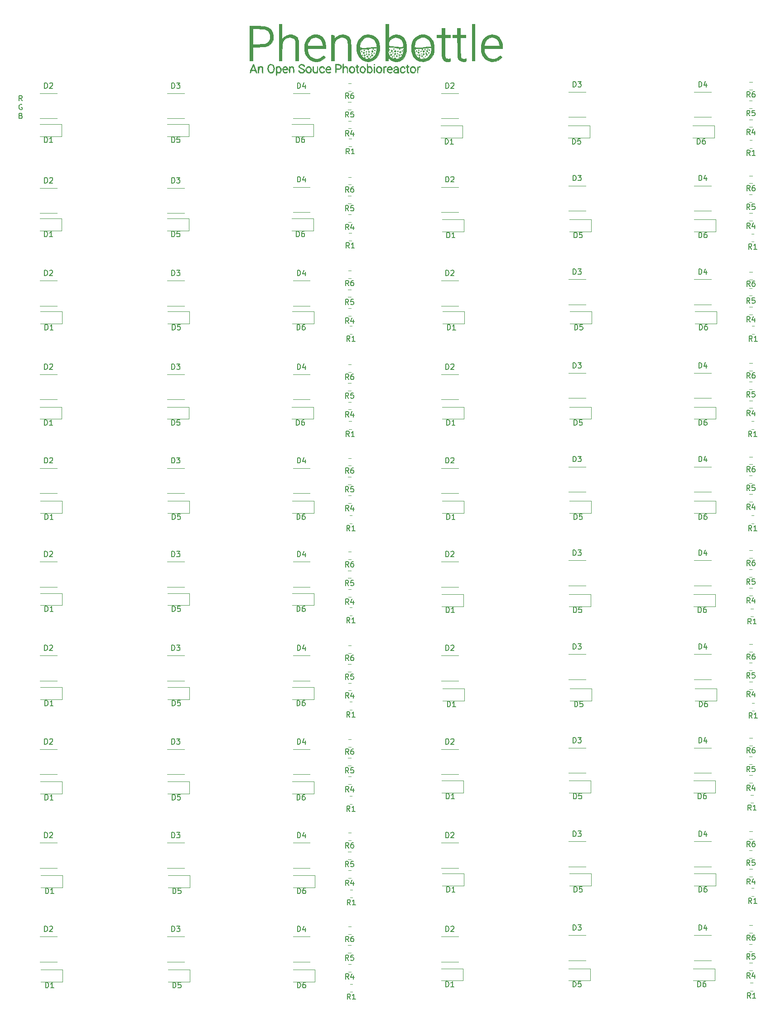
<source format=gbr>
G04 #@! TF.GenerationSoftware,KiCad,Pcbnew,(5.1.8-0-10_14)*
G04 #@! TF.CreationDate,2021-03-11T10:09:50+11:00*
G04 #@! TF.ProjectId,LED Array,4c454420-4172-4726-9179-2e6b69636164,rev?*
G04 #@! TF.SameCoordinates,Original*
G04 #@! TF.FileFunction,Legend,Top*
G04 #@! TF.FilePolarity,Positive*
%FSLAX46Y46*%
G04 Gerber Fmt 4.6, Leading zero omitted, Abs format (unit mm)*
G04 Created by KiCad (PCBNEW (5.1.8-0-10_14)) date 2021-03-11 10:09:50*
%MOMM*%
%LPD*%
G01*
G04 APERTURE LIST*
%ADD10C,0.150000*%
%ADD11C,0.120000*%
%ADD12C,0.010000*%
G04 APERTURE END LIST*
D10*
X142309523Y-62802380D02*
X141976190Y-62326190D01*
X141738095Y-62802380D02*
X141738095Y-61802380D01*
X142119047Y-61802380D01*
X142214285Y-61850000D01*
X142261904Y-61897619D01*
X142309523Y-61992857D01*
X142309523Y-62135714D01*
X142261904Y-62230952D01*
X142214285Y-62278571D01*
X142119047Y-62326190D01*
X141738095Y-62326190D01*
X142261904Y-63500000D02*
X142166666Y-63452380D01*
X142023809Y-63452380D01*
X141880952Y-63500000D01*
X141785714Y-63595238D01*
X141738095Y-63690476D01*
X141690476Y-63880952D01*
X141690476Y-64023809D01*
X141738095Y-64214285D01*
X141785714Y-64309523D01*
X141880952Y-64404761D01*
X142023809Y-64452380D01*
X142119047Y-64452380D01*
X142261904Y-64404761D01*
X142309523Y-64357142D01*
X142309523Y-64023809D01*
X142119047Y-64023809D01*
X142071428Y-65578571D02*
X142214285Y-65626190D01*
X142261904Y-65673809D01*
X142309523Y-65769047D01*
X142309523Y-65911904D01*
X142261904Y-66007142D01*
X142214285Y-66054761D01*
X142119047Y-66102380D01*
X141738095Y-66102380D01*
X141738095Y-65102380D01*
X142071428Y-65102380D01*
X142166666Y-65150000D01*
X142214285Y-65197619D01*
X142261904Y-65292857D01*
X142261904Y-65388095D01*
X142214285Y-65483333D01*
X142166666Y-65530952D01*
X142071428Y-65578571D01*
X141738095Y-65578571D01*
D11*
X145630000Y-66100000D02*
X148830000Y-66100000D01*
X148830000Y-61400000D02*
X145630000Y-61400000D01*
X172600000Y-61400000D02*
X169400000Y-61400000D01*
X169400000Y-66100000D02*
X172600000Y-66100000D01*
X196100000Y-61400000D02*
X192900000Y-61400000D01*
X192900000Y-66100000D02*
X196100000Y-66100000D01*
X196772500Y-67165000D02*
X192712500Y-67165000D01*
X196772500Y-69435000D02*
X196772500Y-67165000D01*
X192712500Y-69435000D02*
X196772500Y-69435000D01*
X173460000Y-67165000D02*
X169400000Y-67165000D01*
X173460000Y-69435000D02*
X173460000Y-67165000D01*
X169400000Y-69435000D02*
X173460000Y-69435000D01*
X149672500Y-67165000D02*
X145612500Y-67165000D01*
X149672500Y-69435000D02*
X149672500Y-67165000D01*
X145612500Y-69435000D02*
X149672500Y-69435000D01*
X203761252Y-59540000D02*
X203238748Y-59540000D01*
X203761252Y-60960000D02*
X203238748Y-60960000D01*
X203736252Y-64460000D02*
X203213748Y-64460000D01*
X203736252Y-63040000D02*
X203213748Y-63040000D01*
X203761252Y-66540000D02*
X203238748Y-66540000D01*
X203761252Y-67960000D02*
X203238748Y-67960000D01*
X203839564Y-69865000D02*
X203385436Y-69865000D01*
X203839564Y-71335000D02*
X203385436Y-71335000D01*
D12*
G36*
X218158436Y-53058829D02*
G01*
X218169500Y-53103250D01*
X218118670Y-53187436D01*
X218074250Y-53198500D01*
X217990063Y-53147670D01*
X217979000Y-53103250D01*
X218029829Y-53019063D01*
X218074250Y-53008000D01*
X218158436Y-53058829D01*
G37*
X218158436Y-53058829D02*
X218169500Y-53103250D01*
X218118670Y-53187436D01*
X218074250Y-53198500D01*
X217990063Y-53147670D01*
X217979000Y-53103250D01*
X218029829Y-53019063D01*
X218074250Y-53008000D01*
X218158436Y-53058829D01*
G36*
X217650436Y-53185829D02*
G01*
X217661500Y-53230250D01*
X217610670Y-53314436D01*
X217566250Y-53325500D01*
X217482063Y-53274670D01*
X217471000Y-53230250D01*
X217534500Y-53230250D01*
X217566250Y-53262000D01*
X217598000Y-53230250D01*
X217566250Y-53198500D01*
X217534500Y-53230250D01*
X217471000Y-53230250D01*
X217521829Y-53146063D01*
X217566250Y-53135000D01*
X217650436Y-53185829D01*
G37*
X217650436Y-53185829D02*
X217661500Y-53230250D01*
X217610670Y-53314436D01*
X217566250Y-53325500D01*
X217482063Y-53274670D01*
X217471000Y-53230250D01*
X217534500Y-53230250D01*
X217566250Y-53262000D01*
X217598000Y-53230250D01*
X217566250Y-53198500D01*
X217534500Y-53230250D01*
X217471000Y-53230250D01*
X217521829Y-53146063D01*
X217566250Y-53135000D01*
X217650436Y-53185829D01*
G36*
X217142436Y-53185829D02*
G01*
X217153500Y-53230250D01*
X217102670Y-53314436D01*
X217058250Y-53325500D01*
X216974063Y-53274670D01*
X216963000Y-53230250D01*
X217026500Y-53230250D01*
X217058250Y-53262000D01*
X217090000Y-53230250D01*
X217058250Y-53198500D01*
X217026500Y-53230250D01*
X216963000Y-53230250D01*
X217013829Y-53146063D01*
X217058250Y-53135000D01*
X217142436Y-53185829D01*
G37*
X217142436Y-53185829D02*
X217153500Y-53230250D01*
X217102670Y-53314436D01*
X217058250Y-53325500D01*
X216974063Y-53274670D01*
X216963000Y-53230250D01*
X217026500Y-53230250D01*
X217058250Y-53262000D01*
X217090000Y-53230250D01*
X217058250Y-53198500D01*
X217026500Y-53230250D01*
X216963000Y-53230250D01*
X217013829Y-53146063D01*
X217058250Y-53135000D01*
X217142436Y-53185829D01*
G36*
X218475936Y-53249329D02*
G01*
X218487000Y-53293750D01*
X218436170Y-53377936D01*
X218391750Y-53389000D01*
X218307563Y-53338170D01*
X218296500Y-53293750D01*
X218360000Y-53293750D01*
X218391750Y-53325500D01*
X218423500Y-53293750D01*
X218391750Y-53262000D01*
X218360000Y-53293750D01*
X218296500Y-53293750D01*
X218347329Y-53209563D01*
X218391750Y-53198500D01*
X218475936Y-53249329D01*
G37*
X218475936Y-53249329D02*
X218487000Y-53293750D01*
X218436170Y-53377936D01*
X218391750Y-53389000D01*
X218307563Y-53338170D01*
X218296500Y-53293750D01*
X218360000Y-53293750D01*
X218391750Y-53325500D01*
X218423500Y-53293750D01*
X218391750Y-53262000D01*
X218360000Y-53293750D01*
X218296500Y-53293750D01*
X218347329Y-53209563D01*
X218391750Y-53198500D01*
X218475936Y-53249329D01*
G36*
X216507436Y-53249329D02*
G01*
X216518500Y-53293750D01*
X216467670Y-53377936D01*
X216423250Y-53389000D01*
X216339063Y-53338170D01*
X216328000Y-53293750D01*
X216391500Y-53293750D01*
X216423250Y-53325500D01*
X216455000Y-53293750D01*
X216423250Y-53262000D01*
X216391500Y-53293750D01*
X216328000Y-53293750D01*
X216378829Y-53209563D01*
X216423250Y-53198500D01*
X216507436Y-53249329D01*
G37*
X216507436Y-53249329D02*
X216518500Y-53293750D01*
X216467670Y-53377936D01*
X216423250Y-53389000D01*
X216339063Y-53338170D01*
X216328000Y-53293750D01*
X216391500Y-53293750D01*
X216423250Y-53325500D01*
X216455000Y-53293750D01*
X216423250Y-53262000D01*
X216391500Y-53293750D01*
X216328000Y-53293750D01*
X216378829Y-53209563D01*
X216423250Y-53198500D01*
X216507436Y-53249329D01*
G36*
X216062936Y-53439829D02*
G01*
X216074000Y-53484250D01*
X216023170Y-53568436D01*
X215978750Y-53579500D01*
X215894563Y-53528670D01*
X215883500Y-53484250D01*
X215947000Y-53484250D01*
X215978750Y-53516000D01*
X216010500Y-53484250D01*
X215978750Y-53452500D01*
X215947000Y-53484250D01*
X215883500Y-53484250D01*
X215934329Y-53400063D01*
X215978750Y-53389000D01*
X216062936Y-53439829D01*
G37*
X216062936Y-53439829D02*
X216074000Y-53484250D01*
X216023170Y-53568436D01*
X215978750Y-53579500D01*
X215894563Y-53528670D01*
X215883500Y-53484250D01*
X215947000Y-53484250D01*
X215978750Y-53516000D01*
X216010500Y-53484250D01*
X215978750Y-53452500D01*
X215947000Y-53484250D01*
X215883500Y-53484250D01*
X215934329Y-53400063D01*
X215978750Y-53389000D01*
X216062936Y-53439829D01*
G36*
X218051578Y-53378469D02*
G01*
X218096406Y-53478290D01*
X218094088Y-53499203D01*
X218028553Y-53600496D01*
X217920945Y-53629967D01*
X217827367Y-53577891D01*
X217811626Y-53548174D01*
X217811349Y-53501192D01*
X217878615Y-53501192D01*
X217887101Y-53521423D01*
X217964192Y-53552884D01*
X217984423Y-53544398D01*
X218015884Y-53467307D01*
X218007398Y-53447076D01*
X217930307Y-53415615D01*
X217910076Y-53424101D01*
X217878615Y-53501192D01*
X217811349Y-53501192D01*
X217810894Y-53424092D01*
X217839300Y-53376300D01*
X217947375Y-53335548D01*
X218051578Y-53378469D01*
G37*
X218051578Y-53378469D02*
X218096406Y-53478290D01*
X218094088Y-53499203D01*
X218028553Y-53600496D01*
X217920945Y-53629967D01*
X217827367Y-53577891D01*
X217811626Y-53548174D01*
X217811349Y-53501192D01*
X217878615Y-53501192D01*
X217887101Y-53521423D01*
X217964192Y-53552884D01*
X217984423Y-53544398D01*
X218015884Y-53467307D01*
X218007398Y-53447076D01*
X217930307Y-53415615D01*
X217910076Y-53424101D01*
X217878615Y-53501192D01*
X217811349Y-53501192D01*
X217810894Y-53424092D01*
X217839300Y-53376300D01*
X217947375Y-53335548D01*
X218051578Y-53378469D01*
G36*
X216888783Y-53484799D02*
G01*
X216899500Y-53512252D01*
X216857484Y-53595171D01*
X216776043Y-53615029D01*
X216749606Y-53598940D01*
X216728155Y-53547750D01*
X216772500Y-53547750D01*
X216804250Y-53579500D01*
X216836000Y-53547750D01*
X216804250Y-53516000D01*
X216772500Y-53547750D01*
X216728155Y-53547750D01*
X216710978Y-53506762D01*
X216778944Y-53454343D01*
X216804250Y-53452500D01*
X216888783Y-53484799D01*
G37*
X216888783Y-53484799D02*
X216899500Y-53512252D01*
X216857484Y-53595171D01*
X216776043Y-53615029D01*
X216749606Y-53598940D01*
X216728155Y-53547750D01*
X216772500Y-53547750D01*
X216804250Y-53579500D01*
X216836000Y-53547750D01*
X216804250Y-53516000D01*
X216772500Y-53547750D01*
X216728155Y-53547750D01*
X216710978Y-53506762D01*
X216778944Y-53454343D01*
X216804250Y-53452500D01*
X216888783Y-53484799D01*
G36*
X217416578Y-53441969D02*
G01*
X217461406Y-53541790D01*
X217459088Y-53562703D01*
X217393553Y-53663996D01*
X217285945Y-53693467D01*
X217192367Y-53641391D01*
X217176626Y-53611674D01*
X217176315Y-53558868D01*
X217243916Y-53558868D01*
X217294735Y-53627841D01*
X217347747Y-53643000D01*
X217406353Y-53600395D01*
X217407500Y-53590083D01*
X217366076Y-53498058D01*
X217280089Y-53485279D01*
X217270607Y-53490364D01*
X217243916Y-53558868D01*
X217176315Y-53558868D01*
X217175894Y-53487592D01*
X217204299Y-53439800D01*
X217312375Y-53399048D01*
X217416578Y-53441969D01*
G37*
X217416578Y-53441969D02*
X217461406Y-53541790D01*
X217459088Y-53562703D01*
X217393553Y-53663996D01*
X217285945Y-53693467D01*
X217192367Y-53641391D01*
X217176626Y-53611674D01*
X217176315Y-53558868D01*
X217243916Y-53558868D01*
X217294735Y-53627841D01*
X217347747Y-53643000D01*
X217406353Y-53600395D01*
X217407500Y-53590083D01*
X217366076Y-53498058D01*
X217280089Y-53485279D01*
X217270607Y-53490364D01*
X217243916Y-53558868D01*
X217176315Y-53558868D01*
X217175894Y-53487592D01*
X217204299Y-53439800D01*
X217312375Y-53399048D01*
X217416578Y-53441969D01*
G36*
X218310598Y-53747938D02*
G01*
X218324898Y-53764576D01*
X218318561Y-53847598D01*
X218301923Y-53861898D01*
X218218901Y-53855561D01*
X218204601Y-53838923D01*
X218207438Y-53801750D01*
X218233000Y-53801750D01*
X218264750Y-53833500D01*
X218296500Y-53801750D01*
X218264750Y-53770000D01*
X218233000Y-53801750D01*
X218207438Y-53801750D01*
X218210938Y-53755901D01*
X218227576Y-53741601D01*
X218310598Y-53747938D01*
G37*
X218310598Y-53747938D02*
X218324898Y-53764576D01*
X218318561Y-53847598D01*
X218301923Y-53861898D01*
X218218901Y-53855561D01*
X218204601Y-53838923D01*
X218207438Y-53801750D01*
X218233000Y-53801750D01*
X218264750Y-53833500D01*
X218296500Y-53801750D01*
X218264750Y-53770000D01*
X218233000Y-53801750D01*
X218207438Y-53801750D01*
X218210938Y-53755901D01*
X218227576Y-53741601D01*
X218310598Y-53747938D01*
G36*
X216464078Y-53632469D02*
G01*
X216508906Y-53732290D01*
X216506588Y-53753203D01*
X216441053Y-53854496D01*
X216333445Y-53883967D01*
X216239867Y-53831891D01*
X216224126Y-53802174D01*
X216223749Y-53738250D01*
X216264500Y-53738250D01*
X216315329Y-53822436D01*
X216359750Y-53833500D01*
X216443936Y-53782670D01*
X216455000Y-53738250D01*
X216404170Y-53654063D01*
X216359750Y-53643000D01*
X216275563Y-53693829D01*
X216264500Y-53738250D01*
X216223749Y-53738250D01*
X216223394Y-53678092D01*
X216251800Y-53630300D01*
X216359875Y-53589548D01*
X216464078Y-53632469D01*
G37*
X216464078Y-53632469D02*
X216508906Y-53732290D01*
X216506588Y-53753203D01*
X216441053Y-53854496D01*
X216333445Y-53883967D01*
X216239867Y-53831891D01*
X216224126Y-53802174D01*
X216223749Y-53738250D01*
X216264500Y-53738250D01*
X216315329Y-53822436D01*
X216359750Y-53833500D01*
X216443936Y-53782670D01*
X216455000Y-53738250D01*
X216404170Y-53654063D01*
X216359750Y-53643000D01*
X216275563Y-53693829D01*
X216264500Y-53738250D01*
X216223749Y-53738250D01*
X216223394Y-53678092D01*
X216251800Y-53630300D01*
X216359875Y-53589548D01*
X216464078Y-53632469D01*
G36*
X217802598Y-53811438D02*
G01*
X217816898Y-53828076D01*
X217810561Y-53911098D01*
X217793923Y-53925398D01*
X217710901Y-53919061D01*
X217696601Y-53902423D01*
X217699438Y-53865250D01*
X217725000Y-53865250D01*
X217756750Y-53897000D01*
X217788500Y-53865250D01*
X217756750Y-53833500D01*
X217725000Y-53865250D01*
X217699438Y-53865250D01*
X217702938Y-53819401D01*
X217719576Y-53805101D01*
X217802598Y-53811438D01*
G37*
X217802598Y-53811438D02*
X217816898Y-53828076D01*
X217810561Y-53911098D01*
X217793923Y-53925398D01*
X217710901Y-53919061D01*
X217696601Y-53902423D01*
X217699438Y-53865250D01*
X217725000Y-53865250D01*
X217756750Y-53897000D01*
X217788500Y-53865250D01*
X217756750Y-53833500D01*
X217725000Y-53865250D01*
X217699438Y-53865250D01*
X217702938Y-53819401D01*
X217719576Y-53805101D01*
X217802598Y-53811438D01*
G36*
X216913598Y-53938438D02*
G01*
X216927898Y-53955076D01*
X216921561Y-54038098D01*
X216904923Y-54052398D01*
X216821901Y-54046061D01*
X216807601Y-54029423D01*
X216810438Y-53992250D01*
X216836000Y-53992250D01*
X216867750Y-54024000D01*
X216899500Y-53992250D01*
X216867750Y-53960500D01*
X216836000Y-53992250D01*
X216810438Y-53992250D01*
X216813938Y-53946401D01*
X216830576Y-53932101D01*
X216913598Y-53938438D01*
G37*
X216913598Y-53938438D02*
X216927898Y-53955076D01*
X216921561Y-54038098D01*
X216904923Y-54052398D01*
X216821901Y-54046061D01*
X216807601Y-54029423D01*
X216810438Y-53992250D01*
X216836000Y-53992250D01*
X216867750Y-54024000D01*
X216899500Y-53992250D01*
X216867750Y-53960500D01*
X216836000Y-53992250D01*
X216810438Y-53992250D01*
X216813938Y-53946401D01*
X216830576Y-53932101D01*
X216913598Y-53938438D01*
G36*
X217416578Y-53949969D02*
G01*
X217461406Y-54049790D01*
X217459088Y-54070703D01*
X217393553Y-54171996D01*
X217285945Y-54201467D01*
X217192367Y-54149391D01*
X217176626Y-54119674D01*
X217176249Y-54055750D01*
X217217000Y-54055750D01*
X217267829Y-54139936D01*
X217312250Y-54151000D01*
X217396436Y-54100170D01*
X217407500Y-54055750D01*
X217356670Y-53971563D01*
X217312250Y-53960500D01*
X217228063Y-54011329D01*
X217217000Y-54055750D01*
X217176249Y-54055750D01*
X217175894Y-53995592D01*
X217204299Y-53947800D01*
X217312375Y-53907048D01*
X217416578Y-53949969D01*
G37*
X217416578Y-53949969D02*
X217461406Y-54049790D01*
X217459088Y-54070703D01*
X217393553Y-54171996D01*
X217285945Y-54201467D01*
X217192367Y-54149391D01*
X217176626Y-54119674D01*
X217176249Y-54055750D01*
X217217000Y-54055750D01*
X217267829Y-54139936D01*
X217312250Y-54151000D01*
X217396436Y-54100170D01*
X217407500Y-54055750D01*
X217356670Y-53971563D01*
X217312250Y-53960500D01*
X217228063Y-54011329D01*
X217217000Y-54055750D01*
X217176249Y-54055750D01*
X217175894Y-53995592D01*
X217204299Y-53947800D01*
X217312375Y-53907048D01*
X217416578Y-53949969D01*
G36*
X216151598Y-54128938D02*
G01*
X216165898Y-54145576D01*
X216159561Y-54228598D01*
X216142923Y-54242898D01*
X216059901Y-54236561D01*
X216045601Y-54219923D01*
X216048438Y-54182750D01*
X216074000Y-54182750D01*
X216105750Y-54214500D01*
X216137500Y-54182750D01*
X216105750Y-54151000D01*
X216074000Y-54182750D01*
X216048438Y-54182750D01*
X216051938Y-54136901D01*
X216068576Y-54122601D01*
X216151598Y-54128938D01*
G37*
X216151598Y-54128938D02*
X216165898Y-54145576D01*
X216159561Y-54228598D01*
X216142923Y-54242898D01*
X216059901Y-54236561D01*
X216045601Y-54219923D01*
X216048438Y-54182750D01*
X216074000Y-54182750D01*
X216105750Y-54214500D01*
X216137500Y-54182750D01*
X216105750Y-54151000D01*
X216074000Y-54182750D01*
X216048438Y-54182750D01*
X216051938Y-54136901D01*
X216068576Y-54122601D01*
X216151598Y-54128938D01*
G36*
X217988078Y-54076969D02*
G01*
X218032906Y-54176790D01*
X218030588Y-54197703D01*
X217965053Y-54298996D01*
X217857445Y-54328467D01*
X217763867Y-54276391D01*
X217748126Y-54246674D01*
X217747749Y-54182750D01*
X217788500Y-54182750D01*
X217839329Y-54266936D01*
X217883750Y-54278000D01*
X217967936Y-54227170D01*
X217979000Y-54182750D01*
X217928170Y-54098563D01*
X217883750Y-54087500D01*
X217799563Y-54138329D01*
X217788500Y-54182750D01*
X217747749Y-54182750D01*
X217747394Y-54122592D01*
X217775800Y-54074800D01*
X217883875Y-54034048D01*
X217988078Y-54076969D01*
G37*
X217988078Y-54076969D02*
X218032906Y-54176790D01*
X218030588Y-54197703D01*
X217965053Y-54298996D01*
X217857445Y-54328467D01*
X217763867Y-54276391D01*
X217748126Y-54246674D01*
X217747749Y-54182750D01*
X217788500Y-54182750D01*
X217839329Y-54266936D01*
X217883750Y-54278000D01*
X217967936Y-54227170D01*
X217979000Y-54182750D01*
X217928170Y-54098563D01*
X217883750Y-54087500D01*
X217799563Y-54138329D01*
X217788500Y-54182750D01*
X217747749Y-54182750D01*
X217747394Y-54122592D01*
X217775800Y-54074800D01*
X217883875Y-54034048D01*
X217988078Y-54076969D01*
G36*
X216591078Y-54140469D02*
G01*
X216635906Y-54240290D01*
X216633588Y-54261203D01*
X216568053Y-54362496D01*
X216460445Y-54391967D01*
X216366867Y-54339891D01*
X216351126Y-54310174D01*
X216350749Y-54246250D01*
X216391500Y-54246250D01*
X216442329Y-54330436D01*
X216486750Y-54341500D01*
X216570936Y-54290670D01*
X216582000Y-54246250D01*
X216531170Y-54162063D01*
X216486750Y-54151000D01*
X216402563Y-54201829D01*
X216391500Y-54246250D01*
X216350749Y-54246250D01*
X216350394Y-54186092D01*
X216378800Y-54138300D01*
X216486875Y-54097548D01*
X216591078Y-54140469D01*
G37*
X216591078Y-54140469D02*
X216635906Y-54240290D01*
X216633588Y-54261203D01*
X216568053Y-54362496D01*
X216460445Y-54391967D01*
X216366867Y-54339891D01*
X216351126Y-54310174D01*
X216350749Y-54246250D01*
X216391500Y-54246250D01*
X216442329Y-54330436D01*
X216486750Y-54341500D01*
X216570936Y-54290670D01*
X216582000Y-54246250D01*
X216531170Y-54162063D01*
X216486750Y-54151000D01*
X216402563Y-54201829D01*
X216391500Y-54246250D01*
X216350749Y-54246250D01*
X216350394Y-54186092D01*
X216378800Y-54138300D01*
X216486875Y-54097548D01*
X216591078Y-54140469D01*
G36*
X217675598Y-54446438D02*
G01*
X217689898Y-54463076D01*
X217683561Y-54546098D01*
X217666923Y-54560398D01*
X217583901Y-54554061D01*
X217569601Y-54537423D01*
X217572438Y-54500250D01*
X217598000Y-54500250D01*
X217629750Y-54532000D01*
X217661500Y-54500250D01*
X217629750Y-54468500D01*
X217598000Y-54500250D01*
X217572438Y-54500250D01*
X217575938Y-54454401D01*
X217592576Y-54440101D01*
X217675598Y-54446438D01*
G37*
X217675598Y-54446438D02*
X217689898Y-54463076D01*
X217683561Y-54546098D01*
X217666923Y-54560398D01*
X217583901Y-54554061D01*
X217569601Y-54537423D01*
X217572438Y-54500250D01*
X217598000Y-54500250D01*
X217629750Y-54532000D01*
X217661500Y-54500250D01*
X217629750Y-54468500D01*
X217598000Y-54500250D01*
X217572438Y-54500250D01*
X217575938Y-54454401D01*
X217592576Y-54440101D01*
X217675598Y-54446438D01*
G36*
X217099078Y-54330969D02*
G01*
X217143906Y-54430790D01*
X217141588Y-54451703D01*
X217076053Y-54552996D01*
X216968445Y-54582467D01*
X216874867Y-54530391D01*
X216859126Y-54500674D01*
X216858749Y-54436750D01*
X216899500Y-54436750D01*
X216950329Y-54520936D01*
X216994750Y-54532000D01*
X217078936Y-54481170D01*
X217090000Y-54436750D01*
X217039170Y-54352563D01*
X216994750Y-54341500D01*
X216910563Y-54392329D01*
X216899500Y-54436750D01*
X216858749Y-54436750D01*
X216858394Y-54376592D01*
X216886799Y-54328800D01*
X216994875Y-54288048D01*
X217099078Y-54330969D01*
G37*
X217099078Y-54330969D02*
X217143906Y-54430790D01*
X217141588Y-54451703D01*
X217076053Y-54552996D01*
X216968445Y-54582467D01*
X216874867Y-54530391D01*
X216859126Y-54500674D01*
X216858749Y-54436750D01*
X216899500Y-54436750D01*
X216950329Y-54520936D01*
X216994750Y-54532000D01*
X217078936Y-54481170D01*
X217090000Y-54436750D01*
X217039170Y-54352563D01*
X216994750Y-54341500D01*
X216910563Y-54392329D01*
X216899500Y-54436750D01*
X216858749Y-54436750D01*
X216858394Y-54376592D01*
X216886799Y-54328800D01*
X216994875Y-54288048D01*
X217099078Y-54330969D01*
G36*
X216596098Y-54573438D02*
G01*
X216610398Y-54590076D01*
X216604061Y-54673098D01*
X216587423Y-54687398D01*
X216504401Y-54681061D01*
X216490101Y-54664423D01*
X216492938Y-54627250D01*
X216518500Y-54627250D01*
X216550250Y-54659000D01*
X216582000Y-54627250D01*
X216550250Y-54595500D01*
X216518500Y-54627250D01*
X216492938Y-54627250D01*
X216496438Y-54581401D01*
X216513076Y-54567101D01*
X216596098Y-54573438D01*
G37*
X216596098Y-54573438D02*
X216610398Y-54590076D01*
X216604061Y-54673098D01*
X216587423Y-54687398D01*
X216504401Y-54681061D01*
X216490101Y-54664423D01*
X216492938Y-54627250D01*
X216518500Y-54627250D01*
X216550250Y-54659000D01*
X216582000Y-54627250D01*
X216550250Y-54595500D01*
X216518500Y-54627250D01*
X216492938Y-54627250D01*
X216496438Y-54581401D01*
X216513076Y-54567101D01*
X216596098Y-54573438D01*
G36*
X217422287Y-54742208D02*
G01*
X217447791Y-54803119D01*
X217447864Y-54866096D01*
X217428130Y-54818994D01*
X217355863Y-54735705D01*
X217257139Y-54735345D01*
X217199666Y-54801875D01*
X217180317Y-54826682D01*
X217180005Y-54786000D01*
X217231866Y-54707504D01*
X217332078Y-54694151D01*
X217422287Y-54742208D01*
G37*
X217422287Y-54742208D02*
X217447791Y-54803119D01*
X217447864Y-54866096D01*
X217428130Y-54818994D01*
X217355863Y-54735705D01*
X217257139Y-54735345D01*
X217199666Y-54801875D01*
X217180317Y-54826682D01*
X217180005Y-54786000D01*
X217231866Y-54707504D01*
X217332078Y-54694151D01*
X217422287Y-54742208D01*
G36*
X212887936Y-53058829D02*
G01*
X212899000Y-53103250D01*
X212848170Y-53187436D01*
X212803750Y-53198500D01*
X212719563Y-53147670D01*
X212708500Y-53103250D01*
X212759329Y-53019063D01*
X212803750Y-53008000D01*
X212887936Y-53058829D01*
G37*
X212887936Y-53058829D02*
X212899000Y-53103250D01*
X212848170Y-53187436D01*
X212803750Y-53198500D01*
X212719563Y-53147670D01*
X212708500Y-53103250D01*
X212759329Y-53019063D01*
X212803750Y-53008000D01*
X212887936Y-53058829D01*
G36*
X211808436Y-53058829D02*
G01*
X211819500Y-53103250D01*
X211768670Y-53187436D01*
X211724250Y-53198500D01*
X211640063Y-53147670D01*
X211629000Y-53103250D01*
X211679829Y-53019063D01*
X211724250Y-53008000D01*
X211808436Y-53058829D01*
G37*
X211808436Y-53058829D02*
X211819500Y-53103250D01*
X211768670Y-53187436D01*
X211724250Y-53198500D01*
X211640063Y-53147670D01*
X211629000Y-53103250D01*
X211679829Y-53019063D01*
X211724250Y-53008000D01*
X211808436Y-53058829D01*
G36*
X213375250Y-53389000D02*
G01*
X213379865Y-53494271D01*
X213357834Y-53527065D01*
X213279991Y-53549854D01*
X213248250Y-53516000D01*
X213243634Y-53410728D01*
X213265665Y-53377934D01*
X213343508Y-53355145D01*
X213375250Y-53389000D01*
G37*
X213375250Y-53389000D02*
X213379865Y-53494271D01*
X213357834Y-53527065D01*
X213279991Y-53549854D01*
X213248250Y-53516000D01*
X213243634Y-53410728D01*
X213265665Y-53377934D01*
X213343508Y-53355145D01*
X213375250Y-53389000D01*
G36*
X212549750Y-53452500D02*
G01*
X212554365Y-53557771D01*
X212532334Y-53590565D01*
X212454491Y-53613354D01*
X212422750Y-53579500D01*
X212418134Y-53474228D01*
X212440165Y-53441434D01*
X212518008Y-53418645D01*
X212549750Y-53452500D01*
G37*
X212549750Y-53452500D02*
X212554365Y-53557771D01*
X212532334Y-53590565D01*
X212454491Y-53613354D01*
X212422750Y-53579500D01*
X212418134Y-53474228D01*
X212440165Y-53441434D01*
X212518008Y-53418645D01*
X212549750Y-53452500D01*
G36*
X211495857Y-53387796D02*
G01*
X211502000Y-53449453D01*
X211452156Y-53571135D01*
X211327939Y-53610126D01*
X211263875Y-53596604D01*
X211194274Y-53518974D01*
X211195551Y-53452500D01*
X211248000Y-53452500D01*
X211299432Y-53508835D01*
X211343250Y-53516000D01*
X211427753Y-53481711D01*
X211438500Y-53452500D01*
X211387067Y-53396164D01*
X211343250Y-53389000D01*
X211258746Y-53423288D01*
X211248000Y-53452500D01*
X211195551Y-53452500D01*
X211196512Y-53402488D01*
X211266024Y-53309739D01*
X211285480Y-53300337D01*
X211424770Y-53291501D01*
X211495857Y-53387796D01*
G37*
X211495857Y-53387796D02*
X211502000Y-53449453D01*
X211452156Y-53571135D01*
X211327939Y-53610126D01*
X211263875Y-53596604D01*
X211194274Y-53518974D01*
X211195551Y-53452500D01*
X211248000Y-53452500D01*
X211299432Y-53508835D01*
X211343250Y-53516000D01*
X211427753Y-53481711D01*
X211438500Y-53452500D01*
X211387067Y-53396164D01*
X211343250Y-53389000D01*
X211258746Y-53423288D01*
X211248000Y-53452500D01*
X211195551Y-53452500D01*
X211196512Y-53402488D01*
X211266024Y-53309739D01*
X211285480Y-53300337D01*
X211424770Y-53291501D01*
X211495857Y-53387796D01*
G36*
X212130857Y-53451296D02*
G01*
X212137000Y-53512953D01*
X212087156Y-53634635D01*
X211962939Y-53673626D01*
X211898875Y-53660104D01*
X211829274Y-53582474D01*
X211830551Y-53516000D01*
X211883000Y-53516000D01*
X211934432Y-53572335D01*
X211978250Y-53579500D01*
X212062753Y-53545211D01*
X212073500Y-53516000D01*
X212022067Y-53459664D01*
X211978250Y-53452500D01*
X211893746Y-53486788D01*
X211883000Y-53516000D01*
X211830551Y-53516000D01*
X211831512Y-53465988D01*
X211901024Y-53373239D01*
X211920480Y-53363837D01*
X212059770Y-53355001D01*
X212130857Y-53451296D01*
G37*
X212130857Y-53451296D02*
X212137000Y-53512953D01*
X212087156Y-53634635D01*
X211962939Y-53673626D01*
X211898875Y-53660104D01*
X211829274Y-53582474D01*
X211830551Y-53516000D01*
X211883000Y-53516000D01*
X211934432Y-53572335D01*
X211978250Y-53579500D01*
X212062753Y-53545211D01*
X212073500Y-53516000D01*
X212022067Y-53459664D01*
X211978250Y-53452500D01*
X211893746Y-53486788D01*
X211883000Y-53516000D01*
X211830551Y-53516000D01*
X211831512Y-53465988D01*
X211901024Y-53373239D01*
X211920480Y-53363837D01*
X212059770Y-53355001D01*
X212130857Y-53451296D01*
G36*
X211100205Y-53746411D02*
G01*
X211108829Y-53765237D01*
X211078176Y-53823139D01*
X211025750Y-53833500D01*
X210946719Y-53801280D01*
X210942670Y-53765237D01*
X211008227Y-53699631D01*
X211025750Y-53696975D01*
X211100205Y-53746411D01*
G37*
X211100205Y-53746411D02*
X211108829Y-53765237D01*
X211078176Y-53823139D01*
X211025750Y-53833500D01*
X210946719Y-53801280D01*
X210942670Y-53765237D01*
X211008227Y-53699631D01*
X211025750Y-53696975D01*
X211100205Y-53746411D01*
G36*
X213079983Y-53646022D02*
G01*
X213089500Y-53704997D01*
X213043186Y-53821995D01*
X212938912Y-53861301D01*
X212843237Y-53815837D01*
X212783143Y-53706500D01*
X212835500Y-53706500D01*
X212886932Y-53762835D01*
X212930750Y-53770000D01*
X213015253Y-53735711D01*
X213026000Y-53706500D01*
X212974567Y-53650164D01*
X212930750Y-53643000D01*
X212846246Y-53677288D01*
X212835500Y-53706500D01*
X212783143Y-53706500D01*
X212776561Y-53694525D01*
X212806517Y-53591919D01*
X212851375Y-53563897D01*
X212994509Y-53558923D01*
X213079983Y-53646022D01*
G37*
X213079983Y-53646022D02*
X213089500Y-53704997D01*
X213043186Y-53821995D01*
X212938912Y-53861301D01*
X212843237Y-53815837D01*
X212783143Y-53706500D01*
X212835500Y-53706500D01*
X212886932Y-53762835D01*
X212930750Y-53770000D01*
X213015253Y-53735711D01*
X213026000Y-53706500D01*
X212974567Y-53650164D01*
X212930750Y-53643000D01*
X212846246Y-53677288D01*
X212835500Y-53706500D01*
X212783143Y-53706500D01*
X212776561Y-53694525D01*
X212806517Y-53591919D01*
X212851375Y-53563897D01*
X212994509Y-53558923D01*
X213079983Y-53646022D01*
G36*
X211608205Y-53809911D02*
G01*
X211616829Y-53828737D01*
X211586176Y-53886639D01*
X211533750Y-53897000D01*
X211454719Y-53864780D01*
X211450670Y-53828737D01*
X211516227Y-53763131D01*
X211533750Y-53760475D01*
X211608205Y-53809911D01*
G37*
X211608205Y-53809911D02*
X211616829Y-53828737D01*
X211586176Y-53886639D01*
X211533750Y-53897000D01*
X211454719Y-53864780D01*
X211450670Y-53828737D01*
X211516227Y-53763131D01*
X211533750Y-53760475D01*
X211608205Y-53809911D01*
G36*
X212497205Y-53936911D02*
G01*
X212505829Y-53955737D01*
X212475176Y-54013639D01*
X212422750Y-54024000D01*
X212343719Y-53991780D01*
X212339670Y-53955737D01*
X212405227Y-53890131D01*
X212422750Y-53887475D01*
X212497205Y-53936911D01*
G37*
X212497205Y-53936911D02*
X212505829Y-53955737D01*
X212475176Y-54013639D01*
X212422750Y-54024000D01*
X212343719Y-53991780D01*
X212339670Y-53955737D01*
X212405227Y-53890131D01*
X212422750Y-53887475D01*
X212497205Y-53936911D01*
G36*
X212055200Y-53907348D02*
G01*
X212073088Y-53928254D01*
X212121411Y-54037502D01*
X212089435Y-54096964D01*
X212035840Y-54125655D01*
X212031801Y-54078398D01*
X212004202Y-54000408D01*
X211978250Y-53992250D01*
X211925039Y-54041321D01*
X211923569Y-54071625D01*
X211914356Y-54146663D01*
X211862407Y-54104251D01*
X211847483Y-54081406D01*
X211851233Y-53986135D01*
X211896816Y-53919469D01*
X211981283Y-53860537D01*
X212055200Y-53907348D01*
G37*
X212055200Y-53907348D02*
X212073088Y-53928254D01*
X212121411Y-54037502D01*
X212089435Y-54096964D01*
X212035840Y-54125655D01*
X212031801Y-54078398D01*
X212004202Y-54000408D01*
X211978250Y-53992250D01*
X211925039Y-54041321D01*
X211923569Y-54071625D01*
X211914356Y-54146663D01*
X211862407Y-54104251D01*
X211847483Y-54081406D01*
X211851233Y-53986135D01*
X211896816Y-53919469D01*
X211981283Y-53860537D01*
X212055200Y-53907348D01*
G36*
X213269253Y-54121788D02*
G01*
X213280000Y-54151000D01*
X213228567Y-54207335D01*
X213184750Y-54214500D01*
X213100246Y-54180211D01*
X213089500Y-54151000D01*
X213140932Y-54094664D01*
X213184750Y-54087500D01*
X213269253Y-54121788D01*
G37*
X213269253Y-54121788D02*
X213280000Y-54151000D01*
X213228567Y-54207335D01*
X213184750Y-54214500D01*
X213100246Y-54180211D01*
X213089500Y-54151000D01*
X213140932Y-54094664D01*
X213184750Y-54087500D01*
X213269253Y-54121788D01*
G36*
X212925307Y-54151907D02*
G01*
X212950336Y-54241835D01*
X212925307Y-54277092D01*
X212874587Y-54286917D01*
X212862714Y-54214500D01*
X212883161Y-54133508D01*
X212925307Y-54151907D01*
G37*
X212925307Y-54151907D02*
X212950336Y-54241835D01*
X212925307Y-54277092D01*
X212874587Y-54286917D01*
X212862714Y-54214500D01*
X212883161Y-54133508D01*
X212925307Y-54151907D01*
G36*
X212733425Y-54147180D02*
G01*
X212744785Y-54215407D01*
X212737038Y-54325068D01*
X212704847Y-54318930D01*
X212673330Y-54272467D01*
X212670185Y-54171308D01*
X212687725Y-54146374D01*
X212733425Y-54147180D01*
G37*
X212733425Y-54147180D02*
X212744785Y-54215407D01*
X212737038Y-54325068D01*
X212704847Y-54318930D01*
X212673330Y-54272467D01*
X212670185Y-54171308D01*
X212687725Y-54146374D01*
X212733425Y-54147180D01*
G36*
X211320578Y-54076969D02*
G01*
X211365406Y-54176790D01*
X211363088Y-54197703D01*
X211297553Y-54298996D01*
X211189945Y-54328467D01*
X211096367Y-54276391D01*
X211080626Y-54246674D01*
X211080249Y-54182750D01*
X211121000Y-54182750D01*
X211171829Y-54266936D01*
X211216250Y-54278000D01*
X211300436Y-54227170D01*
X211311500Y-54182750D01*
X211260670Y-54098563D01*
X211216250Y-54087500D01*
X211132063Y-54138329D01*
X211121000Y-54182750D01*
X211080249Y-54182750D01*
X211079894Y-54122592D01*
X211108300Y-54074800D01*
X211216375Y-54034048D01*
X211320578Y-54076969D01*
G37*
X211320578Y-54076969D02*
X211365406Y-54176790D01*
X211363088Y-54197703D01*
X211297553Y-54298996D01*
X211189945Y-54328467D01*
X211096367Y-54276391D01*
X211080626Y-54246674D01*
X211080249Y-54182750D01*
X211121000Y-54182750D01*
X211171829Y-54266936D01*
X211216250Y-54278000D01*
X211300436Y-54227170D01*
X211311500Y-54182750D01*
X211260670Y-54098563D01*
X211216250Y-54087500D01*
X211132063Y-54138329D01*
X211121000Y-54182750D01*
X211080249Y-54182750D01*
X211079894Y-54122592D01*
X211108300Y-54074800D01*
X211216375Y-54034048D01*
X211320578Y-54076969D01*
G36*
X211833598Y-54319438D02*
G01*
X211847898Y-54336076D01*
X211841561Y-54419098D01*
X211824923Y-54433398D01*
X211741901Y-54427061D01*
X211727601Y-54410423D01*
X211730438Y-54373250D01*
X211756000Y-54373250D01*
X211787750Y-54405000D01*
X211819500Y-54373250D01*
X211787750Y-54341500D01*
X211756000Y-54373250D01*
X211730438Y-54373250D01*
X211733938Y-54327401D01*
X211750576Y-54313101D01*
X211833598Y-54319438D01*
G37*
X211833598Y-54319438D02*
X211847898Y-54336076D01*
X211841561Y-54419098D01*
X211824923Y-54433398D01*
X211741901Y-54427061D01*
X211727601Y-54410423D01*
X211730438Y-54373250D01*
X211756000Y-54373250D01*
X211787750Y-54405000D01*
X211819500Y-54373250D01*
X211787750Y-54341500D01*
X211756000Y-54373250D01*
X211730438Y-54373250D01*
X211733938Y-54327401D01*
X211750576Y-54313101D01*
X211833598Y-54319438D01*
G36*
X212417307Y-54342407D02*
G01*
X212442336Y-54432335D01*
X212417307Y-54467592D01*
X212366587Y-54477417D01*
X212354714Y-54405000D01*
X212375161Y-54324008D01*
X212417307Y-54342407D01*
G37*
X212417307Y-54342407D02*
X212442336Y-54432335D01*
X212417307Y-54467592D01*
X212366587Y-54477417D01*
X212354714Y-54405000D01*
X212375161Y-54324008D01*
X212417307Y-54342407D01*
G36*
X212225425Y-54337680D02*
G01*
X212236785Y-54405907D01*
X212229038Y-54515568D01*
X212196847Y-54509430D01*
X212165330Y-54462967D01*
X212162185Y-54361808D01*
X212179725Y-54336874D01*
X212225425Y-54337680D01*
G37*
X212225425Y-54337680D02*
X212236785Y-54405907D01*
X212229038Y-54515568D01*
X212196847Y-54509430D01*
X212165330Y-54462967D01*
X212162185Y-54361808D01*
X212179725Y-54336874D01*
X212225425Y-54337680D01*
G36*
X212824753Y-54566288D02*
G01*
X212835500Y-54595500D01*
X212784067Y-54651835D01*
X212740250Y-54659000D01*
X212655746Y-54624711D01*
X212645000Y-54595500D01*
X212696432Y-54539164D01*
X212740250Y-54532000D01*
X212824753Y-54566288D01*
G37*
X212824753Y-54566288D02*
X212835500Y-54595500D01*
X212784067Y-54651835D01*
X212740250Y-54659000D01*
X212655746Y-54624711D01*
X212645000Y-54595500D01*
X212696432Y-54539164D01*
X212740250Y-54532000D01*
X212824753Y-54566288D01*
G36*
X211516098Y-54509938D02*
G01*
X211530398Y-54526576D01*
X211524061Y-54609598D01*
X211507423Y-54623898D01*
X211424401Y-54617561D01*
X211410101Y-54600923D01*
X211412938Y-54563750D01*
X211438500Y-54563750D01*
X211470250Y-54595500D01*
X211502000Y-54563750D01*
X211470250Y-54532000D01*
X211438500Y-54563750D01*
X211412938Y-54563750D01*
X211416438Y-54517901D01*
X211433076Y-54503601D01*
X211516098Y-54509938D01*
G37*
X211516098Y-54509938D02*
X211530398Y-54526576D01*
X211524061Y-54609598D01*
X211507423Y-54623898D01*
X211424401Y-54617561D01*
X211410101Y-54600923D01*
X211412938Y-54563750D01*
X211438500Y-54563750D01*
X211470250Y-54595500D01*
X211502000Y-54563750D01*
X211470250Y-54532000D01*
X211438500Y-54563750D01*
X211412938Y-54563750D01*
X211416438Y-54517901D01*
X211433076Y-54503601D01*
X211516098Y-54509938D01*
G36*
X207934936Y-53058829D02*
G01*
X207946000Y-53103250D01*
X207895170Y-53187436D01*
X207850750Y-53198500D01*
X207766563Y-53147670D01*
X207755500Y-53103250D01*
X207806329Y-53019063D01*
X207850750Y-53008000D01*
X207934936Y-53058829D01*
G37*
X207934936Y-53058829D02*
X207946000Y-53103250D01*
X207895170Y-53187436D01*
X207850750Y-53198500D01*
X207766563Y-53147670D01*
X207755500Y-53103250D01*
X207806329Y-53019063D01*
X207850750Y-53008000D01*
X207934936Y-53058829D01*
G36*
X207045936Y-53185829D02*
G01*
X207057000Y-53230250D01*
X207006170Y-53314436D01*
X206961750Y-53325500D01*
X206877563Y-53274670D01*
X206866500Y-53230250D01*
X206930000Y-53230250D01*
X206961750Y-53262000D01*
X206993500Y-53230250D01*
X206961750Y-53198500D01*
X206930000Y-53230250D01*
X206866500Y-53230250D01*
X206917329Y-53146063D01*
X206961750Y-53135000D01*
X207045936Y-53185829D01*
G37*
X207045936Y-53185829D02*
X207057000Y-53230250D01*
X207006170Y-53314436D01*
X206961750Y-53325500D01*
X206877563Y-53274670D01*
X206866500Y-53230250D01*
X206930000Y-53230250D01*
X206961750Y-53262000D01*
X206993500Y-53230250D01*
X206961750Y-53198500D01*
X206930000Y-53230250D01*
X206866500Y-53230250D01*
X206917329Y-53146063D01*
X206961750Y-53135000D01*
X207045936Y-53185829D01*
G36*
X205648936Y-53185829D02*
G01*
X205660000Y-53230250D01*
X205609170Y-53314436D01*
X205564750Y-53325500D01*
X205480563Y-53274670D01*
X205469500Y-53230250D01*
X205520329Y-53146063D01*
X205564750Y-53135000D01*
X205648936Y-53185829D01*
G37*
X205648936Y-53185829D02*
X205660000Y-53230250D01*
X205609170Y-53314436D01*
X205564750Y-53325500D01*
X205480563Y-53274670D01*
X205469500Y-53230250D01*
X205520329Y-53146063D01*
X205564750Y-53135000D01*
X205648936Y-53185829D01*
G36*
X208252436Y-53312829D02*
G01*
X208263500Y-53357250D01*
X208212670Y-53441436D01*
X208168250Y-53452500D01*
X208084063Y-53401670D01*
X208073000Y-53357250D01*
X208136500Y-53357250D01*
X208168250Y-53389000D01*
X208200000Y-53357250D01*
X208168250Y-53325500D01*
X208136500Y-53357250D01*
X208073000Y-53357250D01*
X208123829Y-53273063D01*
X208168250Y-53262000D01*
X208252436Y-53312829D01*
G37*
X208252436Y-53312829D02*
X208263500Y-53357250D01*
X208212670Y-53441436D01*
X208168250Y-53452500D01*
X208084063Y-53401670D01*
X208073000Y-53357250D01*
X208136500Y-53357250D01*
X208168250Y-53389000D01*
X208200000Y-53357250D01*
X208168250Y-53325500D01*
X208136500Y-53357250D01*
X208073000Y-53357250D01*
X208123829Y-53273063D01*
X208168250Y-53262000D01*
X208252436Y-53312829D01*
G36*
X206283936Y-53312829D02*
G01*
X206295000Y-53357250D01*
X206244170Y-53441436D01*
X206199750Y-53452500D01*
X206115563Y-53401670D01*
X206104500Y-53357250D01*
X206168000Y-53357250D01*
X206199750Y-53389000D01*
X206231500Y-53357250D01*
X206199750Y-53325500D01*
X206168000Y-53357250D01*
X206104500Y-53357250D01*
X206155329Y-53273063D01*
X206199750Y-53262000D01*
X206283936Y-53312829D01*
G37*
X206283936Y-53312829D02*
X206295000Y-53357250D01*
X206244170Y-53441436D01*
X206199750Y-53452500D01*
X206115563Y-53401670D01*
X206104500Y-53357250D01*
X206168000Y-53357250D01*
X206199750Y-53389000D01*
X206231500Y-53357250D01*
X206199750Y-53325500D01*
X206168000Y-53357250D01*
X206104500Y-53357250D01*
X206155329Y-53273063D01*
X206199750Y-53262000D01*
X206283936Y-53312829D01*
G36*
X205839436Y-53503329D02*
G01*
X205850500Y-53547750D01*
X205799670Y-53631936D01*
X205755250Y-53643000D01*
X205671063Y-53592170D01*
X205660000Y-53547750D01*
X205723500Y-53547750D01*
X205755250Y-53579500D01*
X205787000Y-53547750D01*
X205755250Y-53516000D01*
X205723500Y-53547750D01*
X205660000Y-53547750D01*
X205710829Y-53463563D01*
X205755250Y-53452500D01*
X205839436Y-53503329D01*
G37*
X205839436Y-53503329D02*
X205850500Y-53547750D01*
X205799670Y-53631936D01*
X205755250Y-53643000D01*
X205671063Y-53592170D01*
X205660000Y-53547750D01*
X205723500Y-53547750D01*
X205755250Y-53579500D01*
X205787000Y-53547750D01*
X205755250Y-53516000D01*
X205723500Y-53547750D01*
X205660000Y-53547750D01*
X205710829Y-53463563D01*
X205755250Y-53452500D01*
X205839436Y-53503329D01*
G36*
X207828078Y-53441969D02*
G01*
X207872906Y-53541790D01*
X207870588Y-53562703D01*
X207805053Y-53663996D01*
X207697445Y-53693467D01*
X207603867Y-53641391D01*
X207588126Y-53611674D01*
X207587849Y-53564692D01*
X207655115Y-53564692D01*
X207663601Y-53584923D01*
X207740692Y-53616384D01*
X207760923Y-53607898D01*
X207792384Y-53530807D01*
X207783898Y-53510576D01*
X207706807Y-53479115D01*
X207686576Y-53487601D01*
X207655115Y-53564692D01*
X207587849Y-53564692D01*
X207587394Y-53487592D01*
X207615800Y-53439800D01*
X207723875Y-53399048D01*
X207828078Y-53441969D01*
G37*
X207828078Y-53441969D02*
X207872906Y-53541790D01*
X207870588Y-53562703D01*
X207805053Y-53663996D01*
X207697445Y-53693467D01*
X207603867Y-53641391D01*
X207588126Y-53611674D01*
X207587849Y-53564692D01*
X207655115Y-53564692D01*
X207663601Y-53584923D01*
X207740692Y-53616384D01*
X207760923Y-53607898D01*
X207792384Y-53530807D01*
X207783898Y-53510576D01*
X207706807Y-53479115D01*
X207686576Y-53487601D01*
X207655115Y-53564692D01*
X207587849Y-53564692D01*
X207587394Y-53487592D01*
X207615800Y-53439800D01*
X207723875Y-53399048D01*
X207828078Y-53441969D01*
G36*
X206664936Y-53566829D02*
G01*
X206676000Y-53611250D01*
X206625170Y-53695436D01*
X206580750Y-53706500D01*
X206496563Y-53655670D01*
X206485500Y-53611250D01*
X206549000Y-53611250D01*
X206580750Y-53643000D01*
X206612500Y-53611250D01*
X206580750Y-53579500D01*
X206549000Y-53611250D01*
X206485500Y-53611250D01*
X206536329Y-53527063D01*
X206580750Y-53516000D01*
X206664936Y-53566829D01*
G37*
X206664936Y-53566829D02*
X206676000Y-53611250D01*
X206625170Y-53695436D01*
X206580750Y-53706500D01*
X206496563Y-53655670D01*
X206485500Y-53611250D01*
X206549000Y-53611250D01*
X206580750Y-53643000D01*
X206612500Y-53611250D01*
X206580750Y-53579500D01*
X206549000Y-53611250D01*
X206485500Y-53611250D01*
X206536329Y-53527063D01*
X206580750Y-53516000D01*
X206664936Y-53566829D01*
G36*
X207193078Y-53505469D02*
G01*
X207237906Y-53605290D01*
X207235588Y-53626203D01*
X207170053Y-53727496D01*
X207062445Y-53756967D01*
X206968867Y-53704891D01*
X206953126Y-53675174D01*
X206952849Y-53628192D01*
X207020115Y-53628192D01*
X207028601Y-53648423D01*
X207105692Y-53679884D01*
X207125923Y-53671398D01*
X207157384Y-53594307D01*
X207148898Y-53574076D01*
X207071807Y-53542615D01*
X207051576Y-53551101D01*
X207020115Y-53628192D01*
X206952849Y-53628192D01*
X206952394Y-53551092D01*
X206980800Y-53503300D01*
X207088875Y-53462548D01*
X207193078Y-53505469D01*
G37*
X207193078Y-53505469D02*
X207237906Y-53605290D01*
X207235588Y-53626203D01*
X207170053Y-53727496D01*
X207062445Y-53756967D01*
X206968867Y-53704891D01*
X206953126Y-53675174D01*
X206952849Y-53628192D01*
X207020115Y-53628192D01*
X207028601Y-53648423D01*
X207105692Y-53679884D01*
X207125923Y-53671398D01*
X207157384Y-53594307D01*
X207148898Y-53574076D01*
X207071807Y-53542615D01*
X207051576Y-53551101D01*
X207020115Y-53628192D01*
X206952849Y-53628192D01*
X206952394Y-53551092D01*
X206980800Y-53503300D01*
X207088875Y-53462548D01*
X207193078Y-53505469D01*
G36*
X208087098Y-53811438D02*
G01*
X208101398Y-53828076D01*
X208095061Y-53911098D01*
X208078423Y-53925398D01*
X207995401Y-53919061D01*
X207981101Y-53902423D01*
X207983938Y-53865250D01*
X208009500Y-53865250D01*
X208041250Y-53897000D01*
X208073000Y-53865250D01*
X208041250Y-53833500D01*
X208009500Y-53865250D01*
X207983938Y-53865250D01*
X207987438Y-53819401D01*
X208004076Y-53805101D01*
X208087098Y-53811438D01*
G37*
X208087098Y-53811438D02*
X208101398Y-53828076D01*
X208095061Y-53911098D01*
X208078423Y-53925398D01*
X207995401Y-53919061D01*
X207981101Y-53902423D01*
X207983938Y-53865250D01*
X208009500Y-53865250D01*
X208041250Y-53897000D01*
X208073000Y-53865250D01*
X208041250Y-53833500D01*
X208009500Y-53865250D01*
X207983938Y-53865250D01*
X207987438Y-53819401D01*
X208004076Y-53805101D01*
X208087098Y-53811438D01*
G36*
X206240578Y-53695969D02*
G01*
X206285406Y-53795790D01*
X206283088Y-53816703D01*
X206217553Y-53917996D01*
X206109945Y-53947467D01*
X206016367Y-53895391D01*
X206000626Y-53865674D01*
X206000249Y-53801750D01*
X206041000Y-53801750D01*
X206091829Y-53885936D01*
X206136250Y-53897000D01*
X206220436Y-53846170D01*
X206231500Y-53801750D01*
X206180670Y-53717563D01*
X206136250Y-53706500D01*
X206052063Y-53757329D01*
X206041000Y-53801750D01*
X206000249Y-53801750D01*
X205999894Y-53741592D01*
X206028300Y-53693800D01*
X206136375Y-53653048D01*
X206240578Y-53695969D01*
G37*
X206240578Y-53695969D02*
X206285406Y-53795790D01*
X206283088Y-53816703D01*
X206217553Y-53917996D01*
X206109945Y-53947467D01*
X206016367Y-53895391D01*
X206000626Y-53865674D01*
X206000249Y-53801750D01*
X206041000Y-53801750D01*
X206091829Y-53885936D01*
X206136250Y-53897000D01*
X206220436Y-53846170D01*
X206231500Y-53801750D01*
X206180670Y-53717563D01*
X206136250Y-53706500D01*
X206052063Y-53757329D01*
X206041000Y-53801750D01*
X206000249Y-53801750D01*
X205999894Y-53741592D01*
X206028300Y-53693800D01*
X206136375Y-53653048D01*
X206240578Y-53695969D01*
G36*
X207579098Y-53874938D02*
G01*
X207593398Y-53891576D01*
X207587061Y-53974598D01*
X207570423Y-53988898D01*
X207487401Y-53982561D01*
X207473101Y-53965923D01*
X207475938Y-53928750D01*
X207501500Y-53928750D01*
X207533250Y-53960500D01*
X207565000Y-53928750D01*
X207533250Y-53897000D01*
X207501500Y-53928750D01*
X207475938Y-53928750D01*
X207479438Y-53882901D01*
X207496076Y-53868601D01*
X207579098Y-53874938D01*
G37*
X207579098Y-53874938D02*
X207593398Y-53891576D01*
X207587061Y-53974598D01*
X207570423Y-53988898D01*
X207487401Y-53982561D01*
X207473101Y-53965923D01*
X207475938Y-53928750D01*
X207501500Y-53928750D01*
X207533250Y-53960500D01*
X207565000Y-53928750D01*
X207533250Y-53897000D01*
X207501500Y-53928750D01*
X207475938Y-53928750D01*
X207479438Y-53882901D01*
X207496076Y-53868601D01*
X207579098Y-53874938D01*
G36*
X206690098Y-54001938D02*
G01*
X206704398Y-54018576D01*
X206698061Y-54101598D01*
X206681423Y-54115898D01*
X206598401Y-54109561D01*
X206584101Y-54092923D01*
X206586938Y-54055750D01*
X206612500Y-54055750D01*
X206644250Y-54087500D01*
X206676000Y-54055750D01*
X206644250Y-54024000D01*
X206612500Y-54055750D01*
X206586938Y-54055750D01*
X206590438Y-54009901D01*
X206607076Y-53995601D01*
X206690098Y-54001938D01*
G37*
X206690098Y-54001938D02*
X206704398Y-54018576D01*
X206698061Y-54101598D01*
X206681423Y-54115898D01*
X206598401Y-54109561D01*
X206584101Y-54092923D01*
X206586938Y-54055750D01*
X206612500Y-54055750D01*
X206644250Y-54087500D01*
X206676000Y-54055750D01*
X206644250Y-54024000D01*
X206612500Y-54055750D01*
X206586938Y-54055750D01*
X206590438Y-54009901D01*
X206607076Y-53995601D01*
X206690098Y-54001938D01*
G36*
X207193078Y-54013469D02*
G01*
X207237906Y-54113290D01*
X207235588Y-54134203D01*
X207170053Y-54235496D01*
X207062445Y-54264967D01*
X206968867Y-54212891D01*
X206953126Y-54183174D01*
X206952749Y-54119250D01*
X206993500Y-54119250D01*
X207044329Y-54203436D01*
X207088750Y-54214500D01*
X207172936Y-54163670D01*
X207184000Y-54119250D01*
X207133170Y-54035063D01*
X207088750Y-54024000D01*
X207004563Y-54074829D01*
X206993500Y-54119250D01*
X206952749Y-54119250D01*
X206952394Y-54059092D01*
X206980800Y-54011300D01*
X207088875Y-53970548D01*
X207193078Y-54013469D01*
G37*
X207193078Y-54013469D02*
X207237906Y-54113290D01*
X207235588Y-54134203D01*
X207170053Y-54235496D01*
X207062445Y-54264967D01*
X206968867Y-54212891D01*
X206953126Y-54183174D01*
X206952749Y-54119250D01*
X206993500Y-54119250D01*
X207044329Y-54203436D01*
X207088750Y-54214500D01*
X207172936Y-54163670D01*
X207184000Y-54119250D01*
X207133170Y-54035063D01*
X207088750Y-54024000D01*
X207004563Y-54074829D01*
X206993500Y-54119250D01*
X206952749Y-54119250D01*
X206952394Y-54059092D01*
X206980800Y-54011300D01*
X207088875Y-53970548D01*
X207193078Y-54013469D01*
G36*
X205928098Y-54192438D02*
G01*
X205942398Y-54209076D01*
X205936061Y-54292098D01*
X205919423Y-54306398D01*
X205836401Y-54300061D01*
X205822101Y-54283423D01*
X205824938Y-54246250D01*
X205850500Y-54246250D01*
X205882250Y-54278000D01*
X205914000Y-54246250D01*
X205882250Y-54214500D01*
X205850500Y-54246250D01*
X205824938Y-54246250D01*
X205828438Y-54200401D01*
X205845076Y-54186101D01*
X205928098Y-54192438D01*
G37*
X205928098Y-54192438D02*
X205942398Y-54209076D01*
X205936061Y-54292098D01*
X205919423Y-54306398D01*
X205836401Y-54300061D01*
X205822101Y-54283423D01*
X205824938Y-54246250D01*
X205850500Y-54246250D01*
X205882250Y-54278000D01*
X205914000Y-54246250D01*
X205882250Y-54214500D01*
X205850500Y-54246250D01*
X205824938Y-54246250D01*
X205828438Y-54200401D01*
X205845076Y-54186101D01*
X205928098Y-54192438D01*
G36*
X207764578Y-54140469D02*
G01*
X207809406Y-54240290D01*
X207807088Y-54261203D01*
X207741553Y-54362496D01*
X207633945Y-54391967D01*
X207540367Y-54339891D01*
X207524626Y-54310174D01*
X207524249Y-54246250D01*
X207565000Y-54246250D01*
X207615829Y-54330436D01*
X207660250Y-54341500D01*
X207744436Y-54290670D01*
X207755500Y-54246250D01*
X207704670Y-54162063D01*
X207660250Y-54151000D01*
X207576063Y-54201829D01*
X207565000Y-54246250D01*
X207524249Y-54246250D01*
X207523894Y-54186092D01*
X207552300Y-54138300D01*
X207660375Y-54097548D01*
X207764578Y-54140469D01*
G37*
X207764578Y-54140469D02*
X207809406Y-54240290D01*
X207807088Y-54261203D01*
X207741553Y-54362496D01*
X207633945Y-54391967D01*
X207540367Y-54339891D01*
X207524626Y-54310174D01*
X207524249Y-54246250D01*
X207565000Y-54246250D01*
X207615829Y-54330436D01*
X207660250Y-54341500D01*
X207744436Y-54290670D01*
X207755500Y-54246250D01*
X207704670Y-54162063D01*
X207660250Y-54151000D01*
X207576063Y-54201829D01*
X207565000Y-54246250D01*
X207524249Y-54246250D01*
X207523894Y-54186092D01*
X207552300Y-54138300D01*
X207660375Y-54097548D01*
X207764578Y-54140469D01*
G36*
X206367578Y-54203969D02*
G01*
X206412406Y-54303790D01*
X206410088Y-54324703D01*
X206344553Y-54425996D01*
X206236945Y-54455467D01*
X206143367Y-54403391D01*
X206127626Y-54373674D01*
X206127249Y-54309750D01*
X206168000Y-54309750D01*
X206218829Y-54393936D01*
X206263250Y-54405000D01*
X206347436Y-54354170D01*
X206358500Y-54309750D01*
X206307670Y-54225563D01*
X206263250Y-54214500D01*
X206179063Y-54265329D01*
X206168000Y-54309750D01*
X206127249Y-54309750D01*
X206126894Y-54249592D01*
X206155300Y-54201800D01*
X206263375Y-54161048D01*
X206367578Y-54203969D01*
G37*
X206367578Y-54203969D02*
X206412406Y-54303790D01*
X206410088Y-54324703D01*
X206344553Y-54425996D01*
X206236945Y-54455467D01*
X206143367Y-54403391D01*
X206127626Y-54373674D01*
X206127249Y-54309750D01*
X206168000Y-54309750D01*
X206218829Y-54393936D01*
X206263250Y-54405000D01*
X206347436Y-54354170D01*
X206358500Y-54309750D01*
X206307670Y-54225563D01*
X206263250Y-54214500D01*
X206179063Y-54265329D01*
X206168000Y-54309750D01*
X206127249Y-54309750D01*
X206126894Y-54249592D01*
X206155300Y-54201800D01*
X206263375Y-54161048D01*
X206367578Y-54203969D01*
G36*
X207452098Y-54509938D02*
G01*
X207466398Y-54526576D01*
X207460061Y-54609598D01*
X207443423Y-54623898D01*
X207360401Y-54617561D01*
X207346101Y-54600923D01*
X207348938Y-54563750D01*
X207374500Y-54563750D01*
X207406250Y-54595500D01*
X207438000Y-54563750D01*
X207406250Y-54532000D01*
X207374500Y-54563750D01*
X207348938Y-54563750D01*
X207352438Y-54517901D01*
X207369076Y-54503601D01*
X207452098Y-54509938D01*
G37*
X207452098Y-54509938D02*
X207466398Y-54526576D01*
X207460061Y-54609598D01*
X207443423Y-54623898D01*
X207360401Y-54617561D01*
X207346101Y-54600923D01*
X207348938Y-54563750D01*
X207374500Y-54563750D01*
X207406250Y-54595500D01*
X207438000Y-54563750D01*
X207406250Y-54532000D01*
X207374500Y-54563750D01*
X207348938Y-54563750D01*
X207352438Y-54517901D01*
X207369076Y-54503601D01*
X207452098Y-54509938D01*
G36*
X206875578Y-54394469D02*
G01*
X206920406Y-54494290D01*
X206918088Y-54515203D01*
X206852553Y-54616496D01*
X206744945Y-54645967D01*
X206651367Y-54593891D01*
X206635626Y-54564174D01*
X206635249Y-54500250D01*
X206676000Y-54500250D01*
X206726829Y-54584436D01*
X206771250Y-54595500D01*
X206855436Y-54544670D01*
X206866500Y-54500250D01*
X206815670Y-54416063D01*
X206771250Y-54405000D01*
X206687063Y-54455829D01*
X206676000Y-54500250D01*
X206635249Y-54500250D01*
X206634894Y-54440092D01*
X206663300Y-54392300D01*
X206771375Y-54351548D01*
X206875578Y-54394469D01*
G37*
X206875578Y-54394469D02*
X206920406Y-54494290D01*
X206918088Y-54515203D01*
X206852553Y-54616496D01*
X206744945Y-54645967D01*
X206651367Y-54593891D01*
X206635626Y-54564174D01*
X206635249Y-54500250D01*
X206676000Y-54500250D01*
X206726829Y-54584436D01*
X206771250Y-54595500D01*
X206855436Y-54544670D01*
X206866500Y-54500250D01*
X206815670Y-54416063D01*
X206771250Y-54405000D01*
X206687063Y-54455829D01*
X206676000Y-54500250D01*
X206635249Y-54500250D01*
X206634894Y-54440092D01*
X206663300Y-54392300D01*
X206771375Y-54351548D01*
X206875578Y-54394469D01*
G36*
X206372598Y-54636938D02*
G01*
X206386898Y-54653576D01*
X206380561Y-54736598D01*
X206363923Y-54750898D01*
X206280901Y-54744561D01*
X206266601Y-54727923D01*
X206269438Y-54690750D01*
X206295000Y-54690750D01*
X206326750Y-54722500D01*
X206358500Y-54690750D01*
X206326750Y-54659000D01*
X206295000Y-54690750D01*
X206269438Y-54690750D01*
X206272938Y-54644901D01*
X206289576Y-54630601D01*
X206372598Y-54636938D01*
G37*
X206372598Y-54636938D02*
X206386898Y-54653576D01*
X206380561Y-54736598D01*
X206363923Y-54750898D01*
X206280901Y-54744561D01*
X206266601Y-54727923D01*
X206269438Y-54690750D01*
X206295000Y-54690750D01*
X206326750Y-54722500D01*
X206358500Y-54690750D01*
X206326750Y-54659000D01*
X206295000Y-54690750D01*
X206269438Y-54690750D01*
X206272938Y-54644901D01*
X206289576Y-54630601D01*
X206372598Y-54636938D01*
G36*
X226932500Y-55357500D02*
G01*
X226361000Y-55357500D01*
X226361000Y-48499500D01*
X226932500Y-48499500D01*
X226932500Y-55357500D01*
G37*
X226932500Y-55357500D02*
X226361000Y-55357500D01*
X226361000Y-48499500D01*
X226932500Y-48499500D01*
X226932500Y-55357500D01*
G36*
X202684385Y-50486272D02*
G01*
X203048726Y-50620836D01*
X203331232Y-50849127D01*
X203539108Y-51176581D01*
X203657067Y-51515692D01*
X203688570Y-51665408D01*
X203712986Y-51854175D01*
X203731056Y-52097930D01*
X203743518Y-52412608D01*
X203751113Y-52814144D01*
X203754581Y-53318476D01*
X203755000Y-53624591D01*
X203755000Y-55357500D01*
X203183500Y-55357500D01*
X203183500Y-53654525D01*
X203181222Y-53054766D01*
X203172951Y-52567685D01*
X203156529Y-52179017D01*
X203129798Y-51874498D01*
X203090603Y-51639863D01*
X203036785Y-51460848D01*
X202966186Y-51323188D01*
X202876651Y-51212620D01*
X202804096Y-51145837D01*
X202527441Y-50991279D01*
X202195331Y-50927811D01*
X201838263Y-50953028D01*
X201486733Y-51064527D01*
X201171239Y-51259903D01*
X201151967Y-51276081D01*
X201008928Y-51402518D01*
X200895575Y-51520414D01*
X200808458Y-51646025D01*
X200744130Y-51795604D01*
X200699140Y-51985408D01*
X200670038Y-52231692D01*
X200653377Y-52550709D01*
X200645705Y-52958716D01*
X200643575Y-53471968D01*
X200643500Y-53672220D01*
X200643500Y-55357500D01*
X200072000Y-55357500D01*
X200072000Y-50531500D01*
X200319206Y-50531500D01*
X200489505Y-50547947D01*
X200588002Y-50614449D01*
X200633168Y-50756745D01*
X200643500Y-50983403D01*
X200643500Y-51234419D01*
X200838343Y-51012504D01*
X201006520Y-50860159D01*
X201233056Y-50703069D01*
X201393968Y-50613420D01*
X201621484Y-50514045D01*
X201828348Y-50460582D01*
X202073018Y-50440917D01*
X202231000Y-50440000D01*
X202684385Y-50486272D01*
G37*
X202684385Y-50486272D02*
X203048726Y-50620836D01*
X203331232Y-50849127D01*
X203539108Y-51176581D01*
X203657067Y-51515692D01*
X203688570Y-51665408D01*
X203712986Y-51854175D01*
X203731056Y-52097930D01*
X203743518Y-52412608D01*
X203751113Y-52814144D01*
X203754581Y-53318476D01*
X203755000Y-53624591D01*
X203755000Y-55357500D01*
X203183500Y-55357500D01*
X203183500Y-53654525D01*
X203181222Y-53054766D01*
X203172951Y-52567685D01*
X203156529Y-52179017D01*
X203129798Y-51874498D01*
X203090603Y-51639863D01*
X203036785Y-51460848D01*
X202966186Y-51323188D01*
X202876651Y-51212620D01*
X202804096Y-51145837D01*
X202527441Y-50991279D01*
X202195331Y-50927811D01*
X201838263Y-50953028D01*
X201486733Y-51064527D01*
X201171239Y-51259903D01*
X201151967Y-51276081D01*
X201008928Y-51402518D01*
X200895575Y-51520414D01*
X200808458Y-51646025D01*
X200744130Y-51795604D01*
X200699140Y-51985408D01*
X200670038Y-52231692D01*
X200653377Y-52550709D01*
X200645705Y-52958716D01*
X200643575Y-53471968D01*
X200643500Y-53672220D01*
X200643500Y-55357500D01*
X200072000Y-55357500D01*
X200072000Y-50531500D01*
X200319206Y-50531500D01*
X200489505Y-50547947D01*
X200588002Y-50614449D01*
X200633168Y-50756745D01*
X200643500Y-50983403D01*
X200643500Y-51234419D01*
X200838343Y-51012504D01*
X201006520Y-50860159D01*
X201233056Y-50703069D01*
X201393968Y-50613420D01*
X201621484Y-50514045D01*
X201828348Y-50460582D01*
X202073018Y-50440917D01*
X202231000Y-50440000D01*
X202684385Y-50486272D01*
G36*
X190864500Y-51247378D02*
G01*
X191183343Y-50949137D01*
X191478688Y-50704664D01*
X191763542Y-50548757D01*
X192087298Y-50457990D01*
X192278186Y-50429832D01*
X192706835Y-50433036D01*
X193107255Y-50538167D01*
X193449555Y-50735905D01*
X193551801Y-50826967D01*
X193664460Y-50947992D01*
X193755333Y-51072238D01*
X193826733Y-51214435D01*
X193880975Y-51389313D01*
X193920372Y-51611601D01*
X193947238Y-51896029D01*
X193963886Y-52257326D01*
X193972631Y-52710221D01*
X193975785Y-53269444D01*
X193976000Y-53527525D01*
X193976000Y-55357500D01*
X193404500Y-55357500D01*
X193403105Y-53531875D01*
X193402058Y-52994922D01*
X193399215Y-52569195D01*
X193393658Y-52238926D01*
X193384466Y-51988342D01*
X193370719Y-51801675D01*
X193351497Y-51663154D01*
X193325879Y-51557008D01*
X193292947Y-51467467D01*
X193281095Y-51440586D01*
X193127759Y-51202093D01*
X192912536Y-51046872D01*
X192616654Y-50965220D01*
X192325000Y-50946389D01*
X191899525Y-51000007D01*
X191534336Y-51163280D01*
X191236266Y-51432783D01*
X191165217Y-51527610D01*
X191076495Y-51662283D01*
X191007157Y-51789649D01*
X190954822Y-51927241D01*
X190917109Y-52092591D01*
X190891637Y-52303235D01*
X190876026Y-52576705D01*
X190867895Y-52930536D01*
X190864863Y-53382260D01*
X190864500Y-53742383D01*
X190864500Y-55357500D01*
X190293000Y-55357500D01*
X190293000Y-48499500D01*
X190864500Y-48499500D01*
X190864500Y-51247378D01*
G37*
X190864500Y-51247378D02*
X191183343Y-50949137D01*
X191478688Y-50704664D01*
X191763542Y-50548757D01*
X192087298Y-50457990D01*
X192278186Y-50429832D01*
X192706835Y-50433036D01*
X193107255Y-50538167D01*
X193449555Y-50735905D01*
X193551801Y-50826967D01*
X193664460Y-50947992D01*
X193755333Y-51072238D01*
X193826733Y-51214435D01*
X193880975Y-51389313D01*
X193920372Y-51611601D01*
X193947238Y-51896029D01*
X193963886Y-52257326D01*
X193972631Y-52710221D01*
X193975785Y-53269444D01*
X193976000Y-53527525D01*
X193976000Y-55357500D01*
X193404500Y-55357500D01*
X193403105Y-53531875D01*
X193402058Y-52994922D01*
X193399215Y-52569195D01*
X193393658Y-52238926D01*
X193384466Y-51988342D01*
X193370719Y-51801675D01*
X193351497Y-51663154D01*
X193325879Y-51557008D01*
X193292947Y-51467467D01*
X193281095Y-51440586D01*
X193127759Y-51202093D01*
X192912536Y-51046872D01*
X192616654Y-50965220D01*
X192325000Y-50946389D01*
X191899525Y-51000007D01*
X191534336Y-51163280D01*
X191236266Y-51432783D01*
X191165217Y-51527610D01*
X191076495Y-51662283D01*
X191007157Y-51789649D01*
X190954822Y-51927241D01*
X190917109Y-52092591D01*
X190891637Y-52303235D01*
X190876026Y-52576705D01*
X190867895Y-52930536D01*
X190864863Y-53382260D01*
X190864500Y-53742383D01*
X190864500Y-55357500D01*
X190293000Y-55357500D01*
X190293000Y-48499500D01*
X190864500Y-48499500D01*
X190864500Y-51247378D01*
G36*
X186623569Y-48822862D02*
G01*
X187111899Y-48843199D01*
X187510001Y-48882132D01*
X187836051Y-48943784D01*
X188108223Y-49032278D01*
X188344694Y-49151736D01*
X188563638Y-49306282D01*
X188700769Y-49423530D01*
X188966138Y-49736700D01*
X189138469Y-50117792D01*
X189222152Y-50578452D01*
X189232124Y-50834156D01*
X189225982Y-51120807D01*
X189200060Y-51330866D01*
X189143942Y-51514396D01*
X189047740Y-51720428D01*
X188854628Y-52020595D01*
X188623323Y-52263470D01*
X188590913Y-52289269D01*
X188392700Y-52425088D01*
X188185136Y-52529644D01*
X187947112Y-52607530D01*
X187657520Y-52663337D01*
X187295251Y-52701658D01*
X186839198Y-52727086D01*
X186530625Y-52737530D01*
X185403500Y-52769754D01*
X185403500Y-55357500D01*
X184832000Y-55357500D01*
X184832000Y-52260405D01*
X185403500Y-52260405D01*
X186498875Y-52233030D01*
X186938651Y-52219158D01*
X187271721Y-52201150D01*
X187518360Y-52176943D01*
X187698844Y-52144474D01*
X187833451Y-52101680D01*
X187847383Y-52095797D01*
X188048285Y-51990834D01*
X188224262Y-51870514D01*
X188252635Y-51846094D01*
X188464246Y-51570510D01*
X188594357Y-51228195D01*
X188642829Y-50849931D01*
X188609522Y-50466502D01*
X188494298Y-50108693D01*
X188297017Y-49807286D01*
X188262020Y-49770520D01*
X188114896Y-49639449D01*
X187956472Y-49539539D01*
X187766347Y-49465924D01*
X187524120Y-49413735D01*
X187209391Y-49378104D01*
X186801758Y-49354165D01*
X186467125Y-49342261D01*
X185403500Y-49310345D01*
X185403500Y-52260405D01*
X184832000Y-52260405D01*
X184832000Y-48817000D01*
X186026837Y-48816999D01*
X186623569Y-48822862D01*
G37*
X186623569Y-48822862D02*
X187111899Y-48843199D01*
X187510001Y-48882132D01*
X187836051Y-48943784D01*
X188108223Y-49032278D01*
X188344694Y-49151736D01*
X188563638Y-49306282D01*
X188700769Y-49423530D01*
X188966138Y-49736700D01*
X189138469Y-50117792D01*
X189222152Y-50578452D01*
X189232124Y-50834156D01*
X189225982Y-51120807D01*
X189200060Y-51330866D01*
X189143942Y-51514396D01*
X189047740Y-51720428D01*
X188854628Y-52020595D01*
X188623323Y-52263470D01*
X188590913Y-52289269D01*
X188392700Y-52425088D01*
X188185136Y-52529644D01*
X187947112Y-52607530D01*
X187657520Y-52663337D01*
X187295251Y-52701658D01*
X186839198Y-52727086D01*
X186530625Y-52737530D01*
X185403500Y-52769754D01*
X185403500Y-55357500D01*
X184832000Y-55357500D01*
X184832000Y-52260405D01*
X185403500Y-52260405D01*
X186498875Y-52233030D01*
X186938651Y-52219158D01*
X187271721Y-52201150D01*
X187518360Y-52176943D01*
X187698844Y-52144474D01*
X187833451Y-52101680D01*
X187847383Y-52095797D01*
X188048285Y-51990834D01*
X188224262Y-51870514D01*
X188252635Y-51846094D01*
X188464246Y-51570510D01*
X188594357Y-51228195D01*
X188642829Y-50849931D01*
X188609522Y-50466502D01*
X188494298Y-50108693D01*
X188297017Y-49807286D01*
X188262020Y-49770520D01*
X188114896Y-49639449D01*
X187956472Y-49539539D01*
X187766347Y-49465924D01*
X187524120Y-49413735D01*
X187209391Y-49378104D01*
X186801758Y-49354165D01*
X186467125Y-49342261D01*
X185403500Y-49310345D01*
X185403500Y-52260405D01*
X184832000Y-52260405D01*
X184832000Y-48817000D01*
X186026837Y-48816999D01*
X186623569Y-48822862D01*
G36*
X230517115Y-50447967D02*
G01*
X230931145Y-50585010D01*
X231313634Y-50834376D01*
X231338415Y-50855810D01*
X231656365Y-51218701D01*
X231888880Y-51666403D01*
X232030532Y-52185097D01*
X232076000Y-52733912D01*
X232076000Y-53008000D01*
X228647000Y-53008000D01*
X228647000Y-53282438D01*
X228702232Y-53686647D01*
X228855664Y-54075483D01*
X229088899Y-54421907D01*
X229383542Y-54698877D01*
X229721194Y-54879353D01*
X229737136Y-54884783D01*
X230181990Y-54969360D01*
X230623920Y-54935168D01*
X231039597Y-54787295D01*
X231405688Y-54530831D01*
X231419617Y-54517772D01*
X231548016Y-54401994D01*
X231630607Y-54364692D01*
X231713484Y-54396694D01*
X231782747Y-54445506D01*
X231896184Y-54538251D01*
X231946858Y-54599549D01*
X231947004Y-54600791D01*
X231901316Y-54687227D01*
X231777315Y-54817910D01*
X231603691Y-54968679D01*
X231409131Y-55115371D01*
X231222325Y-55233826D01*
X231153347Y-55269220D01*
X230877757Y-55363379D01*
X230542955Y-55429018D01*
X230198474Y-55460504D01*
X229893849Y-55452205D01*
X229758250Y-55427844D01*
X229274043Y-55234722D01*
X228843473Y-54939179D01*
X228489124Y-54559661D01*
X228282773Y-54222525D01*
X228212599Y-54072513D01*
X228164113Y-53938828D01*
X228133324Y-53793142D01*
X228116244Y-53607129D01*
X228108884Y-53352462D01*
X228107252Y-53000815D01*
X228107250Y-52976250D01*
X228108849Y-52615859D01*
X228112111Y-52500000D01*
X228631125Y-52500000D01*
X231515663Y-52500000D01*
X231472016Y-52230125D01*
X231348659Y-51778105D01*
X231144893Y-51413795D01*
X230870722Y-51144272D01*
X230536150Y-50976617D01*
X230151182Y-50917908D01*
X229725822Y-50975225D01*
X229706130Y-50980579D01*
X229403448Y-51126018D01*
X229127133Y-51374568D01*
X228895643Y-51702585D01*
X228727431Y-52086428D01*
X228669379Y-52308728D01*
X228631125Y-52500000D01*
X228112111Y-52500000D01*
X228116228Y-52353826D01*
X228133258Y-52161522D01*
X228163810Y-52010319D01*
X228211754Y-51871589D01*
X228276185Y-51726878D01*
X228539859Y-51286586D01*
X228869021Y-50931018D01*
X229247498Y-50664771D01*
X229659121Y-50492447D01*
X230087717Y-50418646D01*
X230517115Y-50447967D01*
G37*
X230517115Y-50447967D02*
X230931145Y-50585010D01*
X231313634Y-50834376D01*
X231338415Y-50855810D01*
X231656365Y-51218701D01*
X231888880Y-51666403D01*
X232030532Y-52185097D01*
X232076000Y-52733912D01*
X232076000Y-53008000D01*
X228647000Y-53008000D01*
X228647000Y-53282438D01*
X228702232Y-53686647D01*
X228855664Y-54075483D01*
X229088899Y-54421907D01*
X229383542Y-54698877D01*
X229721194Y-54879353D01*
X229737136Y-54884783D01*
X230181990Y-54969360D01*
X230623920Y-54935168D01*
X231039597Y-54787295D01*
X231405688Y-54530831D01*
X231419617Y-54517772D01*
X231548016Y-54401994D01*
X231630607Y-54364692D01*
X231713484Y-54396694D01*
X231782747Y-54445506D01*
X231896184Y-54538251D01*
X231946858Y-54599549D01*
X231947004Y-54600791D01*
X231901316Y-54687227D01*
X231777315Y-54817910D01*
X231603691Y-54968679D01*
X231409131Y-55115371D01*
X231222325Y-55233826D01*
X231153347Y-55269220D01*
X230877757Y-55363379D01*
X230542955Y-55429018D01*
X230198474Y-55460504D01*
X229893849Y-55452205D01*
X229758250Y-55427844D01*
X229274043Y-55234722D01*
X228843473Y-54939179D01*
X228489124Y-54559661D01*
X228282773Y-54222525D01*
X228212599Y-54072513D01*
X228164113Y-53938828D01*
X228133324Y-53793142D01*
X228116244Y-53607129D01*
X228108884Y-53352462D01*
X228107252Y-53000815D01*
X228107250Y-52976250D01*
X228108849Y-52615859D01*
X228112111Y-52500000D01*
X228631125Y-52500000D01*
X231515663Y-52500000D01*
X231472016Y-52230125D01*
X231348659Y-51778105D01*
X231144893Y-51413795D01*
X230870722Y-51144272D01*
X230536150Y-50976617D01*
X230151182Y-50917908D01*
X229725822Y-50975225D01*
X229706130Y-50980579D01*
X229403448Y-51126018D01*
X229127133Y-51374568D01*
X228895643Y-51702585D01*
X228727431Y-52086428D01*
X228669379Y-52308728D01*
X228631125Y-52500000D01*
X228112111Y-52500000D01*
X228116228Y-52353826D01*
X228133258Y-52161522D01*
X228163810Y-52010319D01*
X228211754Y-51871589D01*
X228276185Y-51726878D01*
X228539859Y-51286586D01*
X228869021Y-50931018D01*
X229247498Y-50664771D01*
X229659121Y-50492447D01*
X230087717Y-50418646D01*
X230517115Y-50447967D01*
G36*
X224202000Y-50531500D02*
G01*
X225218000Y-50531500D01*
X225218000Y-50976000D01*
X224202000Y-50976000D01*
X224202354Y-52642875D01*
X224204017Y-53244605D01*
X224211203Y-53731424D01*
X224227633Y-54115406D01*
X224257025Y-54408627D01*
X224303099Y-54623160D01*
X224369575Y-54771082D01*
X224460171Y-54864468D01*
X224578607Y-54915393D01*
X224728603Y-54935931D01*
X224909372Y-54938221D01*
X225281500Y-54933166D01*
X225281500Y-55169145D01*
X225269774Y-55328199D01*
X225213214Y-55405455D01*
X225083062Y-55444812D01*
X224723564Y-55481642D01*
X224408296Y-55428678D01*
X224199579Y-55341625D01*
X223943510Y-55162484D01*
X223789250Y-54944750D01*
X223752306Y-54862589D01*
X223722956Y-54770164D01*
X223700125Y-54651959D01*
X223682737Y-54492459D01*
X223669715Y-54276148D01*
X223659985Y-53987511D01*
X223652469Y-53611033D01*
X223646094Y-53131200D01*
X223642847Y-52833375D01*
X223623445Y-50976000D01*
X222741500Y-50976000D01*
X222741500Y-50531500D01*
X223630500Y-50531500D01*
X223630500Y-49261500D01*
X224202000Y-49261500D01*
X224202000Y-50531500D01*
G37*
X224202000Y-50531500D02*
X225218000Y-50531500D01*
X225218000Y-50976000D01*
X224202000Y-50976000D01*
X224202354Y-52642875D01*
X224204017Y-53244605D01*
X224211203Y-53731424D01*
X224227633Y-54115406D01*
X224257025Y-54408627D01*
X224303099Y-54623160D01*
X224369575Y-54771082D01*
X224460171Y-54864468D01*
X224578607Y-54915393D01*
X224728603Y-54935931D01*
X224909372Y-54938221D01*
X225281500Y-54933166D01*
X225281500Y-55169145D01*
X225269774Y-55328199D01*
X225213214Y-55405455D01*
X225083062Y-55444812D01*
X224723564Y-55481642D01*
X224408296Y-55428678D01*
X224199579Y-55341625D01*
X223943510Y-55162484D01*
X223789250Y-54944750D01*
X223752306Y-54862589D01*
X223722956Y-54770164D01*
X223700125Y-54651959D01*
X223682737Y-54492459D01*
X223669715Y-54276148D01*
X223659985Y-53987511D01*
X223652469Y-53611033D01*
X223646094Y-53131200D01*
X223642847Y-52833375D01*
X223623445Y-50976000D01*
X222741500Y-50976000D01*
X222741500Y-50531500D01*
X223630500Y-50531500D01*
X223630500Y-49261500D01*
X224202000Y-49261500D01*
X224202000Y-50531500D01*
G36*
X221281000Y-50531500D02*
G01*
X222297000Y-50531500D01*
X222297000Y-50976000D01*
X221786251Y-50976000D01*
X221275503Y-50975999D01*
X221294126Y-52815829D01*
X221299738Y-53347094D01*
X221305389Y-53766073D01*
X221312293Y-54087474D01*
X221321661Y-54326005D01*
X221334706Y-54496374D01*
X221352639Y-54613290D01*
X221376673Y-54691461D01*
X221408021Y-54745594D01*
X221447894Y-54790399D01*
X221457669Y-54800204D01*
X221565999Y-54884879D01*
X221700203Y-54927164D01*
X221904055Y-54938550D01*
X221981544Y-54937730D01*
X222360500Y-54930711D01*
X222360500Y-55167547D01*
X222350551Y-55324146D01*
X222295802Y-55399703D01*
X222158897Y-55437547D01*
X222122375Y-55443742D01*
X221783020Y-55476389D01*
X221487661Y-55445711D01*
X221365640Y-55414821D01*
X221138749Y-55290659D01*
X220938953Y-55075149D01*
X220797197Y-54803884D01*
X220775794Y-54736403D01*
X220757178Y-54605138D01*
X220740885Y-54363555D01*
X220727465Y-54028323D01*
X220717468Y-53616111D01*
X220711443Y-53143589D01*
X220709854Y-52738125D01*
X220709500Y-50976000D01*
X219820500Y-50976000D01*
X219820500Y-50531500D01*
X220709500Y-50531500D01*
X220709500Y-49261500D01*
X221281000Y-49261500D01*
X221281000Y-50531500D01*
G37*
X221281000Y-50531500D02*
X222297000Y-50531500D01*
X222297000Y-50976000D01*
X221786251Y-50976000D01*
X221275503Y-50975999D01*
X221294126Y-52815829D01*
X221299738Y-53347094D01*
X221305389Y-53766073D01*
X221312293Y-54087474D01*
X221321661Y-54326005D01*
X221334706Y-54496374D01*
X221352639Y-54613290D01*
X221376673Y-54691461D01*
X221408021Y-54745594D01*
X221447894Y-54790399D01*
X221457669Y-54800204D01*
X221565999Y-54884879D01*
X221700203Y-54927164D01*
X221904055Y-54938550D01*
X221981544Y-54937730D01*
X222360500Y-54930711D01*
X222360500Y-55167547D01*
X222350551Y-55324146D01*
X222295802Y-55399703D01*
X222158897Y-55437547D01*
X222122375Y-55443742D01*
X221783020Y-55476389D01*
X221487661Y-55445711D01*
X221365640Y-55414821D01*
X221138749Y-55290659D01*
X220938953Y-55075149D01*
X220797197Y-54803884D01*
X220775794Y-54736403D01*
X220757178Y-54605138D01*
X220740885Y-54363555D01*
X220727465Y-54028323D01*
X220717468Y-53616111D01*
X220711443Y-53143589D01*
X220709854Y-52738125D01*
X220709500Y-50976000D01*
X219820500Y-50976000D01*
X219820500Y-50531500D01*
X220709500Y-50531500D01*
X220709500Y-49261500D01*
X221281000Y-49261500D01*
X221281000Y-50531500D01*
G36*
X217499269Y-50445087D02*
G01*
X217972267Y-50579749D01*
X218068795Y-50623004D01*
X218322212Y-50756273D01*
X218517488Y-50895498D01*
X218697004Y-51076255D01*
X218880576Y-51304445D01*
X219081435Y-51631884D01*
X219215939Y-52010485D01*
X219288899Y-52460782D01*
X219305125Y-53003311D01*
X219302583Y-53106318D01*
X219288833Y-53431540D01*
X219266414Y-53669005D01*
X219227572Y-53857951D01*
X219164553Y-54037618D01*
X219082507Y-54220126D01*
X218807533Y-54678751D01*
X218467035Y-55030045D01*
X218079741Y-55267477D01*
X217676132Y-55397691D01*
X217228291Y-55453853D01*
X216791719Y-55431356D01*
X216599220Y-55390360D01*
X216114201Y-55195235D01*
X215714575Y-54906970D01*
X215402040Y-54527948D01*
X215178297Y-54060550D01*
X215045045Y-53507160D01*
X215010750Y-53163584D01*
X215011639Y-53042226D01*
X215567632Y-53042226D01*
X215581100Y-53237589D01*
X215589837Y-53333711D01*
X215685434Y-53851743D01*
X215866975Y-54278208D01*
X216133662Y-54611738D01*
X216470979Y-54844192D01*
X216646011Y-54917624D01*
X216825893Y-54954141D01*
X217058308Y-54960771D01*
X217219547Y-54954549D01*
X217493333Y-54927847D01*
X217736632Y-54881793D01*
X217895798Y-54827937D01*
X218128145Y-54658532D01*
X218356734Y-54409242D01*
X218546448Y-54123248D01*
X218642303Y-53910034D01*
X218698757Y-53675695D01*
X218734476Y-53395430D01*
X218741000Y-53240974D01*
X218741000Y-52861572D01*
X218026625Y-52900304D01*
X217715432Y-52922613D01*
X217431147Y-52952732D01*
X217209871Y-52986293D01*
X217105094Y-53011752D01*
X216937823Y-53044589D01*
X216688418Y-53062881D01*
X216401216Y-53063637D01*
X216358960Y-53062109D01*
X216079029Y-53055798D01*
X215908309Y-53066282D01*
X215829900Y-53095348D01*
X215819990Y-53119125D01*
X215768841Y-53189424D01*
X215724750Y-53198500D01*
X215645685Y-53154277D01*
X215636109Y-53064714D01*
X215702033Y-52994470D01*
X215705664Y-52993195D01*
X215724008Y-52956532D01*
X215664650Y-52922841D01*
X215605042Y-52908821D01*
X215574158Y-52940626D01*
X215567632Y-53042226D01*
X215011639Y-53042226D01*
X215014456Y-52657737D01*
X215581213Y-52657737D01*
X215624660Y-52742520D01*
X215736152Y-52801610D01*
X215879547Y-52831108D01*
X216117130Y-52848159D01*
X216416778Y-52853516D01*
X216746369Y-52847932D01*
X217073778Y-52832160D01*
X217366882Y-52806954D01*
X217593558Y-52773066D01*
X217661080Y-52756469D01*
X217842150Y-52721969D01*
X218091819Y-52698092D01*
X218320586Y-52690500D01*
X218758262Y-52690500D01*
X218719462Y-52407421D01*
X218613066Y-52002586D01*
X218419632Y-51623836D01*
X218160391Y-51303493D01*
X217856575Y-51073882D01*
X217836571Y-51063271D01*
X217660923Y-50998340D01*
X217432906Y-50945625D01*
X217342073Y-50932185D01*
X216911305Y-50938275D01*
X216525861Y-51058827D01*
X216193294Y-51287048D01*
X215921157Y-51616147D01*
X215717001Y-52039331D01*
X215596389Y-52502044D01*
X215581213Y-52657737D01*
X215014456Y-52657737D01*
X215015158Y-52562000D01*
X215104912Y-52042041D01*
X215285762Y-51586371D01*
X215563459Y-51177652D01*
X215729600Y-50996306D01*
X216108020Y-50702306D01*
X216544322Y-50510008D01*
X217015679Y-50423054D01*
X217499269Y-50445087D01*
G37*
X217499269Y-50445087D02*
X217972267Y-50579749D01*
X218068795Y-50623004D01*
X218322212Y-50756273D01*
X218517488Y-50895498D01*
X218697004Y-51076255D01*
X218880576Y-51304445D01*
X219081435Y-51631884D01*
X219215939Y-52010485D01*
X219288899Y-52460782D01*
X219305125Y-53003311D01*
X219302583Y-53106318D01*
X219288833Y-53431540D01*
X219266414Y-53669005D01*
X219227572Y-53857951D01*
X219164553Y-54037618D01*
X219082507Y-54220126D01*
X218807533Y-54678751D01*
X218467035Y-55030045D01*
X218079741Y-55267477D01*
X217676132Y-55397691D01*
X217228291Y-55453853D01*
X216791719Y-55431356D01*
X216599220Y-55390360D01*
X216114201Y-55195235D01*
X215714575Y-54906970D01*
X215402040Y-54527948D01*
X215178297Y-54060550D01*
X215045045Y-53507160D01*
X215010750Y-53163584D01*
X215011639Y-53042226D01*
X215567632Y-53042226D01*
X215581100Y-53237589D01*
X215589837Y-53333711D01*
X215685434Y-53851743D01*
X215866975Y-54278208D01*
X216133662Y-54611738D01*
X216470979Y-54844192D01*
X216646011Y-54917624D01*
X216825893Y-54954141D01*
X217058308Y-54960771D01*
X217219547Y-54954549D01*
X217493333Y-54927847D01*
X217736632Y-54881793D01*
X217895798Y-54827937D01*
X218128145Y-54658532D01*
X218356734Y-54409242D01*
X218546448Y-54123248D01*
X218642303Y-53910034D01*
X218698757Y-53675695D01*
X218734476Y-53395430D01*
X218741000Y-53240974D01*
X218741000Y-52861572D01*
X218026625Y-52900304D01*
X217715432Y-52922613D01*
X217431147Y-52952732D01*
X217209871Y-52986293D01*
X217105094Y-53011752D01*
X216937823Y-53044589D01*
X216688418Y-53062881D01*
X216401216Y-53063637D01*
X216358960Y-53062109D01*
X216079029Y-53055798D01*
X215908309Y-53066282D01*
X215829900Y-53095348D01*
X215819990Y-53119125D01*
X215768841Y-53189424D01*
X215724750Y-53198500D01*
X215645685Y-53154277D01*
X215636109Y-53064714D01*
X215702033Y-52994470D01*
X215705664Y-52993195D01*
X215724008Y-52956532D01*
X215664650Y-52922841D01*
X215605042Y-52908821D01*
X215574158Y-52940626D01*
X215567632Y-53042226D01*
X215011639Y-53042226D01*
X215014456Y-52657737D01*
X215581213Y-52657737D01*
X215624660Y-52742520D01*
X215736152Y-52801610D01*
X215879547Y-52831108D01*
X216117130Y-52848159D01*
X216416778Y-52853516D01*
X216746369Y-52847932D01*
X217073778Y-52832160D01*
X217366882Y-52806954D01*
X217593558Y-52773066D01*
X217661080Y-52756469D01*
X217842150Y-52721969D01*
X218091819Y-52698092D01*
X218320586Y-52690500D01*
X218758262Y-52690500D01*
X218719462Y-52407421D01*
X218613066Y-52002586D01*
X218419632Y-51623836D01*
X218160391Y-51303493D01*
X217856575Y-51073882D01*
X217836571Y-51063271D01*
X217660923Y-50998340D01*
X217432906Y-50945625D01*
X217342073Y-50932185D01*
X216911305Y-50938275D01*
X216525861Y-51058827D01*
X216193294Y-51287048D01*
X215921157Y-51616147D01*
X215717001Y-52039331D01*
X215596389Y-52502044D01*
X215581213Y-52657737D01*
X215014456Y-52657737D01*
X215015158Y-52562000D01*
X215104912Y-52042041D01*
X215285762Y-51586371D01*
X215563459Y-51177652D01*
X215729600Y-50996306D01*
X216108020Y-50702306D01*
X216544322Y-50510008D01*
X217015679Y-50423054D01*
X217499269Y-50445087D01*
G36*
X210803500Y-51112769D02*
G01*
X211009162Y-50907107D01*
X211355769Y-50646052D01*
X211759367Y-50482956D01*
X212193503Y-50420036D01*
X212631726Y-50459509D01*
X213047583Y-50603594D01*
X213244873Y-50719677D01*
X213576872Y-51015576D01*
X213828348Y-51393922D01*
X214001699Y-51860701D01*
X214099322Y-52421898D01*
X214124346Y-52915359D01*
X214088131Y-53561767D01*
X213969359Y-54119879D01*
X213769393Y-54586573D01*
X213489595Y-54958725D01*
X213131330Y-55233212D01*
X213107129Y-55246638D01*
X212742057Y-55388229D01*
X212330898Y-55456626D01*
X211930808Y-55444289D01*
X211801561Y-55418900D01*
X211405007Y-55274125D01*
X211045621Y-55038459D01*
X210963107Y-54968734D01*
X210740000Y-54772843D01*
X210740000Y-55357500D01*
X210232000Y-55357500D01*
X210232000Y-53796171D01*
X210744463Y-53796171D01*
X210799037Y-54127994D01*
X210967780Y-54427009D01*
X211239664Y-54681716D01*
X211603659Y-54880617D01*
X211871404Y-54971042D01*
X211871779Y-54925363D01*
X211852946Y-54854843D01*
X211849313Y-54737851D01*
X211879689Y-54692795D01*
X211918623Y-54699986D01*
X211907228Y-54750951D01*
X211914853Y-54833703D01*
X211978250Y-54849500D01*
X212055959Y-54813843D01*
X212049271Y-54750951D01*
X212044833Y-54685402D01*
X212074227Y-54691199D01*
X212133534Y-54787497D01*
X212106491Y-54898836D01*
X212057625Y-54939453D01*
X212068587Y-54956056D01*
X212180037Y-54960092D01*
X212310063Y-54954216D01*
X212679655Y-54870108D01*
X212995862Y-54679193D01*
X213247206Y-54394552D01*
X213422207Y-54029268D01*
X213509385Y-53596421D01*
X213510195Y-53586656D01*
X213531235Y-53344626D01*
X213553185Y-53120923D01*
X213563680Y-53027167D01*
X213572607Y-52891354D01*
X213536368Y-52852858D01*
X213439368Y-52880764D01*
X213280946Y-52912848D01*
X213040384Y-52931090D01*
X212761780Y-52935561D01*
X212489229Y-52926334D01*
X212266828Y-52903479D01*
X212162669Y-52878688D01*
X212032221Y-52848379D01*
X211812746Y-52816581D01*
X211542048Y-52788344D01*
X211405814Y-52777593D01*
X210803500Y-52735254D01*
X210803500Y-52966877D01*
X210822857Y-53133011D01*
X210879494Y-53183185D01*
X210882875Y-53182624D01*
X210955437Y-53215405D01*
X210962250Y-53246125D01*
X210924092Y-53316747D01*
X210901229Y-53320801D01*
X210824957Y-53373695D01*
X210770500Y-53530796D01*
X210745098Y-53770152D01*
X210744463Y-53796171D01*
X210232000Y-53796171D01*
X210232000Y-52151745D01*
X210803500Y-52151745D01*
X210803500Y-52546435D01*
X211232125Y-52587470D01*
X211514948Y-52618370D01*
X211802107Y-52655747D01*
X211978250Y-52682768D01*
X212203550Y-52711096D01*
X212481624Y-52731543D01*
X212777556Y-52743325D01*
X213056431Y-52745659D01*
X213283336Y-52737759D01*
X213423355Y-52718842D01*
X213433556Y-52715456D01*
X213515370Y-52621902D01*
X213538683Y-52445861D01*
X213510190Y-52213832D01*
X213436582Y-51952320D01*
X213324554Y-51687824D01*
X213180797Y-51446847D01*
X213082361Y-51324860D01*
X212787015Y-51091380D01*
X212442431Y-50959024D01*
X212073457Y-50925766D01*
X211704943Y-50989579D01*
X211361736Y-51148436D01*
X211068686Y-51400312D01*
X210993148Y-51495252D01*
X210882131Y-51669151D01*
X210824821Y-51833017D01*
X210804771Y-52043785D01*
X210803500Y-52151745D01*
X210232000Y-52151745D01*
X210232000Y-48499500D01*
X210803500Y-48499500D01*
X210803500Y-51112769D01*
G37*
X210803500Y-51112769D02*
X211009162Y-50907107D01*
X211355769Y-50646052D01*
X211759367Y-50482956D01*
X212193503Y-50420036D01*
X212631726Y-50459509D01*
X213047583Y-50603594D01*
X213244873Y-50719677D01*
X213576872Y-51015576D01*
X213828348Y-51393922D01*
X214001699Y-51860701D01*
X214099322Y-52421898D01*
X214124346Y-52915359D01*
X214088131Y-53561767D01*
X213969359Y-54119879D01*
X213769393Y-54586573D01*
X213489595Y-54958725D01*
X213131330Y-55233212D01*
X213107129Y-55246638D01*
X212742057Y-55388229D01*
X212330898Y-55456626D01*
X211930808Y-55444289D01*
X211801561Y-55418900D01*
X211405007Y-55274125D01*
X211045621Y-55038459D01*
X210963107Y-54968734D01*
X210740000Y-54772843D01*
X210740000Y-55357500D01*
X210232000Y-55357500D01*
X210232000Y-53796171D01*
X210744463Y-53796171D01*
X210799037Y-54127994D01*
X210967780Y-54427009D01*
X211239664Y-54681716D01*
X211603659Y-54880617D01*
X211871404Y-54971042D01*
X211871779Y-54925363D01*
X211852946Y-54854843D01*
X211849313Y-54737851D01*
X211879689Y-54692795D01*
X211918623Y-54699986D01*
X211907228Y-54750951D01*
X211914853Y-54833703D01*
X211978250Y-54849500D01*
X212055959Y-54813843D01*
X212049271Y-54750951D01*
X212044833Y-54685402D01*
X212074227Y-54691199D01*
X212133534Y-54787497D01*
X212106491Y-54898836D01*
X212057625Y-54939453D01*
X212068587Y-54956056D01*
X212180037Y-54960092D01*
X212310063Y-54954216D01*
X212679655Y-54870108D01*
X212995862Y-54679193D01*
X213247206Y-54394552D01*
X213422207Y-54029268D01*
X213509385Y-53596421D01*
X213510195Y-53586656D01*
X213531235Y-53344626D01*
X213553185Y-53120923D01*
X213563680Y-53027167D01*
X213572607Y-52891354D01*
X213536368Y-52852858D01*
X213439368Y-52880764D01*
X213280946Y-52912848D01*
X213040384Y-52931090D01*
X212761780Y-52935561D01*
X212489229Y-52926334D01*
X212266828Y-52903479D01*
X212162669Y-52878688D01*
X212032221Y-52848379D01*
X211812746Y-52816581D01*
X211542048Y-52788344D01*
X211405814Y-52777593D01*
X210803500Y-52735254D01*
X210803500Y-52966877D01*
X210822857Y-53133011D01*
X210879494Y-53183185D01*
X210882875Y-53182624D01*
X210955437Y-53215405D01*
X210962250Y-53246125D01*
X210924092Y-53316747D01*
X210901229Y-53320801D01*
X210824957Y-53373695D01*
X210770500Y-53530796D01*
X210745098Y-53770152D01*
X210744463Y-53796171D01*
X210232000Y-53796171D01*
X210232000Y-52151745D01*
X210803500Y-52151745D01*
X210803500Y-52546435D01*
X211232125Y-52587470D01*
X211514948Y-52618370D01*
X211802107Y-52655747D01*
X211978250Y-52682768D01*
X212203550Y-52711096D01*
X212481624Y-52731543D01*
X212777556Y-52743325D01*
X213056431Y-52745659D01*
X213283336Y-52737759D01*
X213423355Y-52718842D01*
X213433556Y-52715456D01*
X213515370Y-52621902D01*
X213538683Y-52445861D01*
X213510190Y-52213832D01*
X213436582Y-51952320D01*
X213324554Y-51687824D01*
X213180797Y-51446847D01*
X213082361Y-51324860D01*
X212787015Y-51091380D01*
X212442431Y-50959024D01*
X212073457Y-50925766D01*
X211704943Y-50989579D01*
X211361736Y-51148436D01*
X211068686Y-51400312D01*
X210993148Y-51495252D01*
X210882131Y-51669151D01*
X210824821Y-51833017D01*
X210804771Y-52043785D01*
X210803500Y-52151745D01*
X210232000Y-52151745D01*
X210232000Y-48499500D01*
X210803500Y-48499500D01*
X210803500Y-51112769D01*
G36*
X207423010Y-50469681D02*
G01*
X207779425Y-50563577D01*
X208106811Y-50738594D01*
X208371849Y-50943017D01*
X208674241Y-51281381D01*
X208902953Y-51701293D01*
X209056454Y-52179790D01*
X209133217Y-52693906D01*
X209131710Y-53220675D01*
X209050405Y-53737133D01*
X208887773Y-54220315D01*
X208642284Y-54647255D01*
X208620468Y-54676397D01*
X208284238Y-55016412D01*
X207873652Y-55267586D01*
X207412419Y-55421776D01*
X206924248Y-55470840D01*
X206468638Y-55415408D01*
X206015716Y-55246187D01*
X205607289Y-54972437D01*
X205268986Y-54615221D01*
X205050105Y-54249578D01*
X204901719Y-53815146D01*
X204813657Y-53316744D01*
X204804643Y-53102434D01*
X205361755Y-53102434D01*
X205377355Y-53272732D01*
X205413821Y-53494449D01*
X205464286Y-53732195D01*
X205521881Y-53950582D01*
X205579737Y-54114223D01*
X205591073Y-54137925D01*
X205795050Y-54436838D01*
X206062056Y-54689691D01*
X206360937Y-54873969D01*
X206660536Y-54967154D01*
X206747968Y-54974014D01*
X206894949Y-54936678D01*
X206928932Y-54881250D01*
X206993500Y-54881250D01*
X207044329Y-54965436D01*
X207088750Y-54976500D01*
X207172936Y-54925670D01*
X207184000Y-54881250D01*
X207133170Y-54797063D01*
X207088750Y-54786000D01*
X207004563Y-54836829D01*
X206993500Y-54881250D01*
X206928932Y-54881250D01*
X206948399Y-54849500D01*
X207020419Y-54746196D01*
X207088750Y-54722500D01*
X207189849Y-54775848D01*
X207229100Y-54849500D01*
X207266306Y-54938527D01*
X207332424Y-54967058D01*
X207452224Y-54932952D01*
X207650473Y-54834069D01*
X207696644Y-54809093D01*
X208039388Y-54552236D01*
X208297667Y-54200678D01*
X208471543Y-53754317D01*
X208549639Y-53331308D01*
X208595806Y-52924367D01*
X207840658Y-52962335D01*
X207525998Y-52982994D01*
X207242639Y-53010376D01*
X207023535Y-53040760D01*
X206908371Y-53067651D01*
X206720988Y-53108234D01*
X206454671Y-53129390D01*
X206155970Y-53131244D01*
X205871436Y-53113921D01*
X205647621Y-53077544D01*
X205602734Y-53064158D01*
X205458966Y-53023134D01*
X205377192Y-53016848D01*
X205373890Y-53018942D01*
X205361755Y-53102434D01*
X204804643Y-53102434D01*
X204792145Y-52805304D01*
X204805195Y-52661085D01*
X205412622Y-52661085D01*
X205478151Y-52817169D01*
X205548875Y-52871841D01*
X205674199Y-52900168D01*
X205894854Y-52916206D01*
X206179852Y-52920808D01*
X206498205Y-52914824D01*
X206818924Y-52899105D01*
X207111023Y-52874503D01*
X207343514Y-52841868D01*
X207437580Y-52819969D01*
X207614807Y-52786531D01*
X207864271Y-52762795D01*
X208125787Y-52754000D01*
X208592163Y-52754000D01*
X208549164Y-52484125D01*
X208482075Y-52216989D01*
X208369849Y-51918212D01*
X208233450Y-51635045D01*
X208093845Y-51414743D01*
X208053455Y-51366882D01*
X207777094Y-51152945D01*
X207419257Y-51000607D01*
X207048080Y-50928600D01*
X206643806Y-50952020D01*
X206271145Y-51089480D01*
X205946224Y-51328969D01*
X205685166Y-51658476D01*
X205504097Y-52065988D01*
X205499145Y-52082397D01*
X205419823Y-52419383D01*
X205412622Y-52661085D01*
X204805195Y-52661085D01*
X204826783Y-52422537D01*
X204971567Y-51857611D01*
X205207610Y-51377096D01*
X205532489Y-50984463D01*
X205943782Y-50683182D01*
X206095104Y-50605770D01*
X206308222Y-50517554D01*
X206507638Y-50466851D01*
X206743307Y-50444489D01*
X206993500Y-50440850D01*
X207423010Y-50469681D01*
G37*
X207423010Y-50469681D02*
X207779425Y-50563577D01*
X208106811Y-50738594D01*
X208371849Y-50943017D01*
X208674241Y-51281381D01*
X208902953Y-51701293D01*
X209056454Y-52179790D01*
X209133217Y-52693906D01*
X209131710Y-53220675D01*
X209050405Y-53737133D01*
X208887773Y-54220315D01*
X208642284Y-54647255D01*
X208620468Y-54676397D01*
X208284238Y-55016412D01*
X207873652Y-55267586D01*
X207412419Y-55421776D01*
X206924248Y-55470840D01*
X206468638Y-55415408D01*
X206015716Y-55246187D01*
X205607289Y-54972437D01*
X205268986Y-54615221D01*
X205050105Y-54249578D01*
X204901719Y-53815146D01*
X204813657Y-53316744D01*
X204804643Y-53102434D01*
X205361755Y-53102434D01*
X205377355Y-53272732D01*
X205413821Y-53494449D01*
X205464286Y-53732195D01*
X205521881Y-53950582D01*
X205579737Y-54114223D01*
X205591073Y-54137925D01*
X205795050Y-54436838D01*
X206062056Y-54689691D01*
X206360937Y-54873969D01*
X206660536Y-54967154D01*
X206747968Y-54974014D01*
X206894949Y-54936678D01*
X206928932Y-54881250D01*
X206993500Y-54881250D01*
X207044329Y-54965436D01*
X207088750Y-54976500D01*
X207172936Y-54925670D01*
X207184000Y-54881250D01*
X207133170Y-54797063D01*
X207088750Y-54786000D01*
X207004563Y-54836829D01*
X206993500Y-54881250D01*
X206928932Y-54881250D01*
X206948399Y-54849500D01*
X207020419Y-54746196D01*
X207088750Y-54722500D01*
X207189849Y-54775848D01*
X207229100Y-54849500D01*
X207266306Y-54938527D01*
X207332424Y-54967058D01*
X207452224Y-54932952D01*
X207650473Y-54834069D01*
X207696644Y-54809093D01*
X208039388Y-54552236D01*
X208297667Y-54200678D01*
X208471543Y-53754317D01*
X208549639Y-53331308D01*
X208595806Y-52924367D01*
X207840658Y-52962335D01*
X207525998Y-52982994D01*
X207242639Y-53010376D01*
X207023535Y-53040760D01*
X206908371Y-53067651D01*
X206720988Y-53108234D01*
X206454671Y-53129390D01*
X206155970Y-53131244D01*
X205871436Y-53113921D01*
X205647621Y-53077544D01*
X205602734Y-53064158D01*
X205458966Y-53023134D01*
X205377192Y-53016848D01*
X205373890Y-53018942D01*
X205361755Y-53102434D01*
X204804643Y-53102434D01*
X204792145Y-52805304D01*
X204805195Y-52661085D01*
X205412622Y-52661085D01*
X205478151Y-52817169D01*
X205548875Y-52871841D01*
X205674199Y-52900168D01*
X205894854Y-52916206D01*
X206179852Y-52920808D01*
X206498205Y-52914824D01*
X206818924Y-52899105D01*
X207111023Y-52874503D01*
X207343514Y-52841868D01*
X207437580Y-52819969D01*
X207614807Y-52786531D01*
X207864271Y-52762795D01*
X208125787Y-52754000D01*
X208592163Y-52754000D01*
X208549164Y-52484125D01*
X208482075Y-52216989D01*
X208369849Y-51918212D01*
X208233450Y-51635045D01*
X208093845Y-51414743D01*
X208053455Y-51366882D01*
X207777094Y-51152945D01*
X207419257Y-51000607D01*
X207048080Y-50928600D01*
X206643806Y-50952020D01*
X206271145Y-51089480D01*
X205946224Y-51328969D01*
X205685166Y-51658476D01*
X205504097Y-52065988D01*
X205499145Y-52082397D01*
X205419823Y-52419383D01*
X205412622Y-52661085D01*
X204805195Y-52661085D01*
X204826783Y-52422537D01*
X204971567Y-51857611D01*
X205207610Y-51377096D01*
X205532489Y-50984463D01*
X205943782Y-50683182D01*
X206095104Y-50605770D01*
X206308222Y-50517554D01*
X206507638Y-50466851D01*
X206743307Y-50444489D01*
X206993500Y-50440850D01*
X207423010Y-50469681D01*
G36*
X197772707Y-50520359D02*
G01*
X197934035Y-50583718D01*
X198318094Y-50820876D01*
X198624892Y-51155522D01*
X198851047Y-51581841D01*
X198993176Y-52094019D01*
X199039827Y-52484125D01*
X199073901Y-53008000D01*
X195609361Y-53008000D01*
X195642829Y-53377098D01*
X195737460Y-53827021D01*
X195923271Y-54212676D01*
X196183653Y-54527181D01*
X196501995Y-54763652D01*
X196861685Y-54915205D01*
X197246115Y-54974957D01*
X197638672Y-54936025D01*
X198022746Y-54791525D01*
X198381727Y-54534573D01*
X198398358Y-54518993D01*
X198527334Y-54403861D01*
X198612643Y-54367265D01*
X198701274Y-54398801D01*
X198763483Y-54438155D01*
X198890932Y-54533974D01*
X198917753Y-54617175D01*
X198854010Y-54737400D01*
X198830924Y-54770764D01*
X198647135Y-54959738D01*
X198379291Y-55144491D01*
X198068634Y-55300070D01*
X197809656Y-55388690D01*
X197418614Y-55464843D01*
X197071146Y-55468134D01*
X196707146Y-55399051D01*
X196702013Y-55397672D01*
X196213031Y-55202993D01*
X195794858Y-54904620D01*
X195454813Y-54508850D01*
X195256528Y-54154237D01*
X195140232Y-53796931D01*
X195071862Y-53363455D01*
X195053031Y-52895890D01*
X195080872Y-52500000D01*
X195630175Y-52500000D01*
X198501762Y-52500000D01*
X198461927Y-52209372D01*
X198364727Y-51832807D01*
X198191690Y-51490250D01*
X197964109Y-51220217D01*
X197876763Y-51150842D01*
X197534669Y-50985273D01*
X197155918Y-50925933D01*
X196770926Y-50971207D01*
X196410107Y-51119482D01*
X196241034Y-51237659D01*
X196055120Y-51442483D01*
X195878903Y-51724602D01*
X195738824Y-52035419D01*
X195666523Y-52293625D01*
X195630175Y-52500000D01*
X195080872Y-52500000D01*
X195085351Y-52436321D01*
X195170436Y-52026828D01*
X195174492Y-52013590D01*
X195381524Y-51525896D01*
X195667244Y-51117238D01*
X196017266Y-50795069D01*
X196417208Y-50566844D01*
X196852685Y-50440015D01*
X197309312Y-50422036D01*
X197772707Y-50520359D01*
G37*
X197772707Y-50520359D02*
X197934035Y-50583718D01*
X198318094Y-50820876D01*
X198624892Y-51155522D01*
X198851047Y-51581841D01*
X198993176Y-52094019D01*
X199039827Y-52484125D01*
X199073901Y-53008000D01*
X195609361Y-53008000D01*
X195642829Y-53377098D01*
X195737460Y-53827021D01*
X195923271Y-54212676D01*
X196183653Y-54527181D01*
X196501995Y-54763652D01*
X196861685Y-54915205D01*
X197246115Y-54974957D01*
X197638672Y-54936025D01*
X198022746Y-54791525D01*
X198381727Y-54534573D01*
X198398358Y-54518993D01*
X198527334Y-54403861D01*
X198612643Y-54367265D01*
X198701274Y-54398801D01*
X198763483Y-54438155D01*
X198890932Y-54533974D01*
X198917753Y-54617175D01*
X198854010Y-54737400D01*
X198830924Y-54770764D01*
X198647135Y-54959738D01*
X198379291Y-55144491D01*
X198068634Y-55300070D01*
X197809656Y-55388690D01*
X197418614Y-55464843D01*
X197071146Y-55468134D01*
X196707146Y-55399051D01*
X196702013Y-55397672D01*
X196213031Y-55202993D01*
X195794858Y-54904620D01*
X195454813Y-54508850D01*
X195256528Y-54154237D01*
X195140232Y-53796931D01*
X195071862Y-53363455D01*
X195053031Y-52895890D01*
X195080872Y-52500000D01*
X195630175Y-52500000D01*
X198501762Y-52500000D01*
X198461927Y-52209372D01*
X198364727Y-51832807D01*
X198191690Y-51490250D01*
X197964109Y-51220217D01*
X197876763Y-51150842D01*
X197534669Y-50985273D01*
X197155918Y-50925933D01*
X196770926Y-50971207D01*
X196410107Y-51119482D01*
X196241034Y-51237659D01*
X196055120Y-51442483D01*
X195878903Y-51724602D01*
X195738824Y-52035419D01*
X195666523Y-52293625D01*
X195630175Y-52500000D01*
X195080872Y-52500000D01*
X195085351Y-52436321D01*
X195170436Y-52026828D01*
X195174492Y-52013590D01*
X195381524Y-51525896D01*
X195667244Y-51117238D01*
X196017266Y-50795069D01*
X196417208Y-50566844D01*
X196852685Y-50440015D01*
X197309312Y-50422036D01*
X197772707Y-50520359D01*
G36*
X208188936Y-55979829D02*
G01*
X208200000Y-56024250D01*
X208149170Y-56108436D01*
X208104750Y-56119500D01*
X208020563Y-56068670D01*
X208009500Y-56024250D01*
X208060329Y-55940063D01*
X208104750Y-55929000D01*
X208188936Y-55979829D01*
G37*
X208188936Y-55979829D02*
X208200000Y-56024250D01*
X208149170Y-56108436D01*
X208104750Y-56119500D01*
X208020563Y-56068670D01*
X208009500Y-56024250D01*
X208060329Y-55940063D01*
X208104750Y-55929000D01*
X208188936Y-55979829D01*
G36*
X216675754Y-56327233D02*
G01*
X216709000Y-56405250D01*
X216656407Y-56483359D01*
X216586535Y-56500500D01*
X216431118Y-56537741D01*
X216330293Y-56658535D01*
X216277209Y-56876484D01*
X216264500Y-57140035D01*
X216256031Y-57366315D01*
X216233368Y-57522472D01*
X216201000Y-57580000D01*
X216171047Y-57519830D01*
X216149534Y-57352324D01*
X216138511Y-57096982D01*
X216137500Y-56976750D01*
X216143833Y-56692205D01*
X216161465Y-56487825D01*
X216188343Y-56383112D01*
X216201000Y-56373500D01*
X216262083Y-56422297D01*
X216264500Y-56440600D01*
X216307287Y-56459165D01*
X216405629Y-56408850D01*
X216568883Y-56323445D01*
X216675754Y-56327233D01*
G37*
X216675754Y-56327233D02*
X216709000Y-56405250D01*
X216656407Y-56483359D01*
X216586535Y-56500500D01*
X216431118Y-56537741D01*
X216330293Y-56658535D01*
X216277209Y-56876484D01*
X216264500Y-57140035D01*
X216256031Y-57366315D01*
X216233368Y-57522472D01*
X216201000Y-57580000D01*
X216171047Y-57519830D01*
X216149534Y-57352324D01*
X216138511Y-57096982D01*
X216137500Y-56976750D01*
X216143833Y-56692205D01*
X216161465Y-56487825D01*
X216188343Y-56383112D01*
X216201000Y-56373500D01*
X216262083Y-56422297D01*
X216264500Y-56440600D01*
X216307287Y-56459165D01*
X216405629Y-56408850D01*
X216568883Y-56323445D01*
X216675754Y-56327233D01*
G36*
X210358981Y-56394798D02*
G01*
X210359000Y-56397843D01*
X210306976Y-56483844D01*
X210244700Y-56500500D01*
X210116789Y-56528713D01*
X210035046Y-56625685D01*
X209991461Y-56809914D01*
X209978024Y-57099897D01*
X209978000Y-57116450D01*
X209972780Y-57363809D01*
X209953953Y-57507606D01*
X209916767Y-57570966D01*
X209882750Y-57580000D01*
X209837322Y-57558395D01*
X209808583Y-57479383D01*
X209793166Y-57321664D01*
X209787704Y-57063938D01*
X209787500Y-56977461D01*
X209788933Y-56698113D01*
X209796988Y-56522198D01*
X209817298Y-56426154D01*
X209855495Y-56386417D01*
X209917213Y-56379424D01*
X209930375Y-56379795D01*
X210112068Y-56364032D01*
X210216125Y-56339927D01*
X210327056Y-56326869D01*
X210358981Y-56394798D01*
G37*
X210358981Y-56394798D02*
X210359000Y-56397843D01*
X210306976Y-56483844D01*
X210244700Y-56500500D01*
X210116789Y-56528713D01*
X210035046Y-56625685D01*
X209991461Y-56809914D01*
X209978024Y-57099897D01*
X209978000Y-57116450D01*
X209972780Y-57363809D01*
X209953953Y-57507606D01*
X209916767Y-57570966D01*
X209882750Y-57580000D01*
X209837322Y-57558395D01*
X209808583Y-57479383D01*
X209793166Y-57321664D01*
X209787704Y-57063938D01*
X209787500Y-56977461D01*
X209788933Y-56698113D01*
X209796988Y-56522198D01*
X209817298Y-56426154D01*
X209855495Y-56386417D01*
X209917213Y-56379424D01*
X209930375Y-56379795D01*
X210112068Y-56364032D01*
X210216125Y-56339927D01*
X210327056Y-56326869D01*
X210358981Y-56394798D01*
G36*
X208150154Y-56395089D02*
G01*
X208178888Y-56474052D01*
X208194313Y-56631678D01*
X208199790Y-56889257D01*
X208200000Y-56976750D01*
X208196591Y-57264313D01*
X208184123Y-57446295D01*
X208159234Y-57543985D01*
X208118564Y-57578673D01*
X208104750Y-57580000D01*
X208059345Y-57558410D01*
X208030611Y-57479447D01*
X208015186Y-57321821D01*
X208009709Y-57064242D01*
X208009500Y-56976750D01*
X208012908Y-56689186D01*
X208025376Y-56507204D01*
X208050265Y-56409514D01*
X208090935Y-56374826D01*
X208104750Y-56373500D01*
X208150154Y-56395089D01*
G37*
X208150154Y-56395089D02*
X208178888Y-56474052D01*
X208194313Y-56631678D01*
X208199790Y-56889257D01*
X208200000Y-56976750D01*
X208196591Y-57264313D01*
X208184123Y-57446295D01*
X208159234Y-57543985D01*
X208118564Y-57578673D01*
X208104750Y-57580000D01*
X208059345Y-57558410D01*
X208030611Y-57479447D01*
X208015186Y-57321821D01*
X208009709Y-57064242D01*
X208009500Y-56976750D01*
X208012908Y-56689186D01*
X208025376Y-56507204D01*
X208050265Y-56409514D01*
X208090935Y-56374826D01*
X208104750Y-56373500D01*
X208150154Y-56395089D01*
G36*
X202322897Y-55899769D02*
G01*
X202352109Y-56018246D01*
X202358000Y-56180046D01*
X202358000Y-56494593D01*
X202547760Y-56386421D01*
X202690061Y-56318355D01*
X202798330Y-56321041D01*
X202912885Y-56375737D01*
X202997560Y-56429791D01*
X203050636Y-56496638D01*
X203080883Y-56605751D01*
X203097073Y-56786604D01*
X203106597Y-57026612D01*
X203108980Y-57319041D01*
X203094074Y-57506704D01*
X203062753Y-57579437D01*
X203058972Y-57580000D01*
X203022983Y-57520811D01*
X202999757Y-57359883D01*
X202993000Y-57163075D01*
X202977582Y-56847881D01*
X202927228Y-56642005D01*
X202835787Y-56531069D01*
X202709551Y-56500500D01*
X202542532Y-56532283D01*
X202434191Y-56638410D01*
X202375641Y-56835043D01*
X202358000Y-57138345D01*
X202358000Y-57140035D01*
X202352300Y-57380131D01*
X202331821Y-57517008D01*
X202291496Y-57574077D01*
X202262750Y-57580000D01*
X202223723Y-57561915D01*
X202196749Y-57495338D01*
X202179774Y-57361786D01*
X202170744Y-57142773D01*
X202167605Y-56819815D01*
X202167500Y-56722750D01*
X202169509Y-56371513D01*
X202176906Y-56128748D01*
X202191745Y-55975971D01*
X202216080Y-55894698D01*
X202251964Y-55866445D01*
X202262750Y-55865500D01*
X202322897Y-55899769D01*
G37*
X202322897Y-55899769D02*
X202352109Y-56018246D01*
X202358000Y-56180046D01*
X202358000Y-56494593D01*
X202547760Y-56386421D01*
X202690061Y-56318355D01*
X202798330Y-56321041D01*
X202912885Y-56375737D01*
X202997560Y-56429791D01*
X203050636Y-56496638D01*
X203080883Y-56605751D01*
X203097073Y-56786604D01*
X203106597Y-57026612D01*
X203108980Y-57319041D01*
X203094074Y-57506704D01*
X203062753Y-57579437D01*
X203058972Y-57580000D01*
X203022983Y-57520811D01*
X202999757Y-57359883D01*
X202993000Y-57163075D01*
X202977582Y-56847881D01*
X202927228Y-56642005D01*
X202835787Y-56531069D01*
X202709551Y-56500500D01*
X202542532Y-56532283D01*
X202434191Y-56638410D01*
X202375641Y-56835043D01*
X202358000Y-57138345D01*
X202358000Y-57140035D01*
X202352300Y-57380131D01*
X202331821Y-57517008D01*
X202291496Y-57574077D01*
X202262750Y-57580000D01*
X202223723Y-57561915D01*
X202196749Y-57495338D01*
X202179774Y-57361786D01*
X202170744Y-57142773D01*
X202167605Y-56819815D01*
X202167500Y-56722750D01*
X202169509Y-56371513D01*
X202176906Y-56128748D01*
X202191745Y-55975971D01*
X202216080Y-55894698D01*
X202251964Y-55866445D01*
X202262750Y-55865500D01*
X202322897Y-55899769D01*
G36*
X201447762Y-55936422D02*
G01*
X201596532Y-55968978D01*
X201713717Y-56042102D01*
X201791384Y-56114615D01*
X201930712Y-56283022D01*
X201970467Y-56434705D01*
X201920810Y-56616869D01*
X201906497Y-56649259D01*
X201761985Y-56822487D01*
X201519086Y-56920229D01*
X201243762Y-56945000D01*
X200961000Y-56945000D01*
X200961000Y-57262500D01*
X200949577Y-57443615D01*
X200920373Y-57558573D01*
X200897500Y-57580000D01*
X200870342Y-57518750D01*
X200850048Y-57343730D01*
X200837623Y-57068037D01*
X200834000Y-56754500D01*
X200834000Y-56119500D01*
X200961000Y-56119500D01*
X200961000Y-56754500D01*
X201311611Y-56754500D01*
X201518555Y-56747991D01*
X201636918Y-56718919D01*
X201704851Y-56652963D01*
X201734554Y-56595750D01*
X201774472Y-56417925D01*
X201734554Y-56278250D01*
X201678098Y-56185892D01*
X201592204Y-56138297D01*
X201438721Y-56121145D01*
X201311611Y-56119500D01*
X200961000Y-56119500D01*
X200834000Y-56119500D01*
X200834000Y-55929000D01*
X201219884Y-55929000D01*
X201447762Y-55936422D01*
G37*
X201447762Y-55936422D02*
X201596532Y-55968978D01*
X201713717Y-56042102D01*
X201791384Y-56114615D01*
X201930712Y-56283022D01*
X201970467Y-56434705D01*
X201920810Y-56616869D01*
X201906497Y-56649259D01*
X201761985Y-56822487D01*
X201519086Y-56920229D01*
X201243762Y-56945000D01*
X200961000Y-56945000D01*
X200961000Y-57262500D01*
X200949577Y-57443615D01*
X200920373Y-57558573D01*
X200897500Y-57580000D01*
X200870342Y-57518750D01*
X200850048Y-57343730D01*
X200837623Y-57068037D01*
X200834000Y-56754500D01*
X200834000Y-56119500D01*
X200961000Y-56119500D01*
X200961000Y-56754500D01*
X201311611Y-56754500D01*
X201518555Y-56747991D01*
X201636918Y-56718919D01*
X201704851Y-56652963D01*
X201734554Y-56595750D01*
X201774472Y-56417925D01*
X201734554Y-56278250D01*
X201678098Y-56185892D01*
X201592204Y-56138297D01*
X201438721Y-56121145D01*
X201311611Y-56119500D01*
X200961000Y-56119500D01*
X200834000Y-56119500D01*
X200834000Y-55929000D01*
X201219884Y-55929000D01*
X201447762Y-55936422D01*
G36*
X192765330Y-56321041D02*
G01*
X192879885Y-56375737D01*
X192964560Y-56429791D01*
X193017636Y-56496638D01*
X193047883Y-56605751D01*
X193064073Y-56786604D01*
X193073597Y-57026612D01*
X193075980Y-57319041D01*
X193061074Y-57506704D01*
X193029753Y-57579437D01*
X193025972Y-57580000D01*
X192989983Y-57520811D01*
X192966757Y-57359883D01*
X192960000Y-57163075D01*
X192944222Y-56846439D01*
X192893071Y-56639651D01*
X192800819Y-56529067D01*
X192681857Y-56500500D01*
X192510002Y-56541865D01*
X192397324Y-56673102D01*
X192337995Y-56904920D01*
X192325000Y-57156375D01*
X192318919Y-57391346D01*
X192297143Y-57523330D01*
X192254367Y-57575914D01*
X192229750Y-57580000D01*
X192184345Y-57558410D01*
X192155611Y-57479447D01*
X192140186Y-57321821D01*
X192134709Y-57064242D01*
X192134500Y-56976750D01*
X192137908Y-56689186D01*
X192150376Y-56507204D01*
X192175265Y-56409514D01*
X192215935Y-56374826D01*
X192229750Y-56373500D01*
X192314277Y-56406221D01*
X192325000Y-56434046D01*
X192372129Y-56447007D01*
X192488191Y-56400971D01*
X192514760Y-56386421D01*
X192657061Y-56318355D01*
X192765330Y-56321041D01*
G37*
X192765330Y-56321041D02*
X192879885Y-56375737D01*
X192964560Y-56429791D01*
X193017636Y-56496638D01*
X193047883Y-56605751D01*
X193064073Y-56786604D01*
X193073597Y-57026612D01*
X193075980Y-57319041D01*
X193061074Y-57506704D01*
X193029753Y-57579437D01*
X193025972Y-57580000D01*
X192989983Y-57520811D01*
X192966757Y-57359883D01*
X192960000Y-57163075D01*
X192944222Y-56846439D01*
X192893071Y-56639651D01*
X192800819Y-56529067D01*
X192681857Y-56500500D01*
X192510002Y-56541865D01*
X192397324Y-56673102D01*
X192337995Y-56904920D01*
X192325000Y-57156375D01*
X192318919Y-57391346D01*
X192297143Y-57523330D01*
X192254367Y-57575914D01*
X192229750Y-57580000D01*
X192184345Y-57558410D01*
X192155611Y-57479447D01*
X192140186Y-57321821D01*
X192134709Y-57064242D01*
X192134500Y-56976750D01*
X192137908Y-56689186D01*
X192150376Y-56507204D01*
X192175265Y-56409514D01*
X192215935Y-56374826D01*
X192229750Y-56373500D01*
X192314277Y-56406221D01*
X192325000Y-56434046D01*
X192372129Y-56447007D01*
X192488191Y-56400971D01*
X192514760Y-56386421D01*
X192657061Y-56318355D01*
X192765330Y-56321041D01*
G36*
X187031260Y-56346202D02*
G01*
X187165625Y-56435367D01*
X187238710Y-56519206D01*
X187281842Y-56623859D01*
X187302568Y-56783089D01*
X187308434Y-57030656D01*
X187308500Y-57074473D01*
X187303722Y-57335912D01*
X187286714Y-57492493D01*
X187253466Y-57566094D01*
X187215818Y-57580000D01*
X187167188Y-57551559D01*
X187134869Y-57452458D01*
X187114475Y-57262024D01*
X187104693Y-57056125D01*
X187094130Y-56799328D01*
X187078288Y-56642950D01*
X187047579Y-56560485D01*
X186992413Y-56525424D01*
X186907785Y-56511786D01*
X186741604Y-56514005D01*
X186633713Y-56578520D01*
X186573069Y-56723662D01*
X186548629Y-56967760D01*
X186546500Y-57111525D01*
X186541371Y-57360382D01*
X186522860Y-57505603D01*
X186486277Y-57570254D01*
X186451250Y-57580000D01*
X186405762Y-57558358D01*
X186377011Y-57479217D01*
X186361615Y-57321255D01*
X186356193Y-57063148D01*
X186356000Y-56979306D01*
X186356000Y-56378612D01*
X186530625Y-56381463D01*
X186729417Y-56367791D01*
X186864000Y-56343050D01*
X187031260Y-56346202D01*
G37*
X187031260Y-56346202D02*
X187165625Y-56435367D01*
X187238710Y-56519206D01*
X187281842Y-56623859D01*
X187302568Y-56783089D01*
X187308434Y-57030656D01*
X187308500Y-57074473D01*
X187303722Y-57335912D01*
X187286714Y-57492493D01*
X187253466Y-57566094D01*
X187215818Y-57580000D01*
X187167188Y-57551559D01*
X187134869Y-57452458D01*
X187114475Y-57262024D01*
X187104693Y-57056125D01*
X187094130Y-56799328D01*
X187078288Y-56642950D01*
X187047579Y-56560485D01*
X186992413Y-56525424D01*
X186907785Y-56511786D01*
X186741604Y-56514005D01*
X186633713Y-56578520D01*
X186573069Y-56723662D01*
X186548629Y-56967760D01*
X186546500Y-57111525D01*
X186541371Y-57360382D01*
X186522860Y-57505603D01*
X186486277Y-57570254D01*
X186451250Y-57580000D01*
X186405762Y-57558358D01*
X186377011Y-57479217D01*
X186361615Y-57321255D01*
X186356193Y-57063148D01*
X186356000Y-56979306D01*
X186356000Y-56378612D01*
X186530625Y-56381463D01*
X186729417Y-56367791D01*
X186864000Y-56343050D01*
X187031260Y-56346202D01*
G36*
X185540958Y-55994752D02*
G01*
X185635934Y-56168698D01*
X185761464Y-56464347D01*
X185841496Y-56673454D01*
X185950167Y-56965248D01*
X186043972Y-57217128D01*
X186113313Y-57403328D01*
X186148596Y-57498083D01*
X186149542Y-57500625D01*
X186126616Y-57569251D01*
X186081968Y-57580000D01*
X185998690Y-57524595D01*
X185921421Y-57385645D01*
X185911500Y-57357750D01*
X185862900Y-57230252D01*
X185800506Y-57164147D01*
X185686151Y-57139281D01*
X185490585Y-57135500D01*
X185288871Y-57140175D01*
X185173978Y-57167712D01*
X185105753Y-57238370D01*
X185050157Y-57357750D01*
X184969111Y-57501728D01*
X184886036Y-57576873D01*
X184870167Y-57580000D01*
X184847037Y-57540707D01*
X184867245Y-57416484D01*
X184933337Y-57197815D01*
X185020725Y-56951626D01*
X185223835Y-56951626D01*
X185266453Y-56994534D01*
X185393191Y-57007716D01*
X185487702Y-57008500D01*
X185776172Y-57008500D01*
X185647506Y-56627500D01*
X185577466Y-56430827D01*
X185521544Y-56293226D01*
X185493772Y-56246500D01*
X185455033Y-56299828D01*
X185392020Y-56432867D01*
X185321661Y-56605197D01*
X185260884Y-56776398D01*
X185236021Y-56861919D01*
X185223835Y-56951626D01*
X185020725Y-56951626D01*
X185047861Y-56875182D01*
X185086905Y-56770375D01*
X185204153Y-56472765D01*
X185313587Y-56221718D01*
X185404632Y-56039666D01*
X185466712Y-55949040D01*
X185476883Y-55943204D01*
X185540958Y-55994752D01*
G37*
X185540958Y-55994752D02*
X185635934Y-56168698D01*
X185761464Y-56464347D01*
X185841496Y-56673454D01*
X185950167Y-56965248D01*
X186043972Y-57217128D01*
X186113313Y-57403328D01*
X186148596Y-57498083D01*
X186149542Y-57500625D01*
X186126616Y-57569251D01*
X186081968Y-57580000D01*
X185998690Y-57524595D01*
X185921421Y-57385645D01*
X185911500Y-57357750D01*
X185862900Y-57230252D01*
X185800506Y-57164147D01*
X185686151Y-57139281D01*
X185490585Y-57135500D01*
X185288871Y-57140175D01*
X185173978Y-57167712D01*
X185105753Y-57238370D01*
X185050157Y-57357750D01*
X184969111Y-57501728D01*
X184886036Y-57576873D01*
X184870167Y-57580000D01*
X184847037Y-57540707D01*
X184867245Y-57416484D01*
X184933337Y-57197815D01*
X185020725Y-56951626D01*
X185223835Y-56951626D01*
X185266453Y-56994534D01*
X185393191Y-57007716D01*
X185487702Y-57008500D01*
X185776172Y-57008500D01*
X185647506Y-56627500D01*
X185577466Y-56430827D01*
X185521544Y-56293226D01*
X185493772Y-56246500D01*
X185455033Y-56299828D01*
X185392020Y-56432867D01*
X185321661Y-56605197D01*
X185260884Y-56776398D01*
X185236021Y-56861919D01*
X185223835Y-56951626D01*
X185020725Y-56951626D01*
X185047861Y-56875182D01*
X185086905Y-56770375D01*
X185204153Y-56472765D01*
X185313587Y-56221718D01*
X185404632Y-56039666D01*
X185466712Y-55949040D01*
X185476883Y-55943204D01*
X185540958Y-55994752D01*
G36*
X215472120Y-56361988D02*
G01*
X215505494Y-56374740D01*
X215706838Y-56518342D01*
X215830042Y-56728267D01*
X215874262Y-56971588D01*
X215838656Y-57215382D01*
X215722382Y-57426723D01*
X215536024Y-57567637D01*
X215353643Y-57631808D01*
X215205654Y-57620272D01*
X215064989Y-57554885D01*
X214876463Y-57394846D01*
X214774040Y-57190514D01*
X214750121Y-56976750D01*
X214931000Y-56976750D01*
X214976354Y-57213783D01*
X215099858Y-57379989D01*
X215282667Y-57451816D01*
X215312000Y-57453000D01*
X215506774Y-57397075D01*
X215594149Y-57311870D01*
X215683315Y-57102607D01*
X215687212Y-56883967D01*
X215617277Y-56688837D01*
X215484946Y-56550105D01*
X215312000Y-56500500D01*
X215122373Y-56557193D01*
X214989408Y-56711572D01*
X214931946Y-56940084D01*
X214931000Y-56976750D01*
X214750121Y-56976750D01*
X214748872Y-56965596D01*
X214792108Y-56743799D01*
X214894901Y-56548832D01*
X215048400Y-56404403D01*
X215243756Y-56334219D01*
X215472120Y-56361988D01*
G37*
X215472120Y-56361988D02*
X215505494Y-56374740D01*
X215706838Y-56518342D01*
X215830042Y-56728267D01*
X215874262Y-56971588D01*
X215838656Y-57215382D01*
X215722382Y-57426723D01*
X215536024Y-57567637D01*
X215353643Y-57631808D01*
X215205654Y-57620272D01*
X215064989Y-57554885D01*
X214876463Y-57394846D01*
X214774040Y-57190514D01*
X214750121Y-56976750D01*
X214931000Y-56976750D01*
X214976354Y-57213783D01*
X215099858Y-57379989D01*
X215282667Y-57451816D01*
X215312000Y-57453000D01*
X215506774Y-57397075D01*
X215594149Y-57311870D01*
X215683315Y-57102607D01*
X215687212Y-56883967D01*
X215617277Y-56688837D01*
X215484946Y-56550105D01*
X215312000Y-56500500D01*
X215122373Y-56557193D01*
X214989408Y-56711572D01*
X214931946Y-56940084D01*
X214931000Y-56976750D01*
X214750121Y-56976750D01*
X214748872Y-56965596D01*
X214792108Y-56743799D01*
X214894901Y-56548832D01*
X215048400Y-56404403D01*
X215243756Y-56334219D01*
X215472120Y-56361988D01*
G36*
X214340857Y-56111200D02*
G01*
X214359500Y-56214750D01*
X214389265Y-56339235D01*
X214486500Y-56373500D01*
X214589685Y-56400092D01*
X214613500Y-56437000D01*
X214560315Y-56488592D01*
X214486500Y-56500500D01*
X214420109Y-56512344D01*
X214381895Y-56565872D01*
X214364248Y-56688077D01*
X214359556Y-56905953D01*
X214359500Y-56950944D01*
X214363582Y-57189528D01*
X214380914Y-57330276D01*
X214419120Y-57402228D01*
X214485825Y-57434423D01*
X214486500Y-57434600D01*
X214589697Y-57498386D01*
X214613500Y-57555656D01*
X214569488Y-57630558D01*
X214465540Y-57636379D01*
X214343782Y-57579613D01*
X214267850Y-57502370D01*
X214198348Y-57313888D01*
X214169792Y-57005541D01*
X214169000Y-56930870D01*
X214163082Y-56693774D01*
X214141858Y-56559760D01*
X214100124Y-56505310D01*
X214073750Y-56500500D01*
X213989246Y-56466211D01*
X213978500Y-56437000D01*
X214029932Y-56380664D01*
X214073750Y-56373500D01*
X214150357Y-56318299D01*
X214169000Y-56214750D01*
X214202120Y-56087071D01*
X214264250Y-56056000D01*
X214340857Y-56111200D01*
G37*
X214340857Y-56111200D02*
X214359500Y-56214750D01*
X214389265Y-56339235D01*
X214486500Y-56373500D01*
X214589685Y-56400092D01*
X214613500Y-56437000D01*
X214560315Y-56488592D01*
X214486500Y-56500500D01*
X214420109Y-56512344D01*
X214381895Y-56565872D01*
X214364248Y-56688077D01*
X214359556Y-56905953D01*
X214359500Y-56950944D01*
X214363582Y-57189528D01*
X214380914Y-57330276D01*
X214419120Y-57402228D01*
X214485825Y-57434423D01*
X214486500Y-57434600D01*
X214589697Y-57498386D01*
X214613500Y-57555656D01*
X214569488Y-57630558D01*
X214465540Y-57636379D01*
X214343782Y-57579613D01*
X214267850Y-57502370D01*
X214198348Y-57313888D01*
X214169792Y-57005541D01*
X214169000Y-56930870D01*
X214163082Y-56693774D01*
X214141858Y-56559760D01*
X214100124Y-56505310D01*
X214073750Y-56500500D01*
X213989246Y-56466211D01*
X213978500Y-56437000D01*
X214029932Y-56380664D01*
X214073750Y-56373500D01*
X214150357Y-56318299D01*
X214169000Y-56214750D01*
X214202120Y-56087071D01*
X214264250Y-56056000D01*
X214340857Y-56111200D01*
G36*
X213502476Y-56345608D02*
G01*
X213682599Y-56442641D01*
X213810414Y-56592695D01*
X213840041Y-56681495D01*
X213833297Y-56794896D01*
X213779620Y-56805902D01*
X213702716Y-56717663D01*
X213672554Y-56659250D01*
X213570297Y-56533471D01*
X213416136Y-56500500D01*
X213221257Y-56547770D01*
X213103001Y-56692290D01*
X213058315Y-56938117D01*
X213057750Y-56976750D01*
X213077874Y-57170680D01*
X213127899Y-57322386D01*
X213144900Y-57347990D01*
X213291967Y-57437768D01*
X213475313Y-57443680D01*
X213638591Y-57368752D01*
X213684130Y-57319035D01*
X213783554Y-57227870D01*
X213862051Y-57213100D01*
X213878682Y-57265819D01*
X213819148Y-57362459D01*
X213711907Y-57474948D01*
X213585414Y-57575208D01*
X213468126Y-57635166D01*
X213427759Y-57641569D01*
X213276928Y-57609759D01*
X213184750Y-57570174D01*
X213018822Y-57444076D01*
X212929284Y-57271982D01*
X212899381Y-57019087D01*
X212899000Y-56976586D01*
X212941533Y-56674610D01*
X213070513Y-56464389D01*
X213288008Y-56342759D01*
X213319035Y-56334247D01*
X213502476Y-56345608D01*
G37*
X213502476Y-56345608D02*
X213682599Y-56442641D01*
X213810414Y-56592695D01*
X213840041Y-56681495D01*
X213833297Y-56794896D01*
X213779620Y-56805902D01*
X213702716Y-56717663D01*
X213672554Y-56659250D01*
X213570297Y-56533471D01*
X213416136Y-56500500D01*
X213221257Y-56547770D01*
X213103001Y-56692290D01*
X213058315Y-56938117D01*
X213057750Y-56976750D01*
X213077874Y-57170680D01*
X213127899Y-57322386D01*
X213144900Y-57347990D01*
X213291967Y-57437768D01*
X213475313Y-57443680D01*
X213638591Y-57368752D01*
X213684130Y-57319035D01*
X213783554Y-57227870D01*
X213862051Y-57213100D01*
X213878682Y-57265819D01*
X213819148Y-57362459D01*
X213711907Y-57474948D01*
X213585414Y-57575208D01*
X213468126Y-57635166D01*
X213427759Y-57641569D01*
X213276928Y-57609759D01*
X213184750Y-57570174D01*
X213018822Y-57444076D01*
X212929284Y-57271982D01*
X212899381Y-57019087D01*
X212899000Y-56976586D01*
X212941533Y-56674610D01*
X213070513Y-56464389D01*
X213288008Y-56342759D01*
X213319035Y-56334247D01*
X213502476Y-56345608D01*
G36*
X212329927Y-56353703D02*
G01*
X212482661Y-56459515D01*
X212489136Y-56465863D01*
X212570721Y-56562169D01*
X212617805Y-56672025D01*
X212639517Y-56832481D01*
X212644988Y-57080585D01*
X212645000Y-57098307D01*
X212645000Y-57574887D01*
X212470375Y-57572036D01*
X212266496Y-57586757D01*
X212124916Y-57613020D01*
X211978190Y-57621056D01*
X211844491Y-57544037D01*
X211791541Y-57494314D01*
X211662095Y-57332980D01*
X211653613Y-57269821D01*
X211838058Y-57269821D01*
X211847747Y-57314963D01*
X211940204Y-57422727D01*
X212102323Y-57454106D01*
X212298514Y-57403781D01*
X212331674Y-57387265D01*
X212430945Y-57272546D01*
X212454500Y-57165015D01*
X212436153Y-57056917D01*
X212355949Y-57014355D01*
X212244386Y-57008500D01*
X212019355Y-57042092D01*
X211878015Y-57133756D01*
X211838058Y-57269821D01*
X211653613Y-57269821D01*
X211644032Y-57198493D01*
X211736297Y-57058657D01*
X211775967Y-57019568D01*
X211965838Y-56909757D01*
X212188717Y-56881500D01*
X212361871Y-56870558D01*
X212439915Y-56828937D01*
X212454500Y-56767200D01*
X212402091Y-56618610D01*
X212273647Y-56524377D01*
X212112339Y-56495053D01*
X211961337Y-56541191D01*
X211883000Y-56627500D01*
X211798455Y-56731807D01*
X211724180Y-56745751D01*
X211692500Y-56663858D01*
X211745924Y-56550488D01*
X211876753Y-56432433D01*
X212040817Y-56341741D01*
X212180199Y-56310000D01*
X212329927Y-56353703D01*
G37*
X212329927Y-56353703D02*
X212482661Y-56459515D01*
X212489136Y-56465863D01*
X212570721Y-56562169D01*
X212617805Y-56672025D01*
X212639517Y-56832481D01*
X212644988Y-57080585D01*
X212645000Y-57098307D01*
X212645000Y-57574887D01*
X212470375Y-57572036D01*
X212266496Y-57586757D01*
X212124916Y-57613020D01*
X211978190Y-57621056D01*
X211844491Y-57544037D01*
X211791541Y-57494314D01*
X211662095Y-57332980D01*
X211653613Y-57269821D01*
X211838058Y-57269821D01*
X211847747Y-57314963D01*
X211940204Y-57422727D01*
X212102323Y-57454106D01*
X212298514Y-57403781D01*
X212331674Y-57387265D01*
X212430945Y-57272546D01*
X212454500Y-57165015D01*
X212436153Y-57056917D01*
X212355949Y-57014355D01*
X212244386Y-57008500D01*
X212019355Y-57042092D01*
X211878015Y-57133756D01*
X211838058Y-57269821D01*
X211653613Y-57269821D01*
X211644032Y-57198493D01*
X211736297Y-57058657D01*
X211775967Y-57019568D01*
X211965838Y-56909757D01*
X212188717Y-56881500D01*
X212361871Y-56870558D01*
X212439915Y-56828937D01*
X212454500Y-56767200D01*
X212402091Y-56618610D01*
X212273647Y-56524377D01*
X212112339Y-56495053D01*
X211961337Y-56541191D01*
X211883000Y-56627500D01*
X211798455Y-56731807D01*
X211724180Y-56745751D01*
X211692500Y-56663858D01*
X211745924Y-56550488D01*
X211876753Y-56432433D01*
X212040817Y-56341741D01*
X212180199Y-56310000D01*
X212329927Y-56353703D01*
G36*
X211149285Y-56362631D02*
G01*
X211311208Y-56493567D01*
X211441361Y-56662368D01*
X211501336Y-56828595D01*
X211502000Y-56844865D01*
X211496103Y-56930019D01*
X211460039Y-56978918D01*
X211366245Y-57001611D01*
X211187156Y-57008148D01*
X211053220Y-57008500D01*
X210820513Y-57010561D01*
X210690054Y-57022565D01*
X210637098Y-57053242D01*
X210636901Y-57111322D01*
X210648242Y-57151375D01*
X210710163Y-57300200D01*
X210755546Y-57373625D01*
X210869550Y-57433119D01*
X211041759Y-57450527D01*
X211210384Y-57425364D01*
X211297741Y-57377858D01*
X211384364Y-57335296D01*
X211417786Y-57347620D01*
X211421452Y-57421707D01*
X211335021Y-57509309D01*
X211189451Y-57585532D01*
X211084082Y-57615958D01*
X210922843Y-57621117D01*
X210771810Y-57550000D01*
X210688058Y-57484731D01*
X210563241Y-57362528D01*
X210503663Y-57236906D01*
X210486397Y-57052635D01*
X210486000Y-56997970D01*
X210499891Y-56782485D01*
X210505648Y-56767200D01*
X210676500Y-56767200D01*
X210697798Y-56836493D01*
X210781533Y-56870975D01*
X210957458Y-56881358D01*
X210994000Y-56881500D01*
X211182690Y-56869158D01*
X211294520Y-56836758D01*
X211311500Y-56813825D01*
X211256590Y-56638043D01*
X211117509Y-56523522D01*
X211004465Y-56500500D01*
X210806353Y-56544449D01*
X210694744Y-56666868D01*
X210676500Y-56767200D01*
X210505648Y-56767200D01*
X210556160Y-56633094D01*
X210671615Y-56495615D01*
X210822046Y-56376974D01*
X210964586Y-56313393D01*
X210994000Y-56310000D01*
X211149285Y-56362631D01*
G37*
X211149285Y-56362631D02*
X211311208Y-56493567D01*
X211441361Y-56662368D01*
X211501336Y-56828595D01*
X211502000Y-56844865D01*
X211496103Y-56930019D01*
X211460039Y-56978918D01*
X211366245Y-57001611D01*
X211187156Y-57008148D01*
X211053220Y-57008500D01*
X210820513Y-57010561D01*
X210690054Y-57022565D01*
X210637098Y-57053242D01*
X210636901Y-57111322D01*
X210648242Y-57151375D01*
X210710163Y-57300200D01*
X210755546Y-57373625D01*
X210869550Y-57433119D01*
X211041759Y-57450527D01*
X211210384Y-57425364D01*
X211297741Y-57377858D01*
X211384364Y-57335296D01*
X211417786Y-57347620D01*
X211421452Y-57421707D01*
X211335021Y-57509309D01*
X211189451Y-57585532D01*
X211084082Y-57615958D01*
X210922843Y-57621117D01*
X210771810Y-57550000D01*
X210688058Y-57484731D01*
X210563241Y-57362528D01*
X210503663Y-57236906D01*
X210486397Y-57052635D01*
X210486000Y-56997970D01*
X210499891Y-56782485D01*
X210505648Y-56767200D01*
X210676500Y-56767200D01*
X210697798Y-56836493D01*
X210781533Y-56870975D01*
X210957458Y-56881358D01*
X210994000Y-56881500D01*
X211182690Y-56869158D01*
X211294520Y-56836758D01*
X211311500Y-56813825D01*
X211256590Y-56638043D01*
X211117509Y-56523522D01*
X211004465Y-56500500D01*
X210806353Y-56544449D01*
X210694744Y-56666868D01*
X210676500Y-56767200D01*
X210505648Y-56767200D01*
X210556160Y-56633094D01*
X210671615Y-56495615D01*
X210822046Y-56376974D01*
X210964586Y-56313393D01*
X210994000Y-56310000D01*
X211149285Y-56362631D01*
G36*
X209043919Y-56334253D02*
G01*
X209275985Y-56432504D01*
X209434892Y-56605345D01*
X209520440Y-56824512D01*
X209532431Y-57061738D01*
X209470667Y-57288760D01*
X209334949Y-57477312D01*
X209125078Y-57599130D01*
X209052933Y-57617443D01*
X208889449Y-57620895D01*
X208735614Y-57546952D01*
X208656058Y-57484731D01*
X208531241Y-57362528D01*
X208471663Y-57236906D01*
X208458215Y-57093381D01*
X208611182Y-57093381D01*
X208686675Y-57290135D01*
X208824094Y-57419430D01*
X208959094Y-57453000D01*
X209129648Y-57419665D01*
X209243214Y-57353214D01*
X209313626Y-57212525D01*
X209342824Y-56995953D01*
X209343000Y-56976750D01*
X209305839Y-56719396D01*
X209192485Y-56562155D01*
X209000133Y-56501489D01*
X208965239Y-56500500D01*
X208796280Y-56531853D01*
X208688040Y-56641614D01*
X208617706Y-56853337D01*
X208616055Y-56860990D01*
X208611182Y-57093381D01*
X208458215Y-57093381D01*
X208454397Y-57052635D01*
X208454000Y-56997970D01*
X208467574Y-56783761D01*
X208523523Y-56634724D01*
X208644689Y-56490545D01*
X208647044Y-56488186D01*
X208791956Y-56364006D01*
X208918211Y-56322274D01*
X209043919Y-56334253D01*
G37*
X209043919Y-56334253D02*
X209275985Y-56432504D01*
X209434892Y-56605345D01*
X209520440Y-56824512D01*
X209532431Y-57061738D01*
X209470667Y-57288760D01*
X209334949Y-57477312D01*
X209125078Y-57599130D01*
X209052933Y-57617443D01*
X208889449Y-57620895D01*
X208735614Y-57546952D01*
X208656058Y-57484731D01*
X208531241Y-57362528D01*
X208471663Y-57236906D01*
X208458215Y-57093381D01*
X208611182Y-57093381D01*
X208686675Y-57290135D01*
X208824094Y-57419430D01*
X208959094Y-57453000D01*
X209129648Y-57419665D01*
X209243214Y-57353214D01*
X209313626Y-57212525D01*
X209342824Y-56995953D01*
X209343000Y-56976750D01*
X209305839Y-56719396D01*
X209192485Y-56562155D01*
X209000133Y-56501489D01*
X208965239Y-56500500D01*
X208796280Y-56531853D01*
X208688040Y-56641614D01*
X208617706Y-56853337D01*
X208616055Y-56860990D01*
X208611182Y-57093381D01*
X208458215Y-57093381D01*
X208454397Y-57052635D01*
X208454000Y-56997970D01*
X208467574Y-56783761D01*
X208523523Y-56634724D01*
X208644689Y-56490545D01*
X208647044Y-56488186D01*
X208791956Y-56364006D01*
X208918211Y-56322274D01*
X209043919Y-56334253D01*
G36*
X206840498Y-55922336D02*
G01*
X206863295Y-56066486D01*
X206866500Y-56158043D01*
X206872706Y-56334392D01*
X206899230Y-56410356D01*
X206957930Y-56412268D01*
X206977625Y-56404839D01*
X207182718Y-56335415D01*
X207329252Y-56333044D01*
X207466075Y-56397003D01*
X207467011Y-56397616D01*
X207625151Y-56570599D01*
X207710354Y-56808421D01*
X207722088Y-57071586D01*
X207659820Y-57320594D01*
X207523018Y-57515948D01*
X207482511Y-57548053D01*
X207292543Y-57634894D01*
X207110786Y-57605423D01*
X207007629Y-57544649D01*
X206905549Y-57493493D01*
X206866500Y-57512899D01*
X206820321Y-57577446D01*
X206803000Y-57580000D01*
X206776180Y-57518643D01*
X206756044Y-57342884D01*
X206743515Y-57065192D01*
X206743454Y-57059931D01*
X206878477Y-57059931D01*
X206906665Y-57245458D01*
X206959312Y-57346241D01*
X207129037Y-57440565D01*
X207311953Y-57429887D01*
X207462257Y-57317311D01*
X207466149Y-57311870D01*
X207555984Y-57106960D01*
X207562100Y-56899111D01*
X207499678Y-56712904D01*
X207383900Y-56572924D01*
X207229948Y-56503754D01*
X207053003Y-56529975D01*
X207000704Y-56558203D01*
X206928077Y-56667176D01*
X206886474Y-56850794D01*
X206878477Y-57059931D01*
X206743454Y-57059931D01*
X206739500Y-56722750D01*
X206744044Y-56360689D01*
X206757064Y-56088855D01*
X206777633Y-55919714D01*
X206803000Y-55865500D01*
X206840498Y-55922336D01*
G37*
X206840498Y-55922336D02*
X206863295Y-56066486D01*
X206866500Y-56158043D01*
X206872706Y-56334392D01*
X206899230Y-56410356D01*
X206957930Y-56412268D01*
X206977625Y-56404839D01*
X207182718Y-56335415D01*
X207329252Y-56333044D01*
X207466075Y-56397003D01*
X207467011Y-56397616D01*
X207625151Y-56570599D01*
X207710354Y-56808421D01*
X207722088Y-57071586D01*
X207659820Y-57320594D01*
X207523018Y-57515948D01*
X207482511Y-57548053D01*
X207292543Y-57634894D01*
X207110786Y-57605423D01*
X207007629Y-57544649D01*
X206905549Y-57493493D01*
X206866500Y-57512899D01*
X206820321Y-57577446D01*
X206803000Y-57580000D01*
X206776180Y-57518643D01*
X206756044Y-57342884D01*
X206743515Y-57065192D01*
X206743454Y-57059931D01*
X206878477Y-57059931D01*
X206906665Y-57245458D01*
X206959312Y-57346241D01*
X207129037Y-57440565D01*
X207311953Y-57429887D01*
X207462257Y-57317311D01*
X207466149Y-57311870D01*
X207555984Y-57106960D01*
X207562100Y-56899111D01*
X207499678Y-56712904D01*
X207383900Y-56572924D01*
X207229948Y-56503754D01*
X207053003Y-56529975D01*
X207000704Y-56558203D01*
X206928077Y-56667176D01*
X206886474Y-56850794D01*
X206878477Y-57059931D01*
X206743454Y-57059931D01*
X206739500Y-56722750D01*
X206744044Y-56360689D01*
X206757064Y-56088855D01*
X206777633Y-55919714D01*
X206803000Y-55865500D01*
X206840498Y-55922336D01*
G36*
X206179537Y-56405276D02*
G01*
X206352950Y-56560475D01*
X206446945Y-56764783D01*
X206470482Y-57048889D01*
X206404519Y-57294626D01*
X206267595Y-57483772D01*
X206078249Y-57598101D01*
X205855018Y-57619390D01*
X205649269Y-57548941D01*
X205479388Y-57387658D01*
X205384898Y-57159542D01*
X205374219Y-56976750D01*
X205533000Y-56976750D01*
X205578390Y-57207285D01*
X205696918Y-57369961D01*
X205862120Y-57449570D01*
X206047533Y-57430904D01*
X206178874Y-57347908D01*
X206264587Y-57197424D01*
X206294898Y-56987709D01*
X206268972Y-56774212D01*
X206189908Y-56616625D01*
X206024604Y-56507990D01*
X205848763Y-56505447D01*
X205689886Y-56593918D01*
X205575476Y-56758327D01*
X205533000Y-56976750D01*
X205374219Y-56976750D01*
X205369902Y-56902863D01*
X205438499Y-56655890D01*
X205537918Y-56509849D01*
X205740725Y-56371186D01*
X205965030Y-56339254D01*
X206179537Y-56405276D01*
G37*
X206179537Y-56405276D02*
X206352950Y-56560475D01*
X206446945Y-56764783D01*
X206470482Y-57048889D01*
X206404519Y-57294626D01*
X206267595Y-57483772D01*
X206078249Y-57598101D01*
X205855018Y-57619390D01*
X205649269Y-57548941D01*
X205479388Y-57387658D01*
X205384898Y-57159542D01*
X205374219Y-56976750D01*
X205533000Y-56976750D01*
X205578390Y-57207285D01*
X205696918Y-57369961D01*
X205862120Y-57449570D01*
X206047533Y-57430904D01*
X206178874Y-57347908D01*
X206264587Y-57197424D01*
X206294898Y-56987709D01*
X206268972Y-56774212D01*
X206189908Y-56616625D01*
X206024604Y-56507990D01*
X205848763Y-56505447D01*
X205689886Y-56593918D01*
X205575476Y-56758327D01*
X205533000Y-56976750D01*
X205374219Y-56976750D01*
X205369902Y-56902863D01*
X205438499Y-56655890D01*
X205537918Y-56509849D01*
X205740725Y-56371186D01*
X205965030Y-56339254D01*
X206179537Y-56405276D01*
G36*
X204942857Y-56111200D02*
G01*
X204961500Y-56214750D01*
X204991265Y-56339235D01*
X205088500Y-56373500D01*
X205191685Y-56400092D01*
X205215500Y-56437000D01*
X205162315Y-56488592D01*
X205088500Y-56500500D01*
X205022109Y-56512344D01*
X204983895Y-56565872D01*
X204966248Y-56688077D01*
X204961556Y-56905953D01*
X204961500Y-56950944D01*
X204965582Y-57189528D01*
X204982914Y-57330276D01*
X205021120Y-57402228D01*
X205087825Y-57434423D01*
X205088500Y-57434600D01*
X205191697Y-57498386D01*
X205215500Y-57555656D01*
X205169033Y-57627903D01*
X205061334Y-57636985D01*
X204939950Y-57585276D01*
X204890689Y-57539441D01*
X204842536Y-57421738D01*
X204803272Y-57214628D01*
X204780723Y-56967941D01*
X204760592Y-56709697D01*
X204729557Y-56560546D01*
X204683372Y-56502752D01*
X204668809Y-56500500D01*
X204588859Y-56463889D01*
X204580500Y-56437000D01*
X204631932Y-56380664D01*
X204675750Y-56373500D01*
X204752357Y-56318299D01*
X204771000Y-56214750D01*
X204804120Y-56087071D01*
X204866250Y-56056000D01*
X204942857Y-56111200D01*
G37*
X204942857Y-56111200D02*
X204961500Y-56214750D01*
X204991265Y-56339235D01*
X205088500Y-56373500D01*
X205191685Y-56400092D01*
X205215500Y-56437000D01*
X205162315Y-56488592D01*
X205088500Y-56500500D01*
X205022109Y-56512344D01*
X204983895Y-56565872D01*
X204966248Y-56688077D01*
X204961556Y-56905953D01*
X204961500Y-56950944D01*
X204965582Y-57189528D01*
X204982914Y-57330276D01*
X205021120Y-57402228D01*
X205087825Y-57434423D01*
X205088500Y-57434600D01*
X205191697Y-57498386D01*
X205215500Y-57555656D01*
X205169033Y-57627903D01*
X205061334Y-57636985D01*
X204939950Y-57585276D01*
X204890689Y-57539441D01*
X204842536Y-57421738D01*
X204803272Y-57214628D01*
X204780723Y-56967941D01*
X204760592Y-56709697D01*
X204729557Y-56560546D01*
X204683372Y-56502752D01*
X204668809Y-56500500D01*
X204588859Y-56463889D01*
X204580500Y-56437000D01*
X204631932Y-56380664D01*
X204675750Y-56373500D01*
X204752357Y-56318299D01*
X204771000Y-56214750D01*
X204804120Y-56087071D01*
X204866250Y-56056000D01*
X204942857Y-56111200D01*
G36*
X204154164Y-56398419D02*
G01*
X204322607Y-56534485D01*
X204441397Y-56726069D01*
X204491441Y-56956011D01*
X204453647Y-57207153D01*
X204421596Y-57285605D01*
X204260308Y-57506928D01*
X204047269Y-57616343D01*
X203796792Y-57607931D01*
X203711076Y-57579390D01*
X203574002Y-57485178D01*
X203464833Y-57359921D01*
X203395893Y-57162398D01*
X203390029Y-56965790D01*
X203564601Y-56965790D01*
X203590527Y-57179287D01*
X203669591Y-57336874D01*
X203824443Y-57430313D01*
X204011612Y-57445319D01*
X204174108Y-57380716D01*
X204207599Y-57347990D01*
X204263145Y-57219585D01*
X204293073Y-57030702D01*
X204294750Y-56976750D01*
X204274625Y-56782819D01*
X204224600Y-56631113D01*
X204207599Y-56605509D01*
X204060906Y-56517295D01*
X203872681Y-56512693D01*
X203696978Y-56591696D01*
X203680625Y-56605591D01*
X203594912Y-56756075D01*
X203564601Y-56965790D01*
X203390029Y-56965790D01*
X203388546Y-56916073D01*
X203437876Y-56676154D01*
X203538968Y-56497852D01*
X203541847Y-56494930D01*
X203744691Y-56361482D01*
X203955161Y-56335032D01*
X204154164Y-56398419D01*
G37*
X204154164Y-56398419D02*
X204322607Y-56534485D01*
X204441397Y-56726069D01*
X204491441Y-56956011D01*
X204453647Y-57207153D01*
X204421596Y-57285605D01*
X204260308Y-57506928D01*
X204047269Y-57616343D01*
X203796792Y-57607931D01*
X203711076Y-57579390D01*
X203574002Y-57485178D01*
X203464833Y-57359921D01*
X203395893Y-57162398D01*
X203390029Y-56965790D01*
X203564601Y-56965790D01*
X203590527Y-57179287D01*
X203669591Y-57336874D01*
X203824443Y-57430313D01*
X204011612Y-57445319D01*
X204174108Y-57380716D01*
X204207599Y-57347990D01*
X204263145Y-57219585D01*
X204293073Y-57030702D01*
X204294750Y-56976750D01*
X204274625Y-56782819D01*
X204224600Y-56631113D01*
X204207599Y-56605509D01*
X204060906Y-56517295D01*
X203872681Y-56512693D01*
X203696978Y-56591696D01*
X203680625Y-56605591D01*
X203594912Y-56756075D01*
X203564601Y-56965790D01*
X203390029Y-56965790D01*
X203388546Y-56916073D01*
X203437876Y-56676154D01*
X203538968Y-56497852D01*
X203541847Y-56494930D01*
X203744691Y-56361482D01*
X203955161Y-56335032D01*
X204154164Y-56398419D01*
G36*
X199689893Y-56367941D02*
G01*
X199875596Y-56520993D01*
X199988285Y-56737998D01*
X200008500Y-56884487D01*
X199995734Y-56949742D01*
X199939415Y-56987131D01*
X199812505Y-57004197D01*
X199587967Y-57008483D01*
X199564000Y-57008500D01*
X199344899Y-57013198D01*
X199186140Y-57025563D01*
X199119848Y-57042997D01*
X199119500Y-57044424D01*
X199153923Y-57145767D01*
X199231938Y-57281362D01*
X199315661Y-57388039D01*
X199335381Y-57404402D01*
X199480135Y-57447640D01*
X199657157Y-57440366D01*
X199794431Y-57386654D01*
X199804241Y-57377858D01*
X199890864Y-57335296D01*
X199924286Y-57347620D01*
X199926113Y-57420575D01*
X199841716Y-57508395D01*
X199704175Y-57582402D01*
X199627500Y-57604913D01*
X199447663Y-57609139D01*
X199332669Y-57581902D01*
X199140972Y-57437202D01*
X199024252Y-57203512D01*
X198992500Y-56957736D01*
X199012393Y-56767200D01*
X199183000Y-56767200D01*
X199204298Y-56836493D01*
X199288033Y-56870975D01*
X199463958Y-56881358D01*
X199500500Y-56881500D01*
X199692981Y-56873832D01*
X199788765Y-56843688D01*
X199817608Y-56780354D01*
X199818000Y-56767200D01*
X199763663Y-56605835D01*
X199614546Y-56514521D01*
X199500500Y-56500500D01*
X199308399Y-56546142D01*
X199199692Y-56671401D01*
X199183000Y-56767200D01*
X199012393Y-56767200D01*
X199014912Y-56743080D01*
X199100786Y-56580759D01*
X199178115Y-56495615D01*
X199317715Y-56378105D01*
X199436839Y-56313997D01*
X199460877Y-56310000D01*
X199689893Y-56367941D01*
G37*
X199689893Y-56367941D02*
X199875596Y-56520993D01*
X199988285Y-56737998D01*
X200008500Y-56884487D01*
X199995734Y-56949742D01*
X199939415Y-56987131D01*
X199812505Y-57004197D01*
X199587967Y-57008483D01*
X199564000Y-57008500D01*
X199344899Y-57013198D01*
X199186140Y-57025563D01*
X199119848Y-57042997D01*
X199119500Y-57044424D01*
X199153923Y-57145767D01*
X199231938Y-57281362D01*
X199315661Y-57388039D01*
X199335381Y-57404402D01*
X199480135Y-57447640D01*
X199657157Y-57440366D01*
X199794431Y-57386654D01*
X199804241Y-57377858D01*
X199890864Y-57335296D01*
X199924286Y-57347620D01*
X199926113Y-57420575D01*
X199841716Y-57508395D01*
X199704175Y-57582402D01*
X199627500Y-57604913D01*
X199447663Y-57609139D01*
X199332669Y-57581902D01*
X199140972Y-57437202D01*
X199024252Y-57203512D01*
X198992500Y-56957736D01*
X199012393Y-56767200D01*
X199183000Y-56767200D01*
X199204298Y-56836493D01*
X199288033Y-56870975D01*
X199463958Y-56881358D01*
X199500500Y-56881500D01*
X199692981Y-56873832D01*
X199788765Y-56843688D01*
X199817608Y-56780354D01*
X199818000Y-56767200D01*
X199763663Y-56605835D01*
X199614546Y-56514521D01*
X199500500Y-56500500D01*
X199308399Y-56546142D01*
X199199692Y-56671401D01*
X199183000Y-56767200D01*
X199012393Y-56767200D01*
X199014912Y-56743080D01*
X199100786Y-56580759D01*
X199178115Y-56495615D01*
X199317715Y-56378105D01*
X199436839Y-56313997D01*
X199460877Y-56310000D01*
X199689893Y-56367941D01*
G36*
X198444345Y-56347552D02*
G01*
X198635143Y-56440506D01*
X198763542Y-56594080D01*
X198790541Y-56681495D01*
X198780339Y-56793313D01*
X198722233Y-56809096D01*
X198646816Y-56732647D01*
X198611500Y-56659250D01*
X198526867Y-56537092D01*
X198375635Y-56500597D01*
X198363607Y-56500500D01*
X198155451Y-56545414D01*
X198028272Y-56683676D01*
X197977778Y-56920565D01*
X197976500Y-56976750D01*
X198012720Y-57232286D01*
X198124682Y-57388405D01*
X198317337Y-57451129D01*
X198367980Y-57453000D01*
X198524119Y-57423516D01*
X198593100Y-57326000D01*
X198653618Y-57230046D01*
X198737319Y-57200243D01*
X198796154Y-57246159D01*
X198802000Y-57284408D01*
X198745502Y-57425472D01*
X198602147Y-57535438D01*
X198411137Y-57598615D01*
X198211676Y-57599312D01*
X198104751Y-57563471D01*
X197923045Y-57408153D01*
X197821210Y-57193083D01*
X197795909Y-56949960D01*
X197843801Y-56710478D01*
X197961550Y-56506334D01*
X198145817Y-56369224D01*
X198233491Y-56341092D01*
X198444345Y-56347552D01*
G37*
X198444345Y-56347552D02*
X198635143Y-56440506D01*
X198763542Y-56594080D01*
X198790541Y-56681495D01*
X198780339Y-56793313D01*
X198722233Y-56809096D01*
X198646816Y-56732647D01*
X198611500Y-56659250D01*
X198526867Y-56537092D01*
X198375635Y-56500597D01*
X198363607Y-56500500D01*
X198155451Y-56545414D01*
X198028272Y-56683676D01*
X197977778Y-56920565D01*
X197976500Y-56976750D01*
X198012720Y-57232286D01*
X198124682Y-57388405D01*
X198317337Y-57451129D01*
X198367980Y-57453000D01*
X198524119Y-57423516D01*
X198593100Y-57326000D01*
X198653618Y-57230046D01*
X198737319Y-57200243D01*
X198796154Y-57246159D01*
X198802000Y-57284408D01*
X198745502Y-57425472D01*
X198602147Y-57535438D01*
X198411137Y-57598615D01*
X198211676Y-57599312D01*
X198104751Y-57563471D01*
X197923045Y-57408153D01*
X197821210Y-57193083D01*
X197795909Y-56949960D01*
X197843801Y-56710478D01*
X197961550Y-56506334D01*
X198145817Y-56369224D01*
X198233491Y-56341092D01*
X198444345Y-56347552D01*
G36*
X197498550Y-56433623D02*
G01*
X197520104Y-56600812D01*
X197531055Y-56855291D01*
X197532000Y-56970032D01*
X197530479Y-57247858D01*
X197522104Y-57422631D01*
X197501156Y-57518291D01*
X197461917Y-57558780D01*
X197398668Y-57568040D01*
X197389125Y-57568190D01*
X197211717Y-57585976D01*
X197084712Y-57611558D01*
X196901848Y-57606514D01*
X196767965Y-57527621D01*
X196688736Y-57449480D01*
X196639244Y-57350490D01*
X196610319Y-57197789D01*
X196592791Y-56958515D01*
X196589404Y-56887720D01*
X196581066Y-56629933D01*
X196587312Y-56474487D01*
X196611840Y-56397188D01*
X196658349Y-56373844D01*
X196668026Y-56373500D01*
X196721779Y-56394390D01*
X196753057Y-56473470D01*
X196767272Y-56635353D01*
X196770000Y-56837050D01*
X196781392Y-57128988D01*
X196821934Y-57315453D01*
X196901170Y-57416449D01*
X197028646Y-57451981D01*
X197063914Y-57453000D01*
X197226761Y-57419478D01*
X197332412Y-57308654D01*
X197389073Y-57105139D01*
X197405000Y-56813464D01*
X197413468Y-56587184D01*
X197436131Y-56431027D01*
X197468500Y-56373500D01*
X197498550Y-56433623D01*
G37*
X197498550Y-56433623D02*
X197520104Y-56600812D01*
X197531055Y-56855291D01*
X197532000Y-56970032D01*
X197530479Y-57247858D01*
X197522104Y-57422631D01*
X197501156Y-57518291D01*
X197461917Y-57558780D01*
X197398668Y-57568040D01*
X197389125Y-57568190D01*
X197211717Y-57585976D01*
X197084712Y-57611558D01*
X196901848Y-57606514D01*
X196767965Y-57527621D01*
X196688736Y-57449480D01*
X196639244Y-57350490D01*
X196610319Y-57197789D01*
X196592791Y-56958515D01*
X196589404Y-56887720D01*
X196581066Y-56629933D01*
X196587312Y-56474487D01*
X196611840Y-56397188D01*
X196658349Y-56373844D01*
X196668026Y-56373500D01*
X196721779Y-56394390D01*
X196753057Y-56473470D01*
X196767272Y-56635353D01*
X196770000Y-56837050D01*
X196781392Y-57128988D01*
X196821934Y-57315453D01*
X196901170Y-57416449D01*
X197028646Y-57451981D01*
X197063914Y-57453000D01*
X197226761Y-57419478D01*
X197332412Y-57308654D01*
X197389073Y-57105139D01*
X197405000Y-56813464D01*
X197413468Y-56587184D01*
X197436131Y-56431027D01*
X197468500Y-56373500D01*
X197498550Y-56433623D01*
G36*
X195982677Y-56364054D02*
G01*
X196015810Y-56376735D01*
X196194902Y-56511820D01*
X196328007Y-56726472D01*
X196387983Y-56974663D01*
X196389000Y-57009613D01*
X196337691Y-57232434D01*
X196207137Y-57438541D01*
X196041524Y-57567637D01*
X195859143Y-57631808D01*
X195711154Y-57620272D01*
X195570489Y-57554885D01*
X195380944Y-57394252D01*
X195278170Y-57189646D01*
X195254551Y-56976750D01*
X195436500Y-56976750D01*
X195481854Y-57213783D01*
X195605358Y-57379989D01*
X195788167Y-57451816D01*
X195817500Y-57453000D01*
X196012274Y-57397075D01*
X196099649Y-57311870D01*
X196188815Y-57102607D01*
X196192712Y-56883967D01*
X196122777Y-56688837D01*
X195990446Y-56550105D01*
X195817500Y-56500500D01*
X195627873Y-56557193D01*
X195494908Y-56711572D01*
X195437446Y-56940084D01*
X195436500Y-56976750D01*
X195254551Y-56976750D01*
X195253218Y-56964736D01*
X195297144Y-56743191D01*
X195400999Y-56548680D01*
X195555837Y-56404874D01*
X195752712Y-56335442D01*
X195982677Y-56364054D01*
G37*
X195982677Y-56364054D02*
X196015810Y-56376735D01*
X196194902Y-56511820D01*
X196328007Y-56726472D01*
X196387983Y-56974663D01*
X196389000Y-57009613D01*
X196337691Y-57232434D01*
X196207137Y-57438541D01*
X196041524Y-57567637D01*
X195859143Y-57631808D01*
X195711154Y-57620272D01*
X195570489Y-57554885D01*
X195380944Y-57394252D01*
X195278170Y-57189646D01*
X195254551Y-56976750D01*
X195436500Y-56976750D01*
X195481854Y-57213783D01*
X195605358Y-57379989D01*
X195788167Y-57451816D01*
X195817500Y-57453000D01*
X196012274Y-57397075D01*
X196099649Y-57311870D01*
X196188815Y-57102607D01*
X196192712Y-56883967D01*
X196122777Y-56688837D01*
X195990446Y-56550105D01*
X195817500Y-56500500D01*
X195627873Y-56557193D01*
X195494908Y-56711572D01*
X195437446Y-56940084D01*
X195436500Y-56976750D01*
X195254551Y-56976750D01*
X195253218Y-56964736D01*
X195297144Y-56743191D01*
X195400999Y-56548680D01*
X195555837Y-56404874D01*
X195752712Y-56335442D01*
X195982677Y-56364054D01*
G36*
X194764796Y-55967180D02*
G01*
X194942978Y-56080553D01*
X195051431Y-56267549D01*
X195074505Y-56398148D01*
X195032156Y-56442669D01*
X194954267Y-56398976D01*
X194877352Y-56280001D01*
X194750518Y-56134190D01*
X194568191Y-56069030D01*
X194373869Y-56085975D01*
X194211047Y-56186479D01*
X194161371Y-56256082D01*
X194140993Y-56405055D01*
X194241954Y-56538873D01*
X194458966Y-56652082D01*
X194584843Y-56692565D01*
X194823888Y-56797897D01*
X195008443Y-56951706D01*
X195108949Y-57126104D01*
X195119000Y-57196494D01*
X195061665Y-57346002D01*
X194914279Y-57479675D01*
X194713770Y-57579390D01*
X194497068Y-57627027D01*
X194301100Y-57604466D01*
X194293500Y-57601565D01*
X194135828Y-57504847D01*
X193997634Y-57365629D01*
X193918740Y-57227140D01*
X193912500Y-57187931D01*
X193941661Y-57087444D01*
X194008924Y-57088407D01*
X194083953Y-57185284D01*
X194099707Y-57222089D01*
X194203994Y-57363783D01*
X194363016Y-57442413D01*
X194545130Y-57462035D01*
X194718698Y-57426701D01*
X194852078Y-57340466D01*
X194913630Y-57207384D01*
X194906191Y-57118759D01*
X194845722Y-57001534D01*
X194713080Y-56912541D01*
X194560592Y-56854098D01*
X194269094Y-56740880D01*
X194086463Y-56625217D01*
X193995141Y-56492570D01*
X193976000Y-56369899D01*
X194029679Y-56149884D01*
X194182457Y-56001069D01*
X194421941Y-55933838D01*
X194499875Y-55931019D01*
X194764796Y-55967180D01*
G37*
X194764796Y-55967180D02*
X194942978Y-56080553D01*
X195051431Y-56267549D01*
X195074505Y-56398148D01*
X195032156Y-56442669D01*
X194954267Y-56398976D01*
X194877352Y-56280001D01*
X194750518Y-56134190D01*
X194568191Y-56069030D01*
X194373869Y-56085975D01*
X194211047Y-56186479D01*
X194161371Y-56256082D01*
X194140993Y-56405055D01*
X194241954Y-56538873D01*
X194458966Y-56652082D01*
X194584843Y-56692565D01*
X194823888Y-56797897D01*
X195008443Y-56951706D01*
X195108949Y-57126104D01*
X195119000Y-57196494D01*
X195061665Y-57346002D01*
X194914279Y-57479675D01*
X194713770Y-57579390D01*
X194497068Y-57627027D01*
X194301100Y-57604466D01*
X194293500Y-57601565D01*
X194135828Y-57504847D01*
X193997634Y-57365629D01*
X193918740Y-57227140D01*
X193912500Y-57187931D01*
X193941661Y-57087444D01*
X194008924Y-57088407D01*
X194083953Y-57185284D01*
X194099707Y-57222089D01*
X194203994Y-57363783D01*
X194363016Y-57442413D01*
X194545130Y-57462035D01*
X194718698Y-57426701D01*
X194852078Y-57340466D01*
X194913630Y-57207384D01*
X194906191Y-57118759D01*
X194845722Y-57001534D01*
X194713080Y-56912541D01*
X194560592Y-56854098D01*
X194269094Y-56740880D01*
X194086463Y-56625217D01*
X193995141Y-56492570D01*
X193976000Y-56369899D01*
X194029679Y-56149884D01*
X194182457Y-56001069D01*
X194421941Y-55933838D01*
X194499875Y-55931019D01*
X194764796Y-55967180D01*
G36*
X191591285Y-56362631D02*
G01*
X191753208Y-56493567D01*
X191883361Y-56662368D01*
X191943336Y-56828595D01*
X191944000Y-56844865D01*
X191938019Y-56930334D01*
X191901615Y-56979248D01*
X191807094Y-57001799D01*
X191626762Y-57008184D01*
X191499500Y-57008500D01*
X191280398Y-57013065D01*
X191121639Y-57025078D01*
X191055348Y-57042017D01*
X191055000Y-57043403D01*
X191081395Y-57118331D01*
X191145571Y-57253379D01*
X191151880Y-57265653D01*
X191253155Y-57403055D01*
X191395170Y-57450778D01*
X191456680Y-57453000D01*
X191624062Y-57431332D01*
X191738482Y-57379089D01*
X191739741Y-57377858D01*
X191826364Y-57335296D01*
X191859786Y-57347620D01*
X191861613Y-57420575D01*
X191777216Y-57508395D01*
X191639675Y-57582402D01*
X191563000Y-57604913D01*
X191383163Y-57609139D01*
X191268169Y-57581902D01*
X191076472Y-57437202D01*
X190959752Y-57203512D01*
X190928000Y-56957736D01*
X190947893Y-56767200D01*
X191118500Y-56767200D01*
X191139798Y-56836493D01*
X191223533Y-56870975D01*
X191399458Y-56881358D01*
X191436000Y-56881500D01*
X191624690Y-56869158D01*
X191736520Y-56836758D01*
X191753500Y-56813825D01*
X191698590Y-56638043D01*
X191559509Y-56523522D01*
X191446465Y-56500500D01*
X191248353Y-56544449D01*
X191136744Y-56666868D01*
X191118500Y-56767200D01*
X190947893Y-56767200D01*
X190950412Y-56743080D01*
X191036286Y-56580759D01*
X191113615Y-56495615D01*
X191264046Y-56376974D01*
X191406586Y-56313393D01*
X191436000Y-56310000D01*
X191591285Y-56362631D01*
G37*
X191591285Y-56362631D02*
X191753208Y-56493567D01*
X191883361Y-56662368D01*
X191943336Y-56828595D01*
X191944000Y-56844865D01*
X191938019Y-56930334D01*
X191901615Y-56979248D01*
X191807094Y-57001799D01*
X191626762Y-57008184D01*
X191499500Y-57008500D01*
X191280398Y-57013065D01*
X191121639Y-57025078D01*
X191055348Y-57042017D01*
X191055000Y-57043403D01*
X191081395Y-57118331D01*
X191145571Y-57253379D01*
X191151880Y-57265653D01*
X191253155Y-57403055D01*
X191395170Y-57450778D01*
X191456680Y-57453000D01*
X191624062Y-57431332D01*
X191738482Y-57379089D01*
X191739741Y-57377858D01*
X191826364Y-57335296D01*
X191859786Y-57347620D01*
X191861613Y-57420575D01*
X191777216Y-57508395D01*
X191639675Y-57582402D01*
X191563000Y-57604913D01*
X191383163Y-57609139D01*
X191268169Y-57581902D01*
X191076472Y-57437202D01*
X190959752Y-57203512D01*
X190928000Y-56957736D01*
X190947893Y-56767200D01*
X191118500Y-56767200D01*
X191139798Y-56836493D01*
X191223533Y-56870975D01*
X191399458Y-56881358D01*
X191436000Y-56881500D01*
X191624690Y-56869158D01*
X191736520Y-56836758D01*
X191753500Y-56813825D01*
X191698590Y-56638043D01*
X191559509Y-56523522D01*
X191446465Y-56500500D01*
X191248353Y-56544449D01*
X191136744Y-56666868D01*
X191118500Y-56767200D01*
X190947893Y-56767200D01*
X190950412Y-56743080D01*
X191036286Y-56580759D01*
X191113615Y-56495615D01*
X191264046Y-56376974D01*
X191406586Y-56313393D01*
X191436000Y-56310000D01*
X191591285Y-56362631D01*
G36*
X188942769Y-55953884D02*
G01*
X189164313Y-56057738D01*
X189181585Y-56071875D01*
X189339025Y-56278203D01*
X189424380Y-56540589D01*
X189441115Y-56827708D01*
X189392697Y-57108240D01*
X189282593Y-57350860D01*
X189114268Y-57524247D01*
X189015453Y-57573115D01*
X188829116Y-57628412D01*
X188695354Y-57628886D01*
X188550536Y-57570956D01*
X188499923Y-57544097D01*
X188295910Y-57363055D01*
X188172674Y-57089386D01*
X188134000Y-56754500D01*
X188135284Y-56743050D01*
X188324500Y-56743050D01*
X188361292Y-57056383D01*
X188463053Y-57287689D01*
X188616855Y-57426308D01*
X188809773Y-57461577D01*
X189028880Y-57382838D01*
X189068626Y-57356771D01*
X189187239Y-57206992D01*
X189251791Y-56987090D01*
X189264772Y-56733438D01*
X189228674Y-56482410D01*
X189145986Y-56270378D01*
X189019200Y-56133715D01*
X188983708Y-56116632D01*
X188781606Y-56062448D01*
X188629624Y-56092669D01*
X188480363Y-56211863D01*
X188388212Y-56326516D01*
X188340942Y-56462850D01*
X188325122Y-56666636D01*
X188324500Y-56743050D01*
X188135284Y-56743050D01*
X188169597Y-56437293D01*
X188268626Y-56180230D01*
X188419440Y-56011503D01*
X188447982Y-55994382D01*
X188683893Y-55930642D01*
X188942769Y-55953884D01*
G37*
X188942769Y-55953884D02*
X189164313Y-56057738D01*
X189181585Y-56071875D01*
X189339025Y-56278203D01*
X189424380Y-56540589D01*
X189441115Y-56827708D01*
X189392697Y-57108240D01*
X189282593Y-57350860D01*
X189114268Y-57524247D01*
X189015453Y-57573115D01*
X188829116Y-57628412D01*
X188695354Y-57628886D01*
X188550536Y-57570956D01*
X188499923Y-57544097D01*
X188295910Y-57363055D01*
X188172674Y-57089386D01*
X188134000Y-56754500D01*
X188135284Y-56743050D01*
X188324500Y-56743050D01*
X188361292Y-57056383D01*
X188463053Y-57287689D01*
X188616855Y-57426308D01*
X188809773Y-57461577D01*
X189028880Y-57382838D01*
X189068626Y-57356771D01*
X189187239Y-57206992D01*
X189251791Y-56987090D01*
X189264772Y-56733438D01*
X189228674Y-56482410D01*
X189145986Y-56270378D01*
X189019200Y-56133715D01*
X188983708Y-56116632D01*
X188781606Y-56062448D01*
X188629624Y-56092669D01*
X188480363Y-56211863D01*
X188388212Y-56326516D01*
X188340942Y-56462850D01*
X188325122Y-56666636D01*
X188324500Y-56743050D01*
X188135284Y-56743050D01*
X188169597Y-56437293D01*
X188268626Y-56180230D01*
X188419440Y-56011503D01*
X188447982Y-55994382D01*
X188683893Y-55930642D01*
X188942769Y-55953884D01*
G36*
X190359198Y-56350242D02*
G01*
X190522597Y-56458999D01*
X190647482Y-56640800D01*
X190719198Y-56868832D01*
X190723093Y-57116284D01*
X190682233Y-57275054D01*
X190551848Y-57478710D01*
X190367187Y-57598191D01*
X190160591Y-57615561D01*
X190099411Y-57598271D01*
X189984042Y-57561616D01*
X189929097Y-57586281D01*
X189906630Y-57698812D01*
X189899445Y-57788208D01*
X189869649Y-57956238D01*
X189818712Y-58060498D01*
X189800875Y-58072481D01*
X189767413Y-58053608D01*
X189744168Y-57961575D01*
X189729742Y-57781770D01*
X189722737Y-57499579D01*
X189721500Y-57242759D01*
X189722046Y-56972960D01*
X189912000Y-56972960D01*
X189918332Y-57186662D01*
X189934810Y-57346300D01*
X189954333Y-57410666D01*
X190056879Y-57445809D01*
X190215979Y-57447587D01*
X190366172Y-57417869D01*
X190408939Y-57397679D01*
X190469897Y-57305128D01*
X190518787Y-57139709D01*
X190528246Y-57082491D01*
X190523240Y-56816302D01*
X190437700Y-56623480D01*
X190285722Y-56518878D01*
X190081404Y-56517349D01*
X190012443Y-56539043D01*
X189953482Y-56595147D01*
X189922018Y-56723409D01*
X189912048Y-56949765D01*
X189912000Y-56972960D01*
X189722046Y-56972960D01*
X189722196Y-56899109D01*
X189726510Y-56662453D01*
X189737773Y-56512785D01*
X189759320Y-56430098D01*
X189794484Y-56394387D01*
X189846598Y-56385645D01*
X189864375Y-56385309D01*
X190040765Y-56367644D01*
X190171936Y-56341339D01*
X190359198Y-56350242D01*
G37*
X190359198Y-56350242D02*
X190522597Y-56458999D01*
X190647482Y-56640800D01*
X190719198Y-56868832D01*
X190723093Y-57116284D01*
X190682233Y-57275054D01*
X190551848Y-57478710D01*
X190367187Y-57598191D01*
X190160591Y-57615561D01*
X190099411Y-57598271D01*
X189984042Y-57561616D01*
X189929097Y-57586281D01*
X189906630Y-57698812D01*
X189899445Y-57788208D01*
X189869649Y-57956238D01*
X189818712Y-58060498D01*
X189800875Y-58072481D01*
X189767413Y-58053608D01*
X189744168Y-57961575D01*
X189729742Y-57781770D01*
X189722737Y-57499579D01*
X189721500Y-57242759D01*
X189722046Y-56972960D01*
X189912000Y-56972960D01*
X189918332Y-57186662D01*
X189934810Y-57346300D01*
X189954333Y-57410666D01*
X190056879Y-57445809D01*
X190215979Y-57447587D01*
X190366172Y-57417869D01*
X190408939Y-57397679D01*
X190469897Y-57305128D01*
X190518787Y-57139709D01*
X190528246Y-57082491D01*
X190523240Y-56816302D01*
X190437700Y-56623480D01*
X190285722Y-56518878D01*
X190081404Y-56517349D01*
X190012443Y-56539043D01*
X189953482Y-56595147D01*
X189922018Y-56723409D01*
X189912048Y-56949765D01*
X189912000Y-56972960D01*
X189722046Y-56972960D01*
X189722196Y-56899109D01*
X189726510Y-56662453D01*
X189737773Y-56512785D01*
X189759320Y-56430098D01*
X189794484Y-56394387D01*
X189846598Y-56385645D01*
X189864375Y-56385309D01*
X190040765Y-56367644D01*
X190171936Y-56341339D01*
X190359198Y-56350242D01*
D11*
X279039564Y-209865000D02*
X278585436Y-209865000D01*
X279039564Y-211335000D02*
X278585436Y-211335000D01*
X271972500Y-207165000D02*
X267912500Y-207165000D01*
X271972500Y-209435000D02*
X271972500Y-207165000D01*
X267912500Y-209435000D02*
X271972500Y-209435000D01*
X248660000Y-207165000D02*
X244600000Y-207165000D01*
X248660000Y-209435000D02*
X248660000Y-207165000D01*
X244600000Y-209435000D02*
X248660000Y-209435000D01*
X224872500Y-207165000D02*
X220812500Y-207165000D01*
X224872500Y-209435000D02*
X224872500Y-207165000D01*
X220812500Y-209435000D02*
X224872500Y-209435000D01*
X278839564Y-227565000D02*
X278385436Y-227565000D01*
X278839564Y-229035000D02*
X278385436Y-229035000D01*
X271772500Y-224865000D02*
X267712500Y-224865000D01*
X271772500Y-227135000D02*
X271772500Y-224865000D01*
X267712500Y-227135000D02*
X271772500Y-227135000D01*
X248460000Y-224865000D02*
X244400000Y-224865000D01*
X248460000Y-227135000D02*
X248460000Y-224865000D01*
X244400000Y-227135000D02*
X248460000Y-227135000D01*
X224672500Y-224865000D02*
X220612500Y-224865000D01*
X224672500Y-227135000D02*
X224672500Y-224865000D01*
X220612500Y-227135000D02*
X224672500Y-227135000D01*
X278939564Y-192465000D02*
X278485436Y-192465000D01*
X278939564Y-193935000D02*
X278485436Y-193935000D01*
X271872500Y-189765000D02*
X267812500Y-189765000D01*
X271872500Y-192035000D02*
X271872500Y-189765000D01*
X267812500Y-192035000D02*
X271872500Y-192035000D01*
X248560000Y-189765000D02*
X244500000Y-189765000D01*
X248560000Y-192035000D02*
X248560000Y-189765000D01*
X244500000Y-192035000D02*
X248560000Y-192035000D01*
X224772500Y-189765000D02*
X220712500Y-189765000D01*
X224772500Y-192035000D02*
X224772500Y-189765000D01*
X220712500Y-192035000D02*
X224772500Y-192035000D01*
X279139564Y-175265000D02*
X278685436Y-175265000D01*
X279139564Y-176735000D02*
X278685436Y-176735000D01*
X272072500Y-172565000D02*
X268012500Y-172565000D01*
X272072500Y-174835000D02*
X272072500Y-172565000D01*
X268012500Y-174835000D02*
X272072500Y-174835000D01*
X248760000Y-172565000D02*
X244700000Y-172565000D01*
X248760000Y-174835000D02*
X248760000Y-172565000D01*
X244700000Y-174835000D02*
X248760000Y-174835000D01*
X224972500Y-172565000D02*
X220912500Y-172565000D01*
X224972500Y-174835000D02*
X224972500Y-172565000D01*
X220912500Y-174835000D02*
X224972500Y-174835000D01*
X278939564Y-157665000D02*
X278485436Y-157665000D01*
X278939564Y-159135000D02*
X278485436Y-159135000D01*
X271872500Y-154965000D02*
X267812500Y-154965000D01*
X271872500Y-157235000D02*
X271872500Y-154965000D01*
X267812500Y-157235000D02*
X271872500Y-157235000D01*
X248560000Y-154965000D02*
X244500000Y-154965000D01*
X248560000Y-157235000D02*
X248560000Y-154965000D01*
X244500000Y-157235000D02*
X248560000Y-157235000D01*
X224772500Y-154965000D02*
X220712500Y-154965000D01*
X224772500Y-157235000D02*
X224772500Y-154965000D01*
X220712500Y-157235000D02*
X224772500Y-157235000D01*
X279039564Y-140265000D02*
X278585436Y-140265000D01*
X279039564Y-141735000D02*
X278585436Y-141735000D01*
X271972500Y-137565000D02*
X267912500Y-137565000D01*
X271972500Y-139835000D02*
X271972500Y-137565000D01*
X267912500Y-139835000D02*
X271972500Y-139835000D01*
X248660000Y-137565000D02*
X244600000Y-137565000D01*
X248660000Y-139835000D02*
X248660000Y-137565000D01*
X244600000Y-139835000D02*
X248660000Y-139835000D01*
X224872500Y-137565000D02*
X220812500Y-137565000D01*
X224872500Y-139835000D02*
X224872500Y-137565000D01*
X220812500Y-139835000D02*
X224872500Y-139835000D01*
X279039564Y-122665000D02*
X278585436Y-122665000D01*
X279039564Y-124135000D02*
X278585436Y-124135000D01*
X271972500Y-119965000D02*
X267912500Y-119965000D01*
X271972500Y-122235000D02*
X271972500Y-119965000D01*
X267912500Y-122235000D02*
X271972500Y-122235000D01*
X248660000Y-119965000D02*
X244600000Y-119965000D01*
X248660000Y-122235000D02*
X248660000Y-119965000D01*
X244600000Y-122235000D02*
X248660000Y-122235000D01*
X224872500Y-119965000D02*
X220812500Y-119965000D01*
X224872500Y-122235000D02*
X224872500Y-119965000D01*
X220812500Y-122235000D02*
X224872500Y-122235000D01*
X279139564Y-104865000D02*
X278685436Y-104865000D01*
X279139564Y-106335000D02*
X278685436Y-106335000D01*
X272072500Y-102165000D02*
X268012500Y-102165000D01*
X272072500Y-104435000D02*
X272072500Y-102165000D01*
X268012500Y-104435000D02*
X272072500Y-104435000D01*
X248760000Y-102165000D02*
X244700000Y-102165000D01*
X248760000Y-104435000D02*
X248760000Y-102165000D01*
X244700000Y-104435000D02*
X248760000Y-104435000D01*
X224972500Y-102165000D02*
X220912500Y-102165000D01*
X224972500Y-104435000D02*
X224972500Y-102165000D01*
X220912500Y-104435000D02*
X224972500Y-104435000D01*
X279039564Y-87665000D02*
X278585436Y-87665000D01*
X279039564Y-89135000D02*
X278585436Y-89135000D01*
X271972500Y-84965000D02*
X267912500Y-84965000D01*
X271972500Y-87235000D02*
X271972500Y-84965000D01*
X267912500Y-87235000D02*
X271972500Y-87235000D01*
X248660000Y-84965000D02*
X244600000Y-84965000D01*
X248660000Y-87235000D02*
X248660000Y-84965000D01*
X244600000Y-87235000D02*
X248660000Y-87235000D01*
X224872500Y-84965000D02*
X220812500Y-84965000D01*
X224872500Y-87235000D02*
X224872500Y-84965000D01*
X220812500Y-87235000D02*
X224872500Y-87235000D01*
X278739564Y-70165000D02*
X278285436Y-70165000D01*
X278739564Y-71635000D02*
X278285436Y-71635000D01*
X271672500Y-67465000D02*
X267612500Y-67465000D01*
X271672500Y-69735000D02*
X271672500Y-67465000D01*
X267612500Y-69735000D02*
X271672500Y-69735000D01*
X248360000Y-67465000D02*
X244300000Y-67465000D01*
X248360000Y-69735000D02*
X248360000Y-67465000D01*
X244300000Y-69735000D02*
X248360000Y-69735000D01*
X224572500Y-67465000D02*
X220512500Y-67465000D01*
X224572500Y-69735000D02*
X224572500Y-67465000D01*
X220512500Y-69735000D02*
X224572500Y-69735000D01*
X204039564Y-227765000D02*
X203585436Y-227765000D01*
X204039564Y-229235000D02*
X203585436Y-229235000D01*
X196972500Y-225065000D02*
X192912500Y-225065000D01*
X196972500Y-227335000D02*
X196972500Y-225065000D01*
X192912500Y-227335000D02*
X196972500Y-227335000D01*
X173660000Y-225065000D02*
X169600000Y-225065000D01*
X173660000Y-227335000D02*
X173660000Y-225065000D01*
X169600000Y-227335000D02*
X173660000Y-227335000D01*
X149872500Y-225065000D02*
X145812500Y-225065000D01*
X149872500Y-227335000D02*
X149872500Y-225065000D01*
X145812500Y-227335000D02*
X149872500Y-227335000D01*
X204039564Y-210165000D02*
X203585436Y-210165000D01*
X204039564Y-211635000D02*
X203585436Y-211635000D01*
X196972500Y-207465000D02*
X192912500Y-207465000D01*
X196972500Y-209735000D02*
X196972500Y-207465000D01*
X192912500Y-209735000D02*
X196972500Y-209735000D01*
X173660000Y-207465000D02*
X169600000Y-207465000D01*
X173660000Y-209735000D02*
X173660000Y-207465000D01*
X169600000Y-209735000D02*
X173660000Y-209735000D01*
X149872500Y-207465000D02*
X145812500Y-207465000D01*
X149872500Y-209735000D02*
X149872500Y-207465000D01*
X145812500Y-209735000D02*
X149872500Y-209735000D01*
X203939564Y-192665000D02*
X203485436Y-192665000D01*
X203939564Y-194135000D02*
X203485436Y-194135000D01*
X196872500Y-189965000D02*
X192812500Y-189965000D01*
X196872500Y-192235000D02*
X196872500Y-189965000D01*
X192812500Y-192235000D02*
X196872500Y-192235000D01*
X173560000Y-189965000D02*
X169500000Y-189965000D01*
X173560000Y-192235000D02*
X173560000Y-189965000D01*
X169500000Y-192235000D02*
X173560000Y-192235000D01*
X149772500Y-189965000D02*
X145712500Y-189965000D01*
X149772500Y-192235000D02*
X149772500Y-189965000D01*
X145712500Y-192235000D02*
X149772500Y-192235000D01*
X203939564Y-175065000D02*
X203485436Y-175065000D01*
X203939564Y-176535000D02*
X203485436Y-176535000D01*
X196872500Y-172365000D02*
X192812500Y-172365000D01*
X196872500Y-174635000D02*
X196872500Y-172365000D01*
X192812500Y-174635000D02*
X196872500Y-174635000D01*
X173560000Y-172365000D02*
X169500000Y-172365000D01*
X173560000Y-174635000D02*
X173560000Y-172365000D01*
X169500000Y-174635000D02*
X173560000Y-174635000D01*
X149772500Y-172365000D02*
X145712500Y-172365000D01*
X149772500Y-174635000D02*
X149772500Y-172365000D01*
X145712500Y-174635000D02*
X149772500Y-174635000D01*
X203939564Y-157465000D02*
X203485436Y-157465000D01*
X203939564Y-158935000D02*
X203485436Y-158935000D01*
X196872500Y-154765000D02*
X192812500Y-154765000D01*
X196872500Y-157035000D02*
X196872500Y-154765000D01*
X192812500Y-157035000D02*
X196872500Y-157035000D01*
X173560000Y-154765000D02*
X169500000Y-154765000D01*
X173560000Y-157035000D02*
X173560000Y-154765000D01*
X169500000Y-157035000D02*
X173560000Y-157035000D01*
X149772500Y-154765000D02*
X145712500Y-154765000D01*
X149772500Y-157035000D02*
X149772500Y-154765000D01*
X145712500Y-157035000D02*
X149772500Y-157035000D01*
X203939564Y-140265000D02*
X203485436Y-140265000D01*
X203939564Y-141735000D02*
X203485436Y-141735000D01*
X196872500Y-137565000D02*
X192812500Y-137565000D01*
X196872500Y-139835000D02*
X196872500Y-137565000D01*
X192812500Y-139835000D02*
X196872500Y-139835000D01*
X173560000Y-137565000D02*
X169500000Y-137565000D01*
X173560000Y-139835000D02*
X173560000Y-137565000D01*
X169500000Y-139835000D02*
X173560000Y-139835000D01*
X149772500Y-137565000D02*
X145712500Y-137565000D01*
X149772500Y-139835000D02*
X149772500Y-137565000D01*
X145712500Y-139835000D02*
X149772500Y-139835000D01*
X203839564Y-122665000D02*
X203385436Y-122665000D01*
X203839564Y-124135000D02*
X203385436Y-124135000D01*
X196772500Y-119965000D02*
X192712500Y-119965000D01*
X196772500Y-122235000D02*
X196772500Y-119965000D01*
X192712500Y-122235000D02*
X196772500Y-122235000D01*
X173460000Y-119965000D02*
X169400000Y-119965000D01*
X173460000Y-122235000D02*
X173460000Y-119965000D01*
X169400000Y-122235000D02*
X173460000Y-122235000D01*
X149672500Y-119965000D02*
X145612500Y-119965000D01*
X149672500Y-122235000D02*
X149672500Y-119965000D01*
X145612500Y-122235000D02*
X149672500Y-122235000D01*
X203939564Y-104865000D02*
X203485436Y-104865000D01*
X203939564Y-106335000D02*
X203485436Y-106335000D01*
X196872500Y-102165000D02*
X192812500Y-102165000D01*
X196872500Y-104435000D02*
X196872500Y-102165000D01*
X192812500Y-104435000D02*
X196872500Y-104435000D01*
X173560000Y-102165000D02*
X169500000Y-102165000D01*
X173560000Y-104435000D02*
X173560000Y-102165000D01*
X169500000Y-104435000D02*
X173560000Y-104435000D01*
X149772500Y-102165000D02*
X145712500Y-102165000D01*
X149772500Y-104435000D02*
X149772500Y-102165000D01*
X145712500Y-104435000D02*
X149772500Y-104435000D01*
X203839564Y-87465000D02*
X203385436Y-87465000D01*
X203839564Y-88935000D02*
X203385436Y-88935000D01*
X196772500Y-84765000D02*
X192712500Y-84765000D01*
X196772500Y-87035000D02*
X196772500Y-84765000D01*
X192712500Y-87035000D02*
X196772500Y-87035000D01*
X173460000Y-84765000D02*
X169400000Y-84765000D01*
X173460000Y-87035000D02*
X173460000Y-84765000D01*
X169400000Y-87035000D02*
X173460000Y-87035000D01*
X149672500Y-84765000D02*
X145612500Y-84765000D01*
X149672500Y-87035000D02*
X149672500Y-84765000D01*
X145612500Y-87035000D02*
X149672500Y-87035000D01*
X278761252Y-225210000D02*
X278238748Y-225210000D01*
X278761252Y-223790000D02*
X278238748Y-223790000D01*
X203761252Y-225460000D02*
X203238748Y-225460000D01*
X203761252Y-224040000D02*
X203238748Y-224040000D01*
X278761252Y-207710000D02*
X278238748Y-207710000D01*
X278761252Y-206290000D02*
X278238748Y-206290000D01*
X203761252Y-207960000D02*
X203238748Y-207960000D01*
X203761252Y-206540000D02*
X203238748Y-206540000D01*
X278761252Y-190210000D02*
X278238748Y-190210000D01*
X278761252Y-188790000D02*
X278238748Y-188790000D01*
X203761252Y-190460000D02*
X203238748Y-190460000D01*
X203761252Y-189040000D02*
X203238748Y-189040000D01*
X278761252Y-172710000D02*
X278238748Y-172710000D01*
X278761252Y-171290000D02*
X278238748Y-171290000D01*
X203761252Y-172960000D02*
X203238748Y-172960000D01*
X203761252Y-171540000D02*
X203238748Y-171540000D01*
X278761252Y-155210000D02*
X278238748Y-155210000D01*
X278761252Y-153790000D02*
X278238748Y-153790000D01*
X203761252Y-155460000D02*
X203238748Y-155460000D01*
X203761252Y-154040000D02*
X203238748Y-154040000D01*
X278761252Y-137710000D02*
X278238748Y-137710000D01*
X278761252Y-136290000D02*
X278238748Y-136290000D01*
X203761252Y-137960000D02*
X203238748Y-137960000D01*
X203761252Y-136540000D02*
X203238748Y-136540000D01*
X278761252Y-120210000D02*
X278238748Y-120210000D01*
X278761252Y-118790000D02*
X278238748Y-118790000D01*
X203761252Y-120460000D02*
X203238748Y-120460000D01*
X203761252Y-119040000D02*
X203238748Y-119040000D01*
X278761252Y-102710000D02*
X278238748Y-102710000D01*
X278761252Y-101290000D02*
X278238748Y-101290000D01*
X203761252Y-102960000D02*
X203238748Y-102960000D01*
X203761252Y-101540000D02*
X203238748Y-101540000D01*
X278761252Y-85210000D02*
X278238748Y-85210000D01*
X278761252Y-83790000D02*
X278238748Y-83790000D01*
X203761252Y-85460000D02*
X203238748Y-85460000D01*
X203761252Y-84040000D02*
X203238748Y-84040000D01*
X278761252Y-67710000D02*
X278238748Y-67710000D01*
X278761252Y-66290000D02*
X278238748Y-66290000D01*
X278736252Y-220290000D02*
X278213748Y-220290000D01*
X278736252Y-221710000D02*
X278213748Y-221710000D01*
X203736252Y-220540000D02*
X203213748Y-220540000D01*
X203736252Y-221960000D02*
X203213748Y-221960000D01*
X278736252Y-202790000D02*
X278213748Y-202790000D01*
X278736252Y-204210000D02*
X278213748Y-204210000D01*
X203736252Y-203040000D02*
X203213748Y-203040000D01*
X203736252Y-204460000D02*
X203213748Y-204460000D01*
X278736252Y-185290000D02*
X278213748Y-185290000D01*
X278736252Y-186710000D02*
X278213748Y-186710000D01*
X203736252Y-185540000D02*
X203213748Y-185540000D01*
X203736252Y-186960000D02*
X203213748Y-186960000D01*
X278736252Y-167790000D02*
X278213748Y-167790000D01*
X278736252Y-169210000D02*
X278213748Y-169210000D01*
X203736252Y-168040000D02*
X203213748Y-168040000D01*
X203736252Y-169460000D02*
X203213748Y-169460000D01*
X278736252Y-150290000D02*
X278213748Y-150290000D01*
X278736252Y-151710000D02*
X278213748Y-151710000D01*
X203736252Y-150540000D02*
X203213748Y-150540000D01*
X203736252Y-151960000D02*
X203213748Y-151960000D01*
X278736252Y-132790000D02*
X278213748Y-132790000D01*
X278736252Y-134210000D02*
X278213748Y-134210000D01*
X203736252Y-133040000D02*
X203213748Y-133040000D01*
X203736252Y-134460000D02*
X203213748Y-134460000D01*
X278736252Y-115290000D02*
X278213748Y-115290000D01*
X278736252Y-116710000D02*
X278213748Y-116710000D01*
X203736252Y-115540000D02*
X203213748Y-115540000D01*
X203736252Y-116960000D02*
X203213748Y-116960000D01*
X278736252Y-97790000D02*
X278213748Y-97790000D01*
X278736252Y-99210000D02*
X278213748Y-99210000D01*
X203736252Y-98040000D02*
X203213748Y-98040000D01*
X203736252Y-99460000D02*
X203213748Y-99460000D01*
X278736252Y-80290000D02*
X278213748Y-80290000D01*
X278736252Y-81710000D02*
X278213748Y-81710000D01*
X203736252Y-80540000D02*
X203213748Y-80540000D01*
X203736252Y-81960000D02*
X203213748Y-81960000D01*
X278736252Y-62790000D02*
X278213748Y-62790000D01*
X278736252Y-64210000D02*
X278213748Y-64210000D01*
X267900000Y-223350000D02*
X271100000Y-223350000D01*
X271100000Y-218650000D02*
X267900000Y-218650000D01*
X192900000Y-223600000D02*
X196100000Y-223600000D01*
X196100000Y-218900000D02*
X192900000Y-218900000D01*
X267900000Y-205850000D02*
X271100000Y-205850000D01*
X271100000Y-201150000D02*
X267900000Y-201150000D01*
X192900000Y-206100000D02*
X196100000Y-206100000D01*
X196100000Y-201400000D02*
X192900000Y-201400000D01*
X267900000Y-188350000D02*
X271100000Y-188350000D01*
X271100000Y-183650000D02*
X267900000Y-183650000D01*
X192900000Y-188600000D02*
X196100000Y-188600000D01*
X196100000Y-183900000D02*
X192900000Y-183900000D01*
X267900000Y-170850000D02*
X271100000Y-170850000D01*
X271100000Y-166150000D02*
X267900000Y-166150000D01*
X192900000Y-171100000D02*
X196100000Y-171100000D01*
X196100000Y-166400000D02*
X192900000Y-166400000D01*
X267900000Y-153350000D02*
X271100000Y-153350000D01*
X271100000Y-148650000D02*
X267900000Y-148650000D01*
X192900000Y-153600000D02*
X196100000Y-153600000D01*
X196100000Y-148900000D02*
X192900000Y-148900000D01*
X267900000Y-135850000D02*
X271100000Y-135850000D01*
X271100000Y-131150000D02*
X267900000Y-131150000D01*
X192900000Y-136100000D02*
X196100000Y-136100000D01*
X196100000Y-131400000D02*
X192900000Y-131400000D01*
X267900000Y-118350000D02*
X271100000Y-118350000D01*
X271100000Y-113650000D02*
X267900000Y-113650000D01*
X192900000Y-118600000D02*
X196100000Y-118600000D01*
X196100000Y-113900000D02*
X192900000Y-113900000D01*
X267900000Y-100850000D02*
X271100000Y-100850000D01*
X271100000Y-96150000D02*
X267900000Y-96150000D01*
X192900000Y-101100000D02*
X196100000Y-101100000D01*
X196100000Y-96400000D02*
X192900000Y-96400000D01*
X267900000Y-83350000D02*
X271100000Y-83350000D01*
X271100000Y-78650000D02*
X267900000Y-78650000D01*
X192900000Y-83600000D02*
X196100000Y-83600000D01*
X196100000Y-78900000D02*
X192900000Y-78900000D01*
X267900000Y-65850000D02*
X271100000Y-65850000D01*
X271100000Y-61150000D02*
X267900000Y-61150000D01*
X244400000Y-223350000D02*
X247600000Y-223350000D01*
X247600000Y-218650000D02*
X244400000Y-218650000D01*
X169400000Y-223600000D02*
X172600000Y-223600000D01*
X172600000Y-218900000D02*
X169400000Y-218900000D01*
X244400000Y-205850000D02*
X247600000Y-205850000D01*
X247600000Y-201150000D02*
X244400000Y-201150000D01*
X169400000Y-206100000D02*
X172600000Y-206100000D01*
X172600000Y-201400000D02*
X169400000Y-201400000D01*
X244400000Y-188350000D02*
X247600000Y-188350000D01*
X247600000Y-183650000D02*
X244400000Y-183650000D01*
X169400000Y-188600000D02*
X172600000Y-188600000D01*
X172600000Y-183900000D02*
X169400000Y-183900000D01*
X244400000Y-170850000D02*
X247600000Y-170850000D01*
X247600000Y-166150000D02*
X244400000Y-166150000D01*
X169400000Y-171100000D02*
X172600000Y-171100000D01*
X172600000Y-166400000D02*
X169400000Y-166400000D01*
X244400000Y-153350000D02*
X247600000Y-153350000D01*
X247600000Y-148650000D02*
X244400000Y-148650000D01*
X169400000Y-153600000D02*
X172600000Y-153600000D01*
X172600000Y-148900000D02*
X169400000Y-148900000D01*
X244400000Y-135850000D02*
X247600000Y-135850000D01*
X247600000Y-131150000D02*
X244400000Y-131150000D01*
X169400000Y-136100000D02*
X172600000Y-136100000D01*
X172600000Y-131400000D02*
X169400000Y-131400000D01*
X244400000Y-118350000D02*
X247600000Y-118350000D01*
X247600000Y-113650000D02*
X244400000Y-113650000D01*
X169400000Y-118600000D02*
X172600000Y-118600000D01*
X172600000Y-113900000D02*
X169400000Y-113900000D01*
X244400000Y-100850000D02*
X247600000Y-100850000D01*
X247600000Y-96150000D02*
X244400000Y-96150000D01*
X169400000Y-101100000D02*
X172600000Y-101100000D01*
X172600000Y-96400000D02*
X169400000Y-96400000D01*
X244400000Y-83350000D02*
X247600000Y-83350000D01*
X247600000Y-78650000D02*
X244400000Y-78650000D01*
X169400000Y-83790000D02*
X172600000Y-83790000D01*
X172600000Y-79090000D02*
X169400000Y-79090000D01*
X244400000Y-65850000D02*
X247600000Y-65850000D01*
X247600000Y-61150000D02*
X244400000Y-61150000D01*
X223830000Y-218900000D02*
X220630000Y-218900000D01*
X220630000Y-223600000D02*
X223830000Y-223600000D01*
X148830000Y-218900000D02*
X145630000Y-218900000D01*
X145630000Y-223600000D02*
X148830000Y-223600000D01*
X223830000Y-201400000D02*
X220630000Y-201400000D01*
X220630000Y-206100000D02*
X223830000Y-206100000D01*
X148830000Y-201400000D02*
X145630000Y-201400000D01*
X145630000Y-206100000D02*
X148830000Y-206100000D01*
X223830000Y-183900000D02*
X220630000Y-183900000D01*
X220630000Y-188600000D02*
X223830000Y-188600000D01*
X148830000Y-183900000D02*
X145630000Y-183900000D01*
X145630000Y-188600000D02*
X148830000Y-188600000D01*
X223830000Y-166400000D02*
X220630000Y-166400000D01*
X220630000Y-171100000D02*
X223830000Y-171100000D01*
X148830000Y-166400000D02*
X145630000Y-166400000D01*
X145630000Y-171100000D02*
X148830000Y-171100000D01*
X223830000Y-148900000D02*
X220630000Y-148900000D01*
X220630000Y-153600000D02*
X223830000Y-153600000D01*
X148830000Y-148900000D02*
X145630000Y-148900000D01*
X145630000Y-153600000D02*
X148830000Y-153600000D01*
X223830000Y-131400000D02*
X220630000Y-131400000D01*
X220630000Y-136100000D02*
X223830000Y-136100000D01*
X148830000Y-131400000D02*
X145630000Y-131400000D01*
X145630000Y-136100000D02*
X148830000Y-136100000D01*
X223830000Y-113900000D02*
X220630000Y-113900000D01*
X220630000Y-118600000D02*
X223830000Y-118600000D01*
X148830000Y-113900000D02*
X145630000Y-113900000D01*
X145630000Y-118600000D02*
X148830000Y-118600000D01*
X223830000Y-96400000D02*
X220630000Y-96400000D01*
X220630000Y-101100000D02*
X223830000Y-101100000D01*
X148830000Y-96400000D02*
X145630000Y-96400000D01*
X145630000Y-101100000D02*
X148830000Y-101100000D01*
X223830000Y-78900000D02*
X220630000Y-78900000D01*
X220630000Y-83600000D02*
X223830000Y-83600000D01*
X148830000Y-79090000D02*
X145630000Y-79090000D01*
X145630000Y-83790000D02*
X148830000Y-83790000D01*
X223830000Y-61400000D02*
X220630000Y-61400000D01*
X220630000Y-66100000D02*
X223830000Y-66100000D01*
X278761252Y-218210000D02*
X278238748Y-218210000D01*
X278761252Y-216790000D02*
X278238748Y-216790000D01*
X203761252Y-218460000D02*
X203238748Y-218460000D01*
X203761252Y-217040000D02*
X203238748Y-217040000D01*
X278761252Y-200710000D02*
X278238748Y-200710000D01*
X278761252Y-199290000D02*
X278238748Y-199290000D01*
X203761252Y-200960000D02*
X203238748Y-200960000D01*
X203761252Y-199540000D02*
X203238748Y-199540000D01*
X278761252Y-183210000D02*
X278238748Y-183210000D01*
X278761252Y-181790000D02*
X278238748Y-181790000D01*
X203761252Y-183460000D02*
X203238748Y-183460000D01*
X203761252Y-182040000D02*
X203238748Y-182040000D01*
X278761252Y-165710000D02*
X278238748Y-165710000D01*
X278761252Y-164290000D02*
X278238748Y-164290000D01*
X203761252Y-165960000D02*
X203238748Y-165960000D01*
X203761252Y-164540000D02*
X203238748Y-164540000D01*
X278761252Y-148210000D02*
X278238748Y-148210000D01*
X278761252Y-146790000D02*
X278238748Y-146790000D01*
X203761252Y-148460000D02*
X203238748Y-148460000D01*
X203761252Y-147040000D02*
X203238748Y-147040000D01*
X278761252Y-130710000D02*
X278238748Y-130710000D01*
X278761252Y-129290000D02*
X278238748Y-129290000D01*
X203761252Y-130960000D02*
X203238748Y-130960000D01*
X203761252Y-129540000D02*
X203238748Y-129540000D01*
X278761252Y-113210000D02*
X278238748Y-113210000D01*
X278761252Y-111790000D02*
X278238748Y-111790000D01*
X203761252Y-113460000D02*
X203238748Y-113460000D01*
X203761252Y-112040000D02*
X203238748Y-112040000D01*
X278761252Y-96210000D02*
X278238748Y-96210000D01*
X278761252Y-94790000D02*
X278238748Y-94790000D01*
X203761252Y-95960000D02*
X203238748Y-95960000D01*
X203761252Y-94540000D02*
X203238748Y-94540000D01*
X278761252Y-78210000D02*
X278238748Y-78210000D01*
X278761252Y-76790000D02*
X278238748Y-76790000D01*
X203761252Y-78460000D02*
X203238748Y-78460000D01*
X203761252Y-77040000D02*
X203238748Y-77040000D01*
X278761252Y-60710000D02*
X278238748Y-60710000D01*
X278761252Y-59290000D02*
X278238748Y-59290000D01*
D10*
X146491904Y-60452380D02*
X146491904Y-59452380D01*
X146730000Y-59452380D01*
X146872857Y-59500000D01*
X146968095Y-59595238D01*
X147015714Y-59690476D01*
X147063333Y-59880952D01*
X147063333Y-60023809D01*
X147015714Y-60214285D01*
X146968095Y-60309523D01*
X146872857Y-60404761D01*
X146730000Y-60452380D01*
X146491904Y-60452380D01*
X147444285Y-59547619D02*
X147491904Y-59500000D01*
X147587142Y-59452380D01*
X147825238Y-59452380D01*
X147920476Y-59500000D01*
X147968095Y-59547619D01*
X148015714Y-59642857D01*
X148015714Y-59738095D01*
X147968095Y-59880952D01*
X147396666Y-60452380D01*
X148015714Y-60452380D01*
X170261904Y-60452380D02*
X170261904Y-59452380D01*
X170500000Y-59452380D01*
X170642857Y-59500000D01*
X170738095Y-59595238D01*
X170785714Y-59690476D01*
X170833333Y-59880952D01*
X170833333Y-60023809D01*
X170785714Y-60214285D01*
X170738095Y-60309523D01*
X170642857Y-60404761D01*
X170500000Y-60452380D01*
X170261904Y-60452380D01*
X171166666Y-59452380D02*
X171785714Y-59452380D01*
X171452380Y-59833333D01*
X171595238Y-59833333D01*
X171690476Y-59880952D01*
X171738095Y-59928571D01*
X171785714Y-60023809D01*
X171785714Y-60261904D01*
X171738095Y-60357142D01*
X171690476Y-60404761D01*
X171595238Y-60452380D01*
X171309523Y-60452380D01*
X171214285Y-60404761D01*
X171166666Y-60357142D01*
X193761904Y-60452380D02*
X193761904Y-59452380D01*
X194000000Y-59452380D01*
X194142857Y-59500000D01*
X194238095Y-59595238D01*
X194285714Y-59690476D01*
X194333333Y-59880952D01*
X194333333Y-60023809D01*
X194285714Y-60214285D01*
X194238095Y-60309523D01*
X194142857Y-60404761D01*
X194000000Y-60452380D01*
X193761904Y-60452380D01*
X195190476Y-59785714D02*
X195190476Y-60452380D01*
X194952380Y-59404761D02*
X194714285Y-60119047D01*
X195333333Y-60119047D01*
X193574404Y-70572380D02*
X193574404Y-69572380D01*
X193812500Y-69572380D01*
X193955357Y-69620000D01*
X194050595Y-69715238D01*
X194098214Y-69810476D01*
X194145833Y-70000952D01*
X194145833Y-70143809D01*
X194098214Y-70334285D01*
X194050595Y-70429523D01*
X193955357Y-70524761D01*
X193812500Y-70572380D01*
X193574404Y-70572380D01*
X195002976Y-69572380D02*
X194812500Y-69572380D01*
X194717261Y-69620000D01*
X194669642Y-69667619D01*
X194574404Y-69810476D01*
X194526785Y-70000952D01*
X194526785Y-70381904D01*
X194574404Y-70477142D01*
X194622023Y-70524761D01*
X194717261Y-70572380D01*
X194907738Y-70572380D01*
X195002976Y-70524761D01*
X195050595Y-70477142D01*
X195098214Y-70381904D01*
X195098214Y-70143809D01*
X195050595Y-70048571D01*
X195002976Y-70000952D01*
X194907738Y-69953333D01*
X194717261Y-69953333D01*
X194622023Y-70000952D01*
X194574404Y-70048571D01*
X194526785Y-70143809D01*
X170261904Y-70572380D02*
X170261904Y-69572380D01*
X170500000Y-69572380D01*
X170642857Y-69620000D01*
X170738095Y-69715238D01*
X170785714Y-69810476D01*
X170833333Y-70000952D01*
X170833333Y-70143809D01*
X170785714Y-70334285D01*
X170738095Y-70429523D01*
X170642857Y-70524761D01*
X170500000Y-70572380D01*
X170261904Y-70572380D01*
X171738095Y-69572380D02*
X171261904Y-69572380D01*
X171214285Y-70048571D01*
X171261904Y-70000952D01*
X171357142Y-69953333D01*
X171595238Y-69953333D01*
X171690476Y-70000952D01*
X171738095Y-70048571D01*
X171785714Y-70143809D01*
X171785714Y-70381904D01*
X171738095Y-70477142D01*
X171690476Y-70524761D01*
X171595238Y-70572380D01*
X171357142Y-70572380D01*
X171261904Y-70524761D01*
X171214285Y-70477142D01*
X146474404Y-70572380D02*
X146474404Y-69572380D01*
X146712500Y-69572380D01*
X146855357Y-69620000D01*
X146950595Y-69715238D01*
X146998214Y-69810476D01*
X147045833Y-70000952D01*
X147045833Y-70143809D01*
X146998214Y-70334285D01*
X146950595Y-70429523D01*
X146855357Y-70524761D01*
X146712500Y-70572380D01*
X146474404Y-70572380D01*
X147998214Y-70572380D02*
X147426785Y-70572380D01*
X147712500Y-70572380D02*
X147712500Y-69572380D01*
X147617261Y-69715238D01*
X147522023Y-69810476D01*
X147426785Y-69858095D01*
X203333333Y-62352380D02*
X203000000Y-61876190D01*
X202761904Y-62352380D02*
X202761904Y-61352380D01*
X203142857Y-61352380D01*
X203238095Y-61400000D01*
X203285714Y-61447619D01*
X203333333Y-61542857D01*
X203333333Y-61685714D01*
X203285714Y-61780952D01*
X203238095Y-61828571D01*
X203142857Y-61876190D01*
X202761904Y-61876190D01*
X204190476Y-61352380D02*
X204000000Y-61352380D01*
X203904761Y-61400000D01*
X203857142Y-61447619D01*
X203761904Y-61590476D01*
X203714285Y-61780952D01*
X203714285Y-62161904D01*
X203761904Y-62257142D01*
X203809523Y-62304761D01*
X203904761Y-62352380D01*
X204095238Y-62352380D01*
X204190476Y-62304761D01*
X204238095Y-62257142D01*
X204285714Y-62161904D01*
X204285714Y-61923809D01*
X204238095Y-61828571D01*
X204190476Y-61780952D01*
X204095238Y-61733333D01*
X203904761Y-61733333D01*
X203809523Y-61780952D01*
X203761904Y-61828571D01*
X203714285Y-61923809D01*
X203308333Y-65852380D02*
X202975000Y-65376190D01*
X202736904Y-65852380D02*
X202736904Y-64852380D01*
X203117857Y-64852380D01*
X203213095Y-64900000D01*
X203260714Y-64947619D01*
X203308333Y-65042857D01*
X203308333Y-65185714D01*
X203260714Y-65280952D01*
X203213095Y-65328571D01*
X203117857Y-65376190D01*
X202736904Y-65376190D01*
X204213095Y-64852380D02*
X203736904Y-64852380D01*
X203689285Y-65328571D01*
X203736904Y-65280952D01*
X203832142Y-65233333D01*
X204070238Y-65233333D01*
X204165476Y-65280952D01*
X204213095Y-65328571D01*
X204260714Y-65423809D01*
X204260714Y-65661904D01*
X204213095Y-65757142D01*
X204165476Y-65804761D01*
X204070238Y-65852380D01*
X203832142Y-65852380D01*
X203736904Y-65804761D01*
X203689285Y-65757142D01*
X203333333Y-69352380D02*
X203000000Y-68876190D01*
X202761904Y-69352380D02*
X202761904Y-68352380D01*
X203142857Y-68352380D01*
X203238095Y-68400000D01*
X203285714Y-68447619D01*
X203333333Y-68542857D01*
X203333333Y-68685714D01*
X203285714Y-68780952D01*
X203238095Y-68828571D01*
X203142857Y-68876190D01*
X202761904Y-68876190D01*
X204190476Y-68685714D02*
X204190476Y-69352380D01*
X203952380Y-68304761D02*
X203714285Y-69019047D01*
X204333333Y-69019047D01*
X203445833Y-72702380D02*
X203112500Y-72226190D01*
X202874404Y-72702380D02*
X202874404Y-71702380D01*
X203255357Y-71702380D01*
X203350595Y-71750000D01*
X203398214Y-71797619D01*
X203445833Y-71892857D01*
X203445833Y-72035714D01*
X203398214Y-72130952D01*
X203350595Y-72178571D01*
X203255357Y-72226190D01*
X202874404Y-72226190D01*
X204398214Y-72702380D02*
X203826785Y-72702380D01*
X204112500Y-72702380D02*
X204112500Y-71702380D01*
X204017261Y-71845238D01*
X203922023Y-71940476D01*
X203826785Y-71988095D01*
X278645833Y-212702380D02*
X278312500Y-212226190D01*
X278074404Y-212702380D02*
X278074404Y-211702380D01*
X278455357Y-211702380D01*
X278550595Y-211750000D01*
X278598214Y-211797619D01*
X278645833Y-211892857D01*
X278645833Y-212035714D01*
X278598214Y-212130952D01*
X278550595Y-212178571D01*
X278455357Y-212226190D01*
X278074404Y-212226190D01*
X279598214Y-212702380D02*
X279026785Y-212702380D01*
X279312500Y-212702380D02*
X279312500Y-211702380D01*
X279217261Y-211845238D01*
X279122023Y-211940476D01*
X279026785Y-211988095D01*
X268774404Y-210572380D02*
X268774404Y-209572380D01*
X269012500Y-209572380D01*
X269155357Y-209620000D01*
X269250595Y-209715238D01*
X269298214Y-209810476D01*
X269345833Y-210000952D01*
X269345833Y-210143809D01*
X269298214Y-210334285D01*
X269250595Y-210429523D01*
X269155357Y-210524761D01*
X269012500Y-210572380D01*
X268774404Y-210572380D01*
X270202976Y-209572380D02*
X270012500Y-209572380D01*
X269917261Y-209620000D01*
X269869642Y-209667619D01*
X269774404Y-209810476D01*
X269726785Y-210000952D01*
X269726785Y-210381904D01*
X269774404Y-210477142D01*
X269822023Y-210524761D01*
X269917261Y-210572380D01*
X270107738Y-210572380D01*
X270202976Y-210524761D01*
X270250595Y-210477142D01*
X270298214Y-210381904D01*
X270298214Y-210143809D01*
X270250595Y-210048571D01*
X270202976Y-210000952D01*
X270107738Y-209953333D01*
X269917261Y-209953333D01*
X269822023Y-210000952D01*
X269774404Y-210048571D01*
X269726785Y-210143809D01*
X245461904Y-210572380D02*
X245461904Y-209572380D01*
X245700000Y-209572380D01*
X245842857Y-209620000D01*
X245938095Y-209715238D01*
X245985714Y-209810476D01*
X246033333Y-210000952D01*
X246033333Y-210143809D01*
X245985714Y-210334285D01*
X245938095Y-210429523D01*
X245842857Y-210524761D01*
X245700000Y-210572380D01*
X245461904Y-210572380D01*
X246938095Y-209572380D02*
X246461904Y-209572380D01*
X246414285Y-210048571D01*
X246461904Y-210000952D01*
X246557142Y-209953333D01*
X246795238Y-209953333D01*
X246890476Y-210000952D01*
X246938095Y-210048571D01*
X246985714Y-210143809D01*
X246985714Y-210381904D01*
X246938095Y-210477142D01*
X246890476Y-210524761D01*
X246795238Y-210572380D01*
X246557142Y-210572380D01*
X246461904Y-210524761D01*
X246414285Y-210477142D01*
X221674404Y-210572380D02*
X221674404Y-209572380D01*
X221912500Y-209572380D01*
X222055357Y-209620000D01*
X222150595Y-209715238D01*
X222198214Y-209810476D01*
X222245833Y-210000952D01*
X222245833Y-210143809D01*
X222198214Y-210334285D01*
X222150595Y-210429523D01*
X222055357Y-210524761D01*
X221912500Y-210572380D01*
X221674404Y-210572380D01*
X223198214Y-210572380D02*
X222626785Y-210572380D01*
X222912500Y-210572380D02*
X222912500Y-209572380D01*
X222817261Y-209715238D01*
X222722023Y-209810476D01*
X222626785Y-209858095D01*
X278445833Y-230402380D02*
X278112500Y-229926190D01*
X277874404Y-230402380D02*
X277874404Y-229402380D01*
X278255357Y-229402380D01*
X278350595Y-229450000D01*
X278398214Y-229497619D01*
X278445833Y-229592857D01*
X278445833Y-229735714D01*
X278398214Y-229830952D01*
X278350595Y-229878571D01*
X278255357Y-229926190D01*
X277874404Y-229926190D01*
X279398214Y-230402380D02*
X278826785Y-230402380D01*
X279112500Y-230402380D02*
X279112500Y-229402380D01*
X279017261Y-229545238D01*
X278922023Y-229640476D01*
X278826785Y-229688095D01*
X268574404Y-228272380D02*
X268574404Y-227272380D01*
X268812500Y-227272380D01*
X268955357Y-227320000D01*
X269050595Y-227415238D01*
X269098214Y-227510476D01*
X269145833Y-227700952D01*
X269145833Y-227843809D01*
X269098214Y-228034285D01*
X269050595Y-228129523D01*
X268955357Y-228224761D01*
X268812500Y-228272380D01*
X268574404Y-228272380D01*
X270002976Y-227272380D02*
X269812500Y-227272380D01*
X269717261Y-227320000D01*
X269669642Y-227367619D01*
X269574404Y-227510476D01*
X269526785Y-227700952D01*
X269526785Y-228081904D01*
X269574404Y-228177142D01*
X269622023Y-228224761D01*
X269717261Y-228272380D01*
X269907738Y-228272380D01*
X270002976Y-228224761D01*
X270050595Y-228177142D01*
X270098214Y-228081904D01*
X270098214Y-227843809D01*
X270050595Y-227748571D01*
X270002976Y-227700952D01*
X269907738Y-227653333D01*
X269717261Y-227653333D01*
X269622023Y-227700952D01*
X269574404Y-227748571D01*
X269526785Y-227843809D01*
X245261904Y-228272380D02*
X245261904Y-227272380D01*
X245500000Y-227272380D01*
X245642857Y-227320000D01*
X245738095Y-227415238D01*
X245785714Y-227510476D01*
X245833333Y-227700952D01*
X245833333Y-227843809D01*
X245785714Y-228034285D01*
X245738095Y-228129523D01*
X245642857Y-228224761D01*
X245500000Y-228272380D01*
X245261904Y-228272380D01*
X246738095Y-227272380D02*
X246261904Y-227272380D01*
X246214285Y-227748571D01*
X246261904Y-227700952D01*
X246357142Y-227653333D01*
X246595238Y-227653333D01*
X246690476Y-227700952D01*
X246738095Y-227748571D01*
X246785714Y-227843809D01*
X246785714Y-228081904D01*
X246738095Y-228177142D01*
X246690476Y-228224761D01*
X246595238Y-228272380D01*
X246357142Y-228272380D01*
X246261904Y-228224761D01*
X246214285Y-228177142D01*
X221474404Y-228272380D02*
X221474404Y-227272380D01*
X221712500Y-227272380D01*
X221855357Y-227320000D01*
X221950595Y-227415238D01*
X221998214Y-227510476D01*
X222045833Y-227700952D01*
X222045833Y-227843809D01*
X221998214Y-228034285D01*
X221950595Y-228129523D01*
X221855357Y-228224761D01*
X221712500Y-228272380D01*
X221474404Y-228272380D01*
X222998214Y-228272380D02*
X222426785Y-228272380D01*
X222712500Y-228272380D02*
X222712500Y-227272380D01*
X222617261Y-227415238D01*
X222522023Y-227510476D01*
X222426785Y-227558095D01*
X278545833Y-195302380D02*
X278212500Y-194826190D01*
X277974404Y-195302380D02*
X277974404Y-194302380D01*
X278355357Y-194302380D01*
X278450595Y-194350000D01*
X278498214Y-194397619D01*
X278545833Y-194492857D01*
X278545833Y-194635714D01*
X278498214Y-194730952D01*
X278450595Y-194778571D01*
X278355357Y-194826190D01*
X277974404Y-194826190D01*
X279498214Y-195302380D02*
X278926785Y-195302380D01*
X279212500Y-195302380D02*
X279212500Y-194302380D01*
X279117261Y-194445238D01*
X279022023Y-194540476D01*
X278926785Y-194588095D01*
X268674404Y-193172380D02*
X268674404Y-192172380D01*
X268912500Y-192172380D01*
X269055357Y-192220000D01*
X269150595Y-192315238D01*
X269198214Y-192410476D01*
X269245833Y-192600952D01*
X269245833Y-192743809D01*
X269198214Y-192934285D01*
X269150595Y-193029523D01*
X269055357Y-193124761D01*
X268912500Y-193172380D01*
X268674404Y-193172380D01*
X270102976Y-192172380D02*
X269912500Y-192172380D01*
X269817261Y-192220000D01*
X269769642Y-192267619D01*
X269674404Y-192410476D01*
X269626785Y-192600952D01*
X269626785Y-192981904D01*
X269674404Y-193077142D01*
X269722023Y-193124761D01*
X269817261Y-193172380D01*
X270007738Y-193172380D01*
X270102976Y-193124761D01*
X270150595Y-193077142D01*
X270198214Y-192981904D01*
X270198214Y-192743809D01*
X270150595Y-192648571D01*
X270102976Y-192600952D01*
X270007738Y-192553333D01*
X269817261Y-192553333D01*
X269722023Y-192600952D01*
X269674404Y-192648571D01*
X269626785Y-192743809D01*
X245361904Y-193172380D02*
X245361904Y-192172380D01*
X245600000Y-192172380D01*
X245742857Y-192220000D01*
X245838095Y-192315238D01*
X245885714Y-192410476D01*
X245933333Y-192600952D01*
X245933333Y-192743809D01*
X245885714Y-192934285D01*
X245838095Y-193029523D01*
X245742857Y-193124761D01*
X245600000Y-193172380D01*
X245361904Y-193172380D01*
X246838095Y-192172380D02*
X246361904Y-192172380D01*
X246314285Y-192648571D01*
X246361904Y-192600952D01*
X246457142Y-192553333D01*
X246695238Y-192553333D01*
X246790476Y-192600952D01*
X246838095Y-192648571D01*
X246885714Y-192743809D01*
X246885714Y-192981904D01*
X246838095Y-193077142D01*
X246790476Y-193124761D01*
X246695238Y-193172380D01*
X246457142Y-193172380D01*
X246361904Y-193124761D01*
X246314285Y-193077142D01*
X221574404Y-193172380D02*
X221574404Y-192172380D01*
X221812500Y-192172380D01*
X221955357Y-192220000D01*
X222050595Y-192315238D01*
X222098214Y-192410476D01*
X222145833Y-192600952D01*
X222145833Y-192743809D01*
X222098214Y-192934285D01*
X222050595Y-193029523D01*
X221955357Y-193124761D01*
X221812500Y-193172380D01*
X221574404Y-193172380D01*
X223098214Y-193172380D02*
X222526785Y-193172380D01*
X222812500Y-193172380D02*
X222812500Y-192172380D01*
X222717261Y-192315238D01*
X222622023Y-192410476D01*
X222526785Y-192458095D01*
X278745833Y-178102380D02*
X278412500Y-177626190D01*
X278174404Y-178102380D02*
X278174404Y-177102380D01*
X278555357Y-177102380D01*
X278650595Y-177150000D01*
X278698214Y-177197619D01*
X278745833Y-177292857D01*
X278745833Y-177435714D01*
X278698214Y-177530952D01*
X278650595Y-177578571D01*
X278555357Y-177626190D01*
X278174404Y-177626190D01*
X279698214Y-178102380D02*
X279126785Y-178102380D01*
X279412500Y-178102380D02*
X279412500Y-177102380D01*
X279317261Y-177245238D01*
X279222023Y-177340476D01*
X279126785Y-177388095D01*
X268874404Y-175972380D02*
X268874404Y-174972380D01*
X269112500Y-174972380D01*
X269255357Y-175020000D01*
X269350595Y-175115238D01*
X269398214Y-175210476D01*
X269445833Y-175400952D01*
X269445833Y-175543809D01*
X269398214Y-175734285D01*
X269350595Y-175829523D01*
X269255357Y-175924761D01*
X269112500Y-175972380D01*
X268874404Y-175972380D01*
X270302976Y-174972380D02*
X270112500Y-174972380D01*
X270017261Y-175020000D01*
X269969642Y-175067619D01*
X269874404Y-175210476D01*
X269826785Y-175400952D01*
X269826785Y-175781904D01*
X269874404Y-175877142D01*
X269922023Y-175924761D01*
X270017261Y-175972380D01*
X270207738Y-175972380D01*
X270302976Y-175924761D01*
X270350595Y-175877142D01*
X270398214Y-175781904D01*
X270398214Y-175543809D01*
X270350595Y-175448571D01*
X270302976Y-175400952D01*
X270207738Y-175353333D01*
X270017261Y-175353333D01*
X269922023Y-175400952D01*
X269874404Y-175448571D01*
X269826785Y-175543809D01*
X245561904Y-175972380D02*
X245561904Y-174972380D01*
X245800000Y-174972380D01*
X245942857Y-175020000D01*
X246038095Y-175115238D01*
X246085714Y-175210476D01*
X246133333Y-175400952D01*
X246133333Y-175543809D01*
X246085714Y-175734285D01*
X246038095Y-175829523D01*
X245942857Y-175924761D01*
X245800000Y-175972380D01*
X245561904Y-175972380D01*
X247038095Y-174972380D02*
X246561904Y-174972380D01*
X246514285Y-175448571D01*
X246561904Y-175400952D01*
X246657142Y-175353333D01*
X246895238Y-175353333D01*
X246990476Y-175400952D01*
X247038095Y-175448571D01*
X247085714Y-175543809D01*
X247085714Y-175781904D01*
X247038095Y-175877142D01*
X246990476Y-175924761D01*
X246895238Y-175972380D01*
X246657142Y-175972380D01*
X246561904Y-175924761D01*
X246514285Y-175877142D01*
X221774404Y-175972380D02*
X221774404Y-174972380D01*
X222012500Y-174972380D01*
X222155357Y-175020000D01*
X222250595Y-175115238D01*
X222298214Y-175210476D01*
X222345833Y-175400952D01*
X222345833Y-175543809D01*
X222298214Y-175734285D01*
X222250595Y-175829523D01*
X222155357Y-175924761D01*
X222012500Y-175972380D01*
X221774404Y-175972380D01*
X223298214Y-175972380D02*
X222726785Y-175972380D01*
X223012500Y-175972380D02*
X223012500Y-174972380D01*
X222917261Y-175115238D01*
X222822023Y-175210476D01*
X222726785Y-175258095D01*
X278545833Y-160502380D02*
X278212500Y-160026190D01*
X277974404Y-160502380D02*
X277974404Y-159502380D01*
X278355357Y-159502380D01*
X278450595Y-159550000D01*
X278498214Y-159597619D01*
X278545833Y-159692857D01*
X278545833Y-159835714D01*
X278498214Y-159930952D01*
X278450595Y-159978571D01*
X278355357Y-160026190D01*
X277974404Y-160026190D01*
X279498214Y-160502380D02*
X278926785Y-160502380D01*
X279212500Y-160502380D02*
X279212500Y-159502380D01*
X279117261Y-159645238D01*
X279022023Y-159740476D01*
X278926785Y-159788095D01*
X268674404Y-158372380D02*
X268674404Y-157372380D01*
X268912500Y-157372380D01*
X269055357Y-157420000D01*
X269150595Y-157515238D01*
X269198214Y-157610476D01*
X269245833Y-157800952D01*
X269245833Y-157943809D01*
X269198214Y-158134285D01*
X269150595Y-158229523D01*
X269055357Y-158324761D01*
X268912500Y-158372380D01*
X268674404Y-158372380D01*
X270102976Y-157372380D02*
X269912500Y-157372380D01*
X269817261Y-157420000D01*
X269769642Y-157467619D01*
X269674404Y-157610476D01*
X269626785Y-157800952D01*
X269626785Y-158181904D01*
X269674404Y-158277142D01*
X269722023Y-158324761D01*
X269817261Y-158372380D01*
X270007738Y-158372380D01*
X270102976Y-158324761D01*
X270150595Y-158277142D01*
X270198214Y-158181904D01*
X270198214Y-157943809D01*
X270150595Y-157848571D01*
X270102976Y-157800952D01*
X270007738Y-157753333D01*
X269817261Y-157753333D01*
X269722023Y-157800952D01*
X269674404Y-157848571D01*
X269626785Y-157943809D01*
X245361904Y-158372380D02*
X245361904Y-157372380D01*
X245600000Y-157372380D01*
X245742857Y-157420000D01*
X245838095Y-157515238D01*
X245885714Y-157610476D01*
X245933333Y-157800952D01*
X245933333Y-157943809D01*
X245885714Y-158134285D01*
X245838095Y-158229523D01*
X245742857Y-158324761D01*
X245600000Y-158372380D01*
X245361904Y-158372380D01*
X246838095Y-157372380D02*
X246361904Y-157372380D01*
X246314285Y-157848571D01*
X246361904Y-157800952D01*
X246457142Y-157753333D01*
X246695238Y-157753333D01*
X246790476Y-157800952D01*
X246838095Y-157848571D01*
X246885714Y-157943809D01*
X246885714Y-158181904D01*
X246838095Y-158277142D01*
X246790476Y-158324761D01*
X246695238Y-158372380D01*
X246457142Y-158372380D01*
X246361904Y-158324761D01*
X246314285Y-158277142D01*
X221574404Y-158372380D02*
X221574404Y-157372380D01*
X221812500Y-157372380D01*
X221955357Y-157420000D01*
X222050595Y-157515238D01*
X222098214Y-157610476D01*
X222145833Y-157800952D01*
X222145833Y-157943809D01*
X222098214Y-158134285D01*
X222050595Y-158229523D01*
X221955357Y-158324761D01*
X221812500Y-158372380D01*
X221574404Y-158372380D01*
X223098214Y-158372380D02*
X222526785Y-158372380D01*
X222812500Y-158372380D02*
X222812500Y-157372380D01*
X222717261Y-157515238D01*
X222622023Y-157610476D01*
X222526785Y-157658095D01*
X278645833Y-143102380D02*
X278312500Y-142626190D01*
X278074404Y-143102380D02*
X278074404Y-142102380D01*
X278455357Y-142102380D01*
X278550595Y-142150000D01*
X278598214Y-142197619D01*
X278645833Y-142292857D01*
X278645833Y-142435714D01*
X278598214Y-142530952D01*
X278550595Y-142578571D01*
X278455357Y-142626190D01*
X278074404Y-142626190D01*
X279598214Y-143102380D02*
X279026785Y-143102380D01*
X279312500Y-143102380D02*
X279312500Y-142102380D01*
X279217261Y-142245238D01*
X279122023Y-142340476D01*
X279026785Y-142388095D01*
X268774404Y-140972380D02*
X268774404Y-139972380D01*
X269012500Y-139972380D01*
X269155357Y-140020000D01*
X269250595Y-140115238D01*
X269298214Y-140210476D01*
X269345833Y-140400952D01*
X269345833Y-140543809D01*
X269298214Y-140734285D01*
X269250595Y-140829523D01*
X269155357Y-140924761D01*
X269012500Y-140972380D01*
X268774404Y-140972380D01*
X270202976Y-139972380D02*
X270012500Y-139972380D01*
X269917261Y-140020000D01*
X269869642Y-140067619D01*
X269774404Y-140210476D01*
X269726785Y-140400952D01*
X269726785Y-140781904D01*
X269774404Y-140877142D01*
X269822023Y-140924761D01*
X269917261Y-140972380D01*
X270107738Y-140972380D01*
X270202976Y-140924761D01*
X270250595Y-140877142D01*
X270298214Y-140781904D01*
X270298214Y-140543809D01*
X270250595Y-140448571D01*
X270202976Y-140400952D01*
X270107738Y-140353333D01*
X269917261Y-140353333D01*
X269822023Y-140400952D01*
X269774404Y-140448571D01*
X269726785Y-140543809D01*
X245461904Y-140972380D02*
X245461904Y-139972380D01*
X245700000Y-139972380D01*
X245842857Y-140020000D01*
X245938095Y-140115238D01*
X245985714Y-140210476D01*
X246033333Y-140400952D01*
X246033333Y-140543809D01*
X245985714Y-140734285D01*
X245938095Y-140829523D01*
X245842857Y-140924761D01*
X245700000Y-140972380D01*
X245461904Y-140972380D01*
X246938095Y-139972380D02*
X246461904Y-139972380D01*
X246414285Y-140448571D01*
X246461904Y-140400952D01*
X246557142Y-140353333D01*
X246795238Y-140353333D01*
X246890476Y-140400952D01*
X246938095Y-140448571D01*
X246985714Y-140543809D01*
X246985714Y-140781904D01*
X246938095Y-140877142D01*
X246890476Y-140924761D01*
X246795238Y-140972380D01*
X246557142Y-140972380D01*
X246461904Y-140924761D01*
X246414285Y-140877142D01*
X221674404Y-140972380D02*
X221674404Y-139972380D01*
X221912500Y-139972380D01*
X222055357Y-140020000D01*
X222150595Y-140115238D01*
X222198214Y-140210476D01*
X222245833Y-140400952D01*
X222245833Y-140543809D01*
X222198214Y-140734285D01*
X222150595Y-140829523D01*
X222055357Y-140924761D01*
X221912500Y-140972380D01*
X221674404Y-140972380D01*
X223198214Y-140972380D02*
X222626785Y-140972380D01*
X222912500Y-140972380D02*
X222912500Y-139972380D01*
X222817261Y-140115238D01*
X222722023Y-140210476D01*
X222626785Y-140258095D01*
X278645833Y-125502380D02*
X278312500Y-125026190D01*
X278074404Y-125502380D02*
X278074404Y-124502380D01*
X278455357Y-124502380D01*
X278550595Y-124550000D01*
X278598214Y-124597619D01*
X278645833Y-124692857D01*
X278645833Y-124835714D01*
X278598214Y-124930952D01*
X278550595Y-124978571D01*
X278455357Y-125026190D01*
X278074404Y-125026190D01*
X279598214Y-125502380D02*
X279026785Y-125502380D01*
X279312500Y-125502380D02*
X279312500Y-124502380D01*
X279217261Y-124645238D01*
X279122023Y-124740476D01*
X279026785Y-124788095D01*
X268774404Y-123372380D02*
X268774404Y-122372380D01*
X269012500Y-122372380D01*
X269155357Y-122420000D01*
X269250595Y-122515238D01*
X269298214Y-122610476D01*
X269345833Y-122800952D01*
X269345833Y-122943809D01*
X269298214Y-123134285D01*
X269250595Y-123229523D01*
X269155357Y-123324761D01*
X269012500Y-123372380D01*
X268774404Y-123372380D01*
X270202976Y-122372380D02*
X270012500Y-122372380D01*
X269917261Y-122420000D01*
X269869642Y-122467619D01*
X269774404Y-122610476D01*
X269726785Y-122800952D01*
X269726785Y-123181904D01*
X269774404Y-123277142D01*
X269822023Y-123324761D01*
X269917261Y-123372380D01*
X270107738Y-123372380D01*
X270202976Y-123324761D01*
X270250595Y-123277142D01*
X270298214Y-123181904D01*
X270298214Y-122943809D01*
X270250595Y-122848571D01*
X270202976Y-122800952D01*
X270107738Y-122753333D01*
X269917261Y-122753333D01*
X269822023Y-122800952D01*
X269774404Y-122848571D01*
X269726785Y-122943809D01*
X245461904Y-123372380D02*
X245461904Y-122372380D01*
X245700000Y-122372380D01*
X245842857Y-122420000D01*
X245938095Y-122515238D01*
X245985714Y-122610476D01*
X246033333Y-122800952D01*
X246033333Y-122943809D01*
X245985714Y-123134285D01*
X245938095Y-123229523D01*
X245842857Y-123324761D01*
X245700000Y-123372380D01*
X245461904Y-123372380D01*
X246938095Y-122372380D02*
X246461904Y-122372380D01*
X246414285Y-122848571D01*
X246461904Y-122800952D01*
X246557142Y-122753333D01*
X246795238Y-122753333D01*
X246890476Y-122800952D01*
X246938095Y-122848571D01*
X246985714Y-122943809D01*
X246985714Y-123181904D01*
X246938095Y-123277142D01*
X246890476Y-123324761D01*
X246795238Y-123372380D01*
X246557142Y-123372380D01*
X246461904Y-123324761D01*
X246414285Y-123277142D01*
X221674404Y-123372380D02*
X221674404Y-122372380D01*
X221912500Y-122372380D01*
X222055357Y-122420000D01*
X222150595Y-122515238D01*
X222198214Y-122610476D01*
X222245833Y-122800952D01*
X222245833Y-122943809D01*
X222198214Y-123134285D01*
X222150595Y-123229523D01*
X222055357Y-123324761D01*
X221912500Y-123372380D01*
X221674404Y-123372380D01*
X223198214Y-123372380D02*
X222626785Y-123372380D01*
X222912500Y-123372380D02*
X222912500Y-122372380D01*
X222817261Y-122515238D01*
X222722023Y-122610476D01*
X222626785Y-122658095D01*
X278745833Y-107702380D02*
X278412500Y-107226190D01*
X278174404Y-107702380D02*
X278174404Y-106702380D01*
X278555357Y-106702380D01*
X278650595Y-106750000D01*
X278698214Y-106797619D01*
X278745833Y-106892857D01*
X278745833Y-107035714D01*
X278698214Y-107130952D01*
X278650595Y-107178571D01*
X278555357Y-107226190D01*
X278174404Y-107226190D01*
X279698214Y-107702380D02*
X279126785Y-107702380D01*
X279412500Y-107702380D02*
X279412500Y-106702380D01*
X279317261Y-106845238D01*
X279222023Y-106940476D01*
X279126785Y-106988095D01*
X268874404Y-105572380D02*
X268874404Y-104572380D01*
X269112500Y-104572380D01*
X269255357Y-104620000D01*
X269350595Y-104715238D01*
X269398214Y-104810476D01*
X269445833Y-105000952D01*
X269445833Y-105143809D01*
X269398214Y-105334285D01*
X269350595Y-105429523D01*
X269255357Y-105524761D01*
X269112500Y-105572380D01*
X268874404Y-105572380D01*
X270302976Y-104572380D02*
X270112500Y-104572380D01*
X270017261Y-104620000D01*
X269969642Y-104667619D01*
X269874404Y-104810476D01*
X269826785Y-105000952D01*
X269826785Y-105381904D01*
X269874404Y-105477142D01*
X269922023Y-105524761D01*
X270017261Y-105572380D01*
X270207738Y-105572380D01*
X270302976Y-105524761D01*
X270350595Y-105477142D01*
X270398214Y-105381904D01*
X270398214Y-105143809D01*
X270350595Y-105048571D01*
X270302976Y-105000952D01*
X270207738Y-104953333D01*
X270017261Y-104953333D01*
X269922023Y-105000952D01*
X269874404Y-105048571D01*
X269826785Y-105143809D01*
X245561904Y-105572380D02*
X245561904Y-104572380D01*
X245800000Y-104572380D01*
X245942857Y-104620000D01*
X246038095Y-104715238D01*
X246085714Y-104810476D01*
X246133333Y-105000952D01*
X246133333Y-105143809D01*
X246085714Y-105334285D01*
X246038095Y-105429523D01*
X245942857Y-105524761D01*
X245800000Y-105572380D01*
X245561904Y-105572380D01*
X247038095Y-104572380D02*
X246561904Y-104572380D01*
X246514285Y-105048571D01*
X246561904Y-105000952D01*
X246657142Y-104953333D01*
X246895238Y-104953333D01*
X246990476Y-105000952D01*
X247038095Y-105048571D01*
X247085714Y-105143809D01*
X247085714Y-105381904D01*
X247038095Y-105477142D01*
X246990476Y-105524761D01*
X246895238Y-105572380D01*
X246657142Y-105572380D01*
X246561904Y-105524761D01*
X246514285Y-105477142D01*
X221774404Y-105572380D02*
X221774404Y-104572380D01*
X222012500Y-104572380D01*
X222155357Y-104620000D01*
X222250595Y-104715238D01*
X222298214Y-104810476D01*
X222345833Y-105000952D01*
X222345833Y-105143809D01*
X222298214Y-105334285D01*
X222250595Y-105429523D01*
X222155357Y-105524761D01*
X222012500Y-105572380D01*
X221774404Y-105572380D01*
X223298214Y-105572380D02*
X222726785Y-105572380D01*
X223012500Y-105572380D02*
X223012500Y-104572380D01*
X222917261Y-104715238D01*
X222822023Y-104810476D01*
X222726785Y-104858095D01*
X278645833Y-90502380D02*
X278312500Y-90026190D01*
X278074404Y-90502380D02*
X278074404Y-89502380D01*
X278455357Y-89502380D01*
X278550595Y-89550000D01*
X278598214Y-89597619D01*
X278645833Y-89692857D01*
X278645833Y-89835714D01*
X278598214Y-89930952D01*
X278550595Y-89978571D01*
X278455357Y-90026190D01*
X278074404Y-90026190D01*
X279598214Y-90502380D02*
X279026785Y-90502380D01*
X279312500Y-90502380D02*
X279312500Y-89502380D01*
X279217261Y-89645238D01*
X279122023Y-89740476D01*
X279026785Y-89788095D01*
X268774404Y-88372380D02*
X268774404Y-87372380D01*
X269012500Y-87372380D01*
X269155357Y-87420000D01*
X269250595Y-87515238D01*
X269298214Y-87610476D01*
X269345833Y-87800952D01*
X269345833Y-87943809D01*
X269298214Y-88134285D01*
X269250595Y-88229523D01*
X269155357Y-88324761D01*
X269012500Y-88372380D01*
X268774404Y-88372380D01*
X270202976Y-87372380D02*
X270012500Y-87372380D01*
X269917261Y-87420000D01*
X269869642Y-87467619D01*
X269774404Y-87610476D01*
X269726785Y-87800952D01*
X269726785Y-88181904D01*
X269774404Y-88277142D01*
X269822023Y-88324761D01*
X269917261Y-88372380D01*
X270107738Y-88372380D01*
X270202976Y-88324761D01*
X270250595Y-88277142D01*
X270298214Y-88181904D01*
X270298214Y-87943809D01*
X270250595Y-87848571D01*
X270202976Y-87800952D01*
X270107738Y-87753333D01*
X269917261Y-87753333D01*
X269822023Y-87800952D01*
X269774404Y-87848571D01*
X269726785Y-87943809D01*
X245461904Y-88372380D02*
X245461904Y-87372380D01*
X245700000Y-87372380D01*
X245842857Y-87420000D01*
X245938095Y-87515238D01*
X245985714Y-87610476D01*
X246033333Y-87800952D01*
X246033333Y-87943809D01*
X245985714Y-88134285D01*
X245938095Y-88229523D01*
X245842857Y-88324761D01*
X245700000Y-88372380D01*
X245461904Y-88372380D01*
X246938095Y-87372380D02*
X246461904Y-87
... [101615 chars truncated]
</source>
